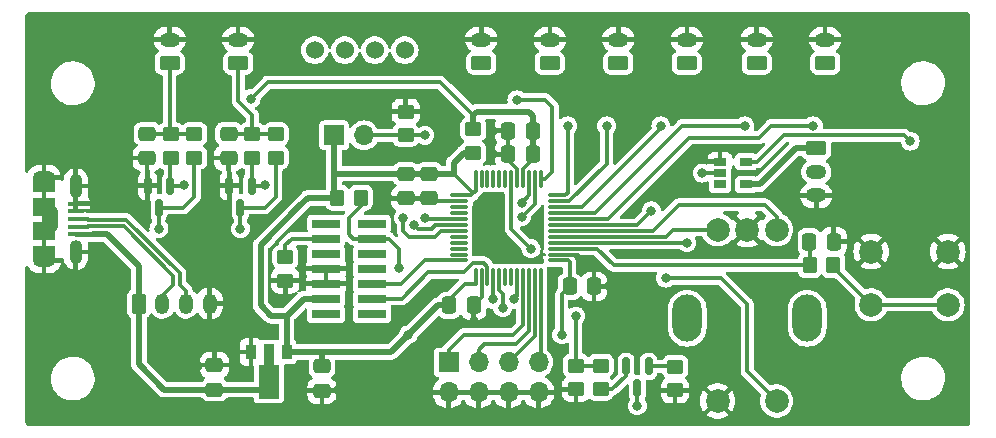
<source format=gbl>
G04 #@! TF.GenerationSoftware,KiCad,Pcbnew,(7.0.0)*
G04 #@! TF.CreationDate,2023-02-19T07:57:40+03:00*
G04 #@! TF.ProjectId,V0_McDisplay,56305f4d-6344-4697-9370-6c61792e6b69,1*
G04 #@! TF.SameCoordinates,Original*
G04 #@! TF.FileFunction,Copper,L2,Bot*
G04 #@! TF.FilePolarity,Positive*
%FSLAX46Y46*%
G04 Gerber Fmt 4.6, Leading zero omitted, Abs format (unit mm)*
G04 Created by KiCad (PCBNEW (7.0.0)) date 2023-02-19 07:57:40*
%MOMM*%
%LPD*%
G01*
G04 APERTURE LIST*
G04 Aperture macros list*
%AMRoundRect*
0 Rectangle with rounded corners*
0 $1 Rounding radius*
0 $2 $3 $4 $5 $6 $7 $8 $9 X,Y pos of 4 corners*
0 Add a 4 corners polygon primitive as box body*
4,1,4,$2,$3,$4,$5,$6,$7,$8,$9,$2,$3,0*
0 Add four circle primitives for the rounded corners*
1,1,$1+$1,$2,$3*
1,1,$1+$1,$4,$5*
1,1,$1+$1,$6,$7*
1,1,$1+$1,$8,$9*
0 Add four rect primitives between the rounded corners*
20,1,$1+$1,$2,$3,$4,$5,0*
20,1,$1+$1,$4,$5,$6,$7,0*
20,1,$1+$1,$6,$7,$8,$9,0*
20,1,$1+$1,$8,$9,$2,$3,0*%
%AMFreePoly0*
4,1,9,3.700000,-0.866500,0.875000,-0.866500,0.875000,-0.450000,-0.900000,-0.450000,-0.900000,0.450000,0.875000,0.450000,0.875000,0.866500,3.700000,0.866500,3.700000,-0.866500,3.700000,-0.866500,$1*%
G04 Aperture macros list end*
G04 #@! TA.AperFunction,ComponentPad*
%ADD10C,2.000000*%
G04 #@! TD*
G04 #@! TA.AperFunction,ComponentPad*
%ADD11C,1.524000*%
G04 #@! TD*
G04 #@! TA.AperFunction,ComponentPad*
%ADD12O,2.500000X4.000000*%
G04 #@! TD*
G04 #@! TA.AperFunction,SMDPad,CuDef*
%ADD13RoundRect,0.250000X-0.337500X-0.475000X0.337500X-0.475000X0.337500X0.475000X-0.337500X0.475000X0*%
G04 #@! TD*
G04 #@! TA.AperFunction,SMDPad,CuDef*
%ADD14RoundRect,0.250000X-0.475000X0.337500X-0.475000X-0.337500X0.475000X-0.337500X0.475000X0.337500X0*%
G04 #@! TD*
G04 #@! TA.AperFunction,SMDPad,CuDef*
%ADD15R,1.060000X0.650000*%
G04 #@! TD*
G04 #@! TA.AperFunction,ComponentPad*
%ADD16R,1.700000X1.700000*%
G04 #@! TD*
G04 #@! TA.AperFunction,ComponentPad*
%ADD17O,1.700000X1.700000*%
G04 #@! TD*
G04 #@! TA.AperFunction,ComponentPad*
%ADD18RoundRect,0.250000X-0.625000X0.350000X-0.625000X-0.350000X0.625000X-0.350000X0.625000X0.350000X0*%
G04 #@! TD*
G04 #@! TA.AperFunction,ComponentPad*
%ADD19O,1.750000X1.200000*%
G04 #@! TD*
G04 #@! TA.AperFunction,SMDPad,CuDef*
%ADD20R,2.400000X0.740000*%
G04 #@! TD*
G04 #@! TA.AperFunction,SMDPad,CuDef*
%ADD21RoundRect,0.075000X-0.075000X0.662500X-0.075000X-0.662500X0.075000X-0.662500X0.075000X0.662500X0*%
G04 #@! TD*
G04 #@! TA.AperFunction,SMDPad,CuDef*
%ADD22RoundRect,0.075000X-0.662500X0.075000X-0.662500X-0.075000X0.662500X-0.075000X0.662500X0.075000X0*%
G04 #@! TD*
G04 #@! TA.AperFunction,SMDPad,CuDef*
%ADD23RoundRect,0.250000X0.475000X-0.337500X0.475000X0.337500X-0.475000X0.337500X-0.475000X-0.337500X0*%
G04 #@! TD*
G04 #@! TA.AperFunction,ComponentPad*
%ADD24RoundRect,0.250000X0.625000X-0.350000X0.625000X0.350000X-0.625000X0.350000X-0.625000X-0.350000X0*%
G04 #@! TD*
G04 #@! TA.AperFunction,SMDPad,CuDef*
%ADD25RoundRect,0.250000X0.337500X0.475000X-0.337500X0.475000X-0.337500X-0.475000X0.337500X-0.475000X0*%
G04 #@! TD*
G04 #@! TA.AperFunction,SMDPad,CuDef*
%ADD26RoundRect,0.250000X-0.450000X0.350000X-0.450000X-0.350000X0.450000X-0.350000X0.450000X0.350000X0*%
G04 #@! TD*
G04 #@! TA.AperFunction,SMDPad,CuDef*
%ADD27RoundRect,0.250000X0.450000X-0.350000X0.450000X0.350000X-0.450000X0.350000X-0.450000X-0.350000X0*%
G04 #@! TD*
G04 #@! TA.AperFunction,SMDPad,CuDef*
%ADD28RoundRect,0.250000X0.350000X0.450000X-0.350000X0.450000X-0.350000X-0.450000X0.350000X-0.450000X0*%
G04 #@! TD*
G04 #@! TA.AperFunction,ComponentPad*
%ADD29RoundRect,0.250000X-0.350000X-0.625000X0.350000X-0.625000X0.350000X0.625000X-0.350000X0.625000X0*%
G04 #@! TD*
G04 #@! TA.AperFunction,ComponentPad*
%ADD30O,1.200000X1.750000*%
G04 #@! TD*
G04 #@! TA.AperFunction,SMDPad,CuDef*
%ADD31RoundRect,0.150000X-0.150000X0.587500X-0.150000X-0.587500X0.150000X-0.587500X0.150000X0.587500X0*%
G04 #@! TD*
G04 #@! TA.AperFunction,SMDPad,CuDef*
%ADD32R,1.350000X0.400000*%
G04 #@! TD*
G04 #@! TA.AperFunction,ComponentPad*
%ADD33O,1.900000X1.200000*%
G04 #@! TD*
G04 #@! TA.AperFunction,SMDPad,CuDef*
%ADD34R,1.900000X1.200000*%
G04 #@! TD*
G04 #@! TA.AperFunction,ComponentPad*
%ADD35O,1.100000X2.000000*%
G04 #@! TD*
G04 #@! TA.AperFunction,SMDPad,CuDef*
%ADD36R,1.900000X1.500000*%
G04 #@! TD*
G04 #@! TA.AperFunction,ComponentPad*
%ADD37O,1.100000X2.200000*%
G04 #@! TD*
G04 #@! TA.AperFunction,SMDPad,CuDef*
%ADD38R,0.900000X1.300000*%
G04 #@! TD*
G04 #@! TA.AperFunction,SMDPad,CuDef*
%ADD39FreePoly0,270.000000*%
G04 #@! TD*
G04 #@! TA.AperFunction,ViaPad*
%ADD40C,0.800000*%
G04 #@! TD*
G04 #@! TA.AperFunction,Conductor*
%ADD41C,0.500000*%
G04 #@! TD*
G04 #@! TA.AperFunction,Conductor*
%ADD42C,0.400000*%
G04 #@! TD*
G04 #@! TA.AperFunction,Conductor*
%ADD43C,0.300000*%
G04 #@! TD*
G04 APERTURE END LIST*
D10*
X71600000Y-20250000D03*
X78100000Y-20250000D03*
X71600000Y-24750000D03*
X78100000Y-24750000D03*
D11*
X24490000Y-3200000D03*
X27030000Y-3200000D03*
X29570000Y-3200000D03*
X32110000Y-3200000D03*
D10*
X63600000Y-18400000D03*
X58600000Y-18400000D03*
X61100000Y-18400000D03*
D12*
X66179999Y-25899999D03*
X56019999Y-25899999D03*
D10*
X63600000Y-32900000D03*
X58600000Y-32900000D03*
D13*
X66362500Y-19400000D03*
X68437500Y-19400000D03*
D14*
X10300000Y-10262500D03*
X10300000Y-12337500D03*
D15*
X58799999Y-14549999D03*
X58799999Y-13599999D03*
X58799999Y-12649999D03*
X60999999Y-12649999D03*
X60999999Y-14549999D03*
D16*
X35819999Y-29624999D03*
D17*
X35819999Y-32164999D03*
X38359999Y-29624999D03*
X38359999Y-32164999D03*
X40899999Y-29624999D03*
X40899999Y-32164999D03*
X43439999Y-29624999D03*
X43439999Y-32164999D03*
D18*
X66950000Y-11500000D03*
D19*
X66949999Y-13499999D03*
X66949999Y-15499999D03*
D20*
X25449999Y-25509999D03*
X29349999Y-25509999D03*
X25449999Y-24239999D03*
X29349999Y-24239999D03*
X25449999Y-22969999D03*
X29349999Y-22969999D03*
X25449999Y-21699999D03*
X29349999Y-21699999D03*
X25449999Y-20429999D03*
X29349999Y-20429999D03*
X25449999Y-19159999D03*
X29349999Y-19159999D03*
X25449999Y-17889999D03*
X29349999Y-17889999D03*
D16*
X26124999Y-10399999D03*
D17*
X28664999Y-10399999D03*
D14*
X34200000Y-13662500D03*
X34200000Y-15737500D03*
D13*
X46062500Y-23200000D03*
X48137500Y-23200000D03*
D21*
X38112500Y-14087500D03*
X38612500Y-14087500D03*
X39112500Y-14087500D03*
X39612500Y-14087500D03*
X40112500Y-14087500D03*
X40612500Y-14087500D03*
X41112500Y-14087500D03*
X41612500Y-14087500D03*
X42112500Y-14087500D03*
X42612500Y-14087500D03*
X43112500Y-14087500D03*
X43612500Y-14087500D03*
D22*
X45025000Y-15500000D03*
X45025000Y-16000000D03*
X45025000Y-16500000D03*
X45025000Y-17000000D03*
X45025000Y-17500000D03*
X45025000Y-18000000D03*
X45025000Y-18500000D03*
X45025000Y-19000000D03*
X45025000Y-19500000D03*
X45025000Y-20000000D03*
X45025000Y-20500000D03*
X45025000Y-21000000D03*
D21*
X43612500Y-22412500D03*
X43112500Y-22412500D03*
X42612500Y-22412500D03*
X42112500Y-22412500D03*
X41612500Y-22412500D03*
X41112500Y-22412500D03*
X40612500Y-22412500D03*
X40112500Y-22412500D03*
X39612500Y-22412500D03*
X39112500Y-22412500D03*
X38612500Y-22412500D03*
X38112500Y-22412500D03*
D22*
X36700000Y-21000000D03*
X36700000Y-20500000D03*
X36700000Y-20000000D03*
X36700000Y-19500000D03*
X36700000Y-19000000D03*
X36700000Y-18500000D03*
X36700000Y-18000000D03*
X36700000Y-17500000D03*
X36700000Y-17000000D03*
X36700000Y-16500000D03*
X36700000Y-16000000D03*
X36700000Y-15500000D03*
D23*
X16000000Y-31937500D03*
X16000000Y-29862500D03*
D24*
X38600000Y-4300000D03*
D19*
X38599999Y-2299999D03*
D25*
X42937500Y-12000000D03*
X40862500Y-12000000D03*
D26*
X32200000Y-8400000D03*
X32200000Y-10400000D03*
D13*
X35862500Y-24800000D03*
X37937500Y-24800000D03*
D26*
X14300000Y-10300001D03*
X14300000Y-12300001D03*
D27*
X19200000Y-12300000D03*
X19200000Y-10300000D03*
D28*
X28400000Y-15700000D03*
X26400000Y-15700000D03*
D14*
X17200000Y-10262500D03*
X17200000Y-12337500D03*
D25*
X42937500Y-10000000D03*
X40862500Y-10000000D03*
D24*
X61900000Y-4300000D03*
D19*
X61899999Y-2299999D03*
D24*
X50200000Y-4300000D03*
D19*
X50199999Y-2299999D03*
D29*
X9600000Y-24650000D03*
D30*
X11599999Y-24649999D03*
X13599999Y-24649999D03*
X15599999Y-24649999D03*
D14*
X32199999Y-13662500D03*
X32199999Y-15737500D03*
D27*
X48700000Y-31900000D03*
X48700000Y-29900000D03*
D31*
X50850000Y-29962500D03*
X52750000Y-29962500D03*
X51800000Y-31837500D03*
X10350000Y-14662500D03*
X12250000Y-14662500D03*
X11300000Y-16537500D03*
D24*
X44400000Y-4300000D03*
D19*
X44399999Y-2299999D03*
D24*
X12200000Y-4300000D03*
D19*
X12199999Y-2299999D03*
D27*
X46600000Y-31900000D03*
X46600000Y-29900000D03*
D32*
X4262499Y-18799999D03*
X4262499Y-18149999D03*
X4262499Y-17499999D03*
X4262499Y-16849999D03*
X4262499Y-16199999D03*
D33*
X1562499Y-20999999D03*
D34*
X1562499Y-20399999D03*
D35*
X4262499Y-20293999D03*
D36*
X1562499Y-18499999D03*
D37*
X2230499Y-17499999D03*
D36*
X1562499Y-16499999D03*
D35*
X4262499Y-14705999D03*
D34*
X1562499Y-14599999D03*
D33*
X1562499Y-13999999D03*
D24*
X18000000Y-4300000D03*
D19*
X17999999Y-2299999D03*
D38*
X19099999Y-28749999D03*
D39*
X20600000Y-29000000D03*
D38*
X22099999Y-28749999D03*
D26*
X21200000Y-10300000D03*
X21200000Y-12300000D03*
X55000000Y-30000000D03*
X55000000Y-32000000D03*
D27*
X37900000Y-11900000D03*
X37900000Y-9900000D03*
X12300000Y-12300001D03*
X12300000Y-10300001D03*
D24*
X56000000Y-4300000D03*
D19*
X55999999Y-2299999D03*
D14*
X25100000Y-29962500D03*
X25100000Y-32037500D03*
D24*
X67700000Y-4300000D03*
D19*
X67699999Y-2299999D03*
D28*
X68400000Y-21400000D03*
X66400000Y-21400000D03*
D26*
X22000000Y-20700000D03*
X22000000Y-22700000D03*
D31*
X17250000Y-14662500D03*
X19150000Y-14662500D03*
X18200000Y-16537500D03*
D40*
X51800000Y-33300000D03*
X41600000Y-7400000D03*
X47600000Y-10900000D03*
X74800000Y-17800000D03*
X31700000Y-25500000D03*
X23300000Y-14200000D03*
X8200000Y-14200000D03*
X8200000Y-12300000D03*
X14600000Y-29900000D03*
X35100000Y-10900000D03*
X18200000Y-21500000D03*
X15700000Y-15600000D03*
X49400000Y-23200000D03*
X72400000Y-17000000D03*
X15700000Y-8400000D03*
X30700000Y-15700000D03*
X39600000Y-12000000D03*
X63100000Y-25900000D03*
X39600000Y-10000000D03*
X59100000Y-25900000D03*
X23500000Y-27100000D03*
X23300000Y-10400000D03*
X74800000Y-16200000D03*
X40700000Y-20900000D03*
X46600000Y-33500000D03*
X8200000Y-10400000D03*
X77200000Y-17000000D03*
X38000000Y-26100000D03*
X29400000Y-31000000D03*
X26500000Y-32000000D03*
X23300000Y-12300000D03*
X49200000Y-9600000D03*
X60900000Y-9600000D03*
X45900000Y-9600000D03*
X53800000Y-9600000D03*
X66700000Y-9600000D03*
X32400000Y-27300000D03*
X45400000Y-27300000D03*
X20300000Y-14600000D03*
X13400000Y-14600000D03*
X19100000Y-7300000D03*
X42000000Y-16100000D03*
X18200000Y-18300000D03*
X42000000Y-17300000D03*
X11300000Y-18300000D03*
X74900000Y-10900000D03*
X40400000Y-25000000D03*
X39600000Y-24300000D03*
X42800000Y-20000000D03*
X31600000Y-21600000D03*
X33800000Y-10400000D03*
X33800000Y-17400000D03*
X32000000Y-17400000D03*
X32900000Y-18000000D03*
X46600000Y-25712000D03*
X41363000Y-24300000D03*
X54200000Y-22500000D03*
X53000000Y-16800000D03*
X56000000Y-19500000D03*
X57300000Y-13600000D03*
D41*
X16000000Y-31937500D02*
X20600000Y-31937500D01*
X20600000Y-31937500D02*
X20600000Y-28837500D01*
X9600000Y-21500000D02*
X6900000Y-18800000D01*
X9600000Y-29800000D02*
X9600000Y-24650000D01*
X16000000Y-31937500D02*
X11737500Y-31937500D01*
X65200000Y-11500000D02*
X62150000Y-14550000D01*
X11737500Y-31937500D02*
X9600000Y-29800000D01*
X62150000Y-14550000D02*
X61000000Y-14550000D01*
X66950000Y-11500000D02*
X65200000Y-11500000D01*
X6900000Y-18800000D02*
X5700000Y-18800000D01*
D42*
X4262500Y-18800000D02*
X5700000Y-18800000D01*
D41*
X9600000Y-24650000D02*
X9600000Y-21500000D01*
D43*
X51800000Y-31837500D02*
X51800000Y-33300000D01*
X19162500Y-10262500D02*
X19200000Y-10300000D01*
X18000000Y-7500000D02*
X19200000Y-8700000D01*
X19200000Y-10300000D02*
X21200000Y-10300000D01*
X17200000Y-10262500D02*
X19162500Y-10262500D01*
X19200000Y-8700000D02*
X19200000Y-10300000D01*
X18000000Y-4300000D02*
X18000000Y-7500000D01*
X44000000Y-7400000D02*
X44600000Y-8000000D01*
X44012500Y-14087500D02*
X43612500Y-14087500D01*
X44600000Y-13500000D02*
X44012500Y-14087500D01*
X44600000Y-8000000D02*
X44600000Y-13500000D01*
X41600000Y-7400000D02*
X44000000Y-7400000D01*
X36700000Y-16000000D02*
X34462500Y-16000000D01*
X41612500Y-13248959D02*
X40862500Y-12498959D01*
X32199999Y-15737500D02*
X30737500Y-15737500D01*
X40862500Y-12498959D02*
X40862500Y-12000000D01*
X14637500Y-29862500D02*
X14600000Y-29900000D01*
X32199999Y-15737500D02*
X34200000Y-15737500D01*
X45025000Y-20500000D02*
X46800000Y-20500000D01*
X46800000Y-20500000D02*
X48137500Y-21837500D01*
X37937500Y-24800000D02*
X37937500Y-26037500D01*
X34462500Y-16000000D02*
X34200000Y-15737500D01*
X37937500Y-26037500D02*
X38000000Y-26100000D01*
X38612500Y-22412500D02*
X38612500Y-24125000D01*
X40862500Y-11000000D02*
X40862500Y-10000000D01*
X40862500Y-10000000D02*
X39600000Y-10000000D01*
X40862500Y-12000000D02*
X39600000Y-12000000D01*
X25100000Y-32037500D02*
X26462500Y-32037500D01*
X26462500Y-32037500D02*
X26500000Y-32000000D01*
X30737500Y-15737500D02*
X30700000Y-15700000D01*
X40862500Y-12000000D02*
X40862500Y-11000000D01*
X38612500Y-24125000D02*
X37937500Y-24800000D01*
X48137500Y-21837500D02*
X48137500Y-23200000D01*
X41612500Y-14087500D02*
X41612500Y-13248959D01*
X48137500Y-23200000D02*
X49400000Y-23200000D01*
X16000000Y-29862500D02*
X14637500Y-29862500D01*
X46000000Y-16000000D02*
X45025000Y-16000000D01*
X49200000Y-12800000D02*
X46000000Y-16000000D01*
X49200000Y-9600000D02*
X49200000Y-12800000D01*
X60900000Y-9600000D02*
X55600000Y-9600000D01*
X55600000Y-9600000D02*
X48200000Y-17000000D01*
X48200000Y-17000000D02*
X45025000Y-17000000D01*
X45900000Y-9600000D02*
X45900000Y-15300000D01*
X45900000Y-15300000D02*
X45700000Y-15500000D01*
X45700000Y-15500000D02*
X45025000Y-15500000D01*
X47100000Y-16500000D02*
X45025000Y-16500000D01*
X53800000Y-9600000D02*
X53800000Y-9800000D01*
X53800000Y-9800000D02*
X47100000Y-16500000D01*
X63100000Y-9600000D02*
X62100000Y-10600000D01*
X49300000Y-17500000D02*
X45025000Y-17500000D01*
X66700000Y-9600000D02*
X63100000Y-9600000D01*
X62100000Y-10600000D02*
X56200000Y-10600000D01*
X56200000Y-10600000D02*
X49300000Y-17500000D01*
D41*
X23560000Y-24240000D02*
X22100000Y-25700000D01*
X23900000Y-15700000D02*
X26400000Y-15700000D01*
X34900000Y-24800000D02*
X35862500Y-24800000D01*
X36262500Y-12737500D02*
X37100000Y-11900000D01*
X25450000Y-24240000D02*
X23560000Y-24240000D01*
X23200000Y-16400000D02*
X23900000Y-15700000D01*
D43*
X45900000Y-21000000D02*
X45025000Y-21000000D01*
D41*
X26125000Y-15425000D02*
X26400000Y-15700000D01*
X34200000Y-13662500D02*
X35362500Y-13662500D01*
D43*
X45400000Y-23862500D02*
X46062500Y-23200000D01*
X46062500Y-23200000D02*
X46062500Y-21162500D01*
D41*
X22100000Y-28750000D02*
X30950000Y-28750000D01*
X20800000Y-25700000D02*
X22100000Y-25700000D01*
X26162500Y-13662500D02*
X26125000Y-13700000D01*
D43*
X35862500Y-24800000D02*
X35862500Y-24337500D01*
X45400000Y-27300000D02*
X45400000Y-23862500D01*
D41*
X37100000Y-11900000D02*
X37900000Y-11900000D01*
D43*
X38112500Y-23000000D02*
X38112500Y-22412500D01*
X38112500Y-14087500D02*
X38112500Y-15087500D01*
X37200000Y-23000000D02*
X38112500Y-23000000D01*
D41*
X22100000Y-25700000D02*
X22100000Y-28750000D01*
X30950000Y-28750000D02*
X32400000Y-27300000D01*
X26125000Y-13700000D02*
X26125000Y-15425000D01*
X19900000Y-24800000D02*
X20800000Y-25700000D01*
D43*
X46062500Y-21162500D02*
X45900000Y-21000000D01*
X37900000Y-15300000D02*
X36262500Y-13662500D01*
D41*
X36262500Y-13662500D02*
X35362500Y-13662500D01*
X23200000Y-16400000D02*
X19900000Y-19700000D01*
X32199999Y-13662500D02*
X26162500Y-13662500D01*
X36262500Y-13662500D02*
X36262500Y-12737500D01*
X25100000Y-28750000D02*
X25100000Y-29962500D01*
D43*
X36700000Y-15500000D02*
X37700000Y-15500000D01*
D41*
X19900000Y-19700000D02*
X19900000Y-24800000D01*
D43*
X35862500Y-24337500D02*
X37200000Y-23000000D01*
D41*
X32400000Y-27300000D02*
X34900000Y-24800000D01*
X32199999Y-13662500D02*
X34200000Y-13662500D01*
D43*
X38112500Y-15087500D02*
X37900000Y-15300000D01*
X37700000Y-15500000D02*
X37900000Y-15300000D01*
D41*
X26125000Y-10400000D02*
X26125000Y-13700000D01*
D43*
X12200000Y-10200001D02*
X12300000Y-10300001D01*
X10300000Y-10262500D02*
X12262499Y-10262500D01*
X12262499Y-10262500D02*
X12300000Y-10300001D01*
X12200000Y-4300000D02*
X12200000Y-10200001D01*
X12300000Y-10300001D02*
X14300000Y-10300001D01*
X13337500Y-14662500D02*
X13400000Y-14600000D01*
D41*
X42937500Y-8737500D02*
X42937500Y-10000000D01*
D43*
X12250000Y-14662500D02*
X12250000Y-12350001D01*
D41*
X37900000Y-8700000D02*
X38200000Y-8400000D01*
D43*
X42112500Y-13248959D02*
X42937500Y-12423959D01*
D41*
X42937500Y-12000000D02*
X42937500Y-10000000D01*
D43*
X42937500Y-12423959D02*
X42937500Y-12000000D01*
X20300000Y-14600000D02*
X20237500Y-14662500D01*
X19150000Y-12350000D02*
X19200000Y-12300000D01*
X19150000Y-14662500D02*
X19150000Y-12350000D01*
D41*
X42600000Y-8400000D02*
X42937500Y-8737500D01*
D43*
X42112500Y-14087500D02*
X42112500Y-13248959D01*
X12250000Y-12350001D02*
X12300000Y-12300001D01*
X35100000Y-5900000D02*
X37900000Y-8700000D01*
X19100000Y-7300000D02*
X20500000Y-5900000D01*
X20500000Y-5900000D02*
X35100000Y-5900000D01*
D41*
X38200000Y-8400000D02*
X42600000Y-8400000D01*
X37900000Y-8700000D02*
X37900000Y-9900000D01*
D43*
X20237500Y-14662500D02*
X19150000Y-14662500D01*
X12250000Y-14662500D02*
X13337500Y-14662500D01*
X48400000Y-20000000D02*
X49800000Y-21400000D01*
X45025000Y-20000000D02*
X48400000Y-20000000D01*
X49800000Y-21400000D02*
X66400000Y-21400000D01*
X66400000Y-19437500D02*
X66362500Y-19400000D01*
X66400000Y-21400000D02*
X66400000Y-20400000D01*
X66400000Y-20400000D02*
X66400000Y-19437500D01*
X42612500Y-14087500D02*
X42612500Y-15487500D01*
X42612500Y-15487500D02*
X42000000Y-16100000D01*
X21200000Y-15600000D02*
X20262500Y-16537500D01*
X21200000Y-12300000D02*
X21200000Y-15600000D01*
X18200000Y-18300000D02*
X18200000Y-16537500D01*
X20262500Y-16537500D02*
X18200000Y-16537500D01*
X13362500Y-16537500D02*
X11300000Y-16537500D01*
X43112500Y-14087500D02*
X43112500Y-16187500D01*
X14300000Y-15600000D02*
X13362500Y-16537500D01*
X14300000Y-12300001D02*
X14300000Y-15600000D01*
X43112500Y-16187500D02*
X42000000Y-17300000D01*
X11300000Y-18300000D02*
X11300000Y-16537500D01*
X61950000Y-12650000D02*
X61000000Y-12650000D01*
X74400000Y-10400000D02*
X64200000Y-10400000D01*
X74900000Y-10900000D02*
X74400000Y-10400000D01*
X64200000Y-10400000D02*
X61950000Y-12650000D01*
X8311090Y-18100000D02*
X5325001Y-18100000D01*
X11600000Y-23975000D02*
X12525000Y-23050000D01*
X5275001Y-18150000D02*
X4262500Y-18150000D01*
X11600000Y-24650000D02*
X11600000Y-23975000D01*
X40400000Y-25000000D02*
X40400000Y-23800000D01*
X40112500Y-23512500D02*
X40112500Y-22412500D01*
X5325001Y-18100000D02*
X5275001Y-18150000D01*
X40400000Y-23800000D02*
X40112500Y-23512500D01*
X12525000Y-23050000D02*
X12525000Y-22313910D01*
X12525000Y-22313910D02*
X8311090Y-18100000D01*
X13600000Y-24650000D02*
X13600000Y-23575000D01*
X8538910Y-17550000D02*
X5325001Y-17550000D01*
X13075000Y-23050000D02*
X13075000Y-22086090D01*
X39612500Y-24287500D02*
X39612500Y-22412500D01*
X39600000Y-24300000D02*
X39612500Y-24287500D01*
X5275001Y-17500000D02*
X4262500Y-17500000D01*
X13600000Y-23575000D02*
X13075000Y-23050000D01*
X5325001Y-17550000D02*
X5275001Y-17500000D01*
X13075000Y-22086090D02*
X8538910Y-17550000D01*
X37900000Y-21200000D02*
X37100000Y-22000000D01*
X39112500Y-22412500D02*
X39112500Y-21512500D01*
X37100000Y-22000000D02*
X34100000Y-22000000D01*
X38800000Y-21200000D02*
X37900000Y-21200000D01*
X34100000Y-22000000D02*
X31860000Y-24240000D01*
X31860000Y-24240000D02*
X29350000Y-24240000D01*
X39112500Y-21512500D02*
X38800000Y-21200000D01*
X33800000Y-21000000D02*
X31830000Y-22970000D01*
X36700000Y-21000000D02*
X33800000Y-21000000D01*
X31830000Y-22970000D02*
X29350000Y-22970000D01*
X25450000Y-19160000D02*
X22540000Y-19160000D01*
X22000000Y-19700000D02*
X22000000Y-20700000D01*
X22540000Y-19160000D02*
X22000000Y-19700000D01*
X42800000Y-20000000D02*
X41112500Y-18312500D01*
X27400000Y-17400000D02*
X27400000Y-18800000D01*
X27760000Y-19160000D02*
X29350000Y-19160000D01*
X31600000Y-20000000D02*
X30760000Y-19160000D01*
X28400000Y-16400000D02*
X27400000Y-17400000D01*
X31600000Y-21600000D02*
X31600000Y-20000000D01*
X30760000Y-19160000D02*
X29350000Y-19160000D01*
X28400000Y-15700000D02*
X28400000Y-16400000D01*
X41112500Y-18312500D02*
X41112500Y-14087500D01*
X27400000Y-18800000D02*
X27760000Y-19160000D01*
X33800000Y-10400000D02*
X28665000Y-10400000D01*
X33800000Y-17400000D02*
X33900000Y-17500000D01*
X33900000Y-17500000D02*
X36700000Y-17500000D01*
X43612500Y-22412500D02*
X43612500Y-29452500D01*
X43612500Y-29452500D02*
X43440000Y-29625000D01*
X43112500Y-27412500D02*
X40900000Y-29625000D01*
X43112500Y-22412500D02*
X43112500Y-27412500D01*
X38360000Y-28540000D02*
X38360000Y-29625000D01*
X42612500Y-26987500D02*
X41500000Y-28100000D01*
X42612500Y-22412500D02*
X42612500Y-26987500D01*
X38800000Y-28100000D02*
X38360000Y-28540000D01*
X41500000Y-28100000D02*
X38800000Y-28100000D01*
X37100000Y-27300000D02*
X35820000Y-28580000D01*
X42112500Y-26487500D02*
X41300000Y-27300000D01*
X41300000Y-27300000D02*
X37100000Y-27300000D01*
X42112500Y-22412500D02*
X42112500Y-26487500D01*
X35820000Y-28580000D02*
X35820000Y-29625000D01*
X32000000Y-17400000D02*
X32000000Y-18500000D01*
X32500000Y-19000000D02*
X34700000Y-19000000D01*
X32000000Y-18500000D02*
X32500000Y-19000000D01*
X35200000Y-18500000D02*
X36700000Y-18500000D01*
X34700000Y-19000000D02*
X35200000Y-18500000D01*
X33200000Y-18300000D02*
X34400000Y-18300000D01*
X32900000Y-18000000D02*
X33200000Y-18300000D01*
X34400000Y-18300000D02*
X34700000Y-18000000D01*
X34700000Y-18000000D02*
X36700000Y-18000000D01*
X50850000Y-30750000D02*
X50850000Y-29962500D01*
X48700000Y-31900000D02*
X49700000Y-31900000D01*
X49700000Y-31900000D02*
X50850000Y-30750000D01*
X54962500Y-29962500D02*
X55000000Y-30000000D01*
X52750000Y-29962500D02*
X54962500Y-29962500D01*
X68400000Y-21550000D02*
X68400000Y-21400000D01*
X71600000Y-24750000D02*
X68400000Y-21550000D01*
X78100000Y-24750000D02*
X71600000Y-24750000D01*
X46600000Y-29900000D02*
X48700000Y-29900000D01*
X41363000Y-24300000D02*
X41612500Y-24050500D01*
X41612500Y-24050500D02*
X41612500Y-22412500D01*
X46600000Y-25712000D02*
X46600000Y-29900000D01*
X63600000Y-18400000D02*
X63600000Y-17300000D01*
X53100000Y-18500000D02*
X45025000Y-18500000D01*
X63600000Y-17300000D02*
X62600000Y-16300000D01*
X55300000Y-16300000D02*
X53100000Y-18500000D01*
X62600000Y-16300000D02*
X55300000Y-16300000D01*
X54800000Y-18400000D02*
X58600000Y-18400000D01*
X45025000Y-19000000D02*
X54200000Y-19000000D01*
X54200000Y-19000000D02*
X54800000Y-18400000D01*
X54200000Y-22500000D02*
X58900000Y-22500000D01*
X61100000Y-30400000D02*
X63600000Y-32900000D01*
X53000000Y-16800000D02*
X51800000Y-18000000D01*
X61100000Y-24700000D02*
X61100000Y-30400000D01*
X51800000Y-18000000D02*
X45025000Y-18000000D01*
X58900000Y-22500000D02*
X61100000Y-24700000D01*
X56000000Y-19500000D02*
X45025000Y-19500000D01*
X57300000Y-13600000D02*
X58800000Y-13600000D01*
G04 #@! TA.AperFunction,Conductor*
G36*
X79764493Y-2882D02*
G01*
X79821480Y-14218D01*
X79866175Y-32730D01*
X79906272Y-59522D01*
X79940477Y-93727D01*
X79967267Y-133822D01*
X79985781Y-178518D01*
X79997117Y-235505D01*
X79999500Y-259697D01*
X79999500Y-34740303D01*
X79997117Y-34764496D01*
X79985781Y-34821482D01*
X79967267Y-34866179D01*
X79940481Y-34906268D01*
X79906269Y-34940479D01*
X79871975Y-34963394D01*
X79866179Y-34967267D01*
X79821482Y-34985781D01*
X79791578Y-34991729D01*
X79764491Y-34997117D01*
X79740303Y-34999500D01*
X259697Y-34999500D01*
X235507Y-34997117D01*
X217334Y-34993502D01*
X178518Y-34985781D01*
X133822Y-34967267D01*
X93727Y-34940477D01*
X59522Y-34906272D01*
X32730Y-34866175D01*
X14218Y-34821480D01*
X2883Y-34764494D01*
X500Y-34740303D01*
X500Y-31067765D01*
X2145788Y-31067765D01*
X2146282Y-31072262D01*
X2146283Y-31072267D01*
X2174917Y-31332506D01*
X2174918Y-31332513D01*
X2175414Y-31337018D01*
X2176559Y-31341398D01*
X2176561Y-31341408D01*
X2232151Y-31554040D01*
X2243928Y-31599088D01*
X2245693Y-31603242D01*
X2245696Y-31603250D01*
X2345242Y-31837500D01*
X2349870Y-31848390D01*
X2352226Y-31852251D01*
X2352229Y-31852256D01*
X2462583Y-32033077D01*
X2490982Y-32079610D01*
X2664255Y-32287820D01*
X2667630Y-32290844D01*
X2667631Y-32290845D01*
X2861331Y-32464401D01*
X2865998Y-32468582D01*
X3091910Y-32618044D01*
X3337176Y-32733020D01*
X3596569Y-32811060D01*
X3864561Y-32850500D01*
X4065369Y-32850500D01*
X4067631Y-32850500D01*
X4270156Y-32835677D01*
X4534553Y-32776780D01*
X4787558Y-32680014D01*
X5023777Y-32547441D01*
X5238177Y-32381888D01*
X5426186Y-32186881D01*
X5583799Y-31966579D01*
X5707656Y-31725675D01*
X5795118Y-31469305D01*
X5844319Y-31202933D01*
X5854212Y-30932235D01*
X5824586Y-30662982D01*
X5756072Y-30400912D01*
X5650130Y-30151610D01*
X5509018Y-29920390D01*
X5335745Y-29712180D01*
X5248242Y-29633777D01*
X5137382Y-29534446D01*
X5137378Y-29534442D01*
X5134002Y-29531418D01*
X4908090Y-29381956D01*
X4903996Y-29380036D01*
X4903991Y-29380034D01*
X4666929Y-29268904D01*
X4666925Y-29268902D01*
X4662824Y-29266980D01*
X4658477Y-29265672D01*
X4658474Y-29265671D01*
X4407772Y-29190246D01*
X4407771Y-29190245D01*
X4403431Y-29188940D01*
X4398957Y-29188281D01*
X4398950Y-29188280D01*
X4139913Y-29150158D01*
X4139907Y-29150157D01*
X4135439Y-29149500D01*
X3932369Y-29149500D01*
X3930120Y-29149664D01*
X3930109Y-29149665D01*
X3734363Y-29163992D01*
X3734359Y-29163992D01*
X3729844Y-29164323D01*
X3725426Y-29165307D01*
X3725420Y-29165308D01*
X3469877Y-29222232D01*
X3469861Y-29222236D01*
X3465447Y-29223220D01*
X3461216Y-29224838D01*
X3461210Y-29224840D01*
X3216673Y-29318367D01*
X3216663Y-29318371D01*
X3212442Y-29319986D01*
X3208494Y-29322201D01*
X3208489Y-29322204D01*
X2980176Y-29450340D01*
X2980171Y-29450343D01*
X2976223Y-29452559D01*
X2972639Y-29455325D01*
X2972635Y-29455329D01*
X2765407Y-29615343D01*
X2765394Y-29615354D01*
X2761823Y-29618112D01*
X2758685Y-29621366D01*
X2758678Y-29621373D01*
X2576958Y-29809857D01*
X2576952Y-29809864D01*
X2573814Y-29813119D01*
X2571189Y-29816787D01*
X2571179Y-29816800D01*
X2418834Y-30029740D01*
X2418830Y-30029745D01*
X2416201Y-30033421D01*
X2414132Y-30037444D01*
X2414129Y-30037450D01*
X2294416Y-30270293D01*
X2294411Y-30270304D01*
X2292344Y-30274325D01*
X2290884Y-30278602D01*
X2290879Y-30278616D01*
X2206348Y-30526395D01*
X2206344Y-30526407D01*
X2204882Y-30530695D01*
X2204057Y-30535159D01*
X2204057Y-30535161D01*
X2156504Y-30792606D01*
X2156502Y-30792619D01*
X2155681Y-30797067D01*
X2155515Y-30801593D01*
X2155515Y-30801599D01*
X2145970Y-31062794D01*
X2145788Y-31067765D01*
X500Y-31067765D01*
X500Y-21564064D01*
X18313Y-21500031D01*
X66633Y-21454394D01*
X131579Y-21440266D01*
X194491Y-21461706D01*
X237294Y-21512553D01*
X253081Y-21547121D01*
X258968Y-21557319D01*
X373963Y-21718806D01*
X381672Y-21727703D01*
X525158Y-21864517D01*
X534399Y-21871784D01*
X701185Y-21978971D01*
X711643Y-21984363D01*
X895701Y-22058049D01*
X906984Y-22061362D01*
X1101665Y-22098882D01*
X1113366Y-22100000D01*
X1346174Y-22100000D01*
X1359049Y-22096549D01*
X1362500Y-22083674D01*
X1762500Y-22083674D01*
X1765950Y-22096549D01*
X1778826Y-22100000D01*
X1961950Y-22100000D01*
X1967839Y-22099719D01*
X2115742Y-22085596D01*
X2127293Y-22083369D01*
X2317526Y-22027512D01*
X2328432Y-22023146D01*
X2504659Y-21932295D01*
X2514555Y-21925935D01*
X2670394Y-21803382D01*
X2678908Y-21795264D01*
X2808743Y-21645427D01*
X2815562Y-21635850D01*
X2914691Y-21464153D01*
X2919579Y-21453450D01*
X2984425Y-21266093D01*
X2987196Y-21254672D01*
X2993159Y-21213195D01*
X2992381Y-21202318D01*
X2981725Y-21200000D01*
X1778826Y-21200000D01*
X1765950Y-21203450D01*
X1762500Y-21216326D01*
X1762500Y-22083674D01*
X1362500Y-22083674D01*
X1362500Y-20924000D01*
X1379113Y-20862000D01*
X1424500Y-20816613D01*
X1486500Y-20800000D01*
X2996174Y-20800000D01*
X3012339Y-20795668D01*
X3069551Y-20764177D01*
X3138495Y-20768412D01*
X3194476Y-20808874D01*
X3220125Y-20873009D01*
X3227094Y-20943771D01*
X3229460Y-20955666D01*
X3285964Y-21141934D01*
X3290603Y-21153134D01*
X3382357Y-21324795D01*
X3389099Y-21334884D01*
X3512582Y-21485348D01*
X3521151Y-21493917D01*
X3671615Y-21617400D01*
X3681704Y-21624142D01*
X3853365Y-21715896D01*
X3864565Y-21720535D01*
X4050051Y-21776802D01*
X4058731Y-21775222D01*
X4062500Y-21762026D01*
X4462500Y-21762026D01*
X4466268Y-21775222D01*
X4474948Y-21776802D01*
X4660434Y-21720535D01*
X4671634Y-21715896D01*
X4843295Y-21624142D01*
X4853384Y-21617400D01*
X5003848Y-21493917D01*
X5012417Y-21485348D01*
X5135900Y-21334884D01*
X5142642Y-21324795D01*
X5234396Y-21153134D01*
X5239035Y-21141934D01*
X5295539Y-20955666D01*
X5297905Y-20943771D01*
X5312201Y-20798622D01*
X5312500Y-20792538D01*
X5312500Y-20510326D01*
X5309049Y-20497450D01*
X5296174Y-20494000D01*
X4478826Y-20494000D01*
X4465950Y-20497450D01*
X4462500Y-20510326D01*
X4462500Y-21762026D01*
X4062500Y-21762026D01*
X4062500Y-20218000D01*
X4079113Y-20156000D01*
X4124500Y-20110613D01*
X4186500Y-20094000D01*
X5296174Y-20094000D01*
X5309049Y-20090549D01*
X5312500Y-20077674D01*
X5312500Y-19795462D01*
X5312201Y-19789377D01*
X5297905Y-19644228D01*
X5295538Y-19632327D01*
X5273748Y-19560496D01*
X5270234Y-19503301D01*
X5292810Y-19450634D01*
X5336656Y-19413740D01*
X5392408Y-19400500D01*
X5414583Y-19400500D01*
X5456615Y-19408518D01*
X5458632Y-19409627D01*
X5617823Y-19450500D01*
X6579192Y-19450500D01*
X6626645Y-19459939D01*
X6666873Y-19486819D01*
X8913181Y-21733127D01*
X8940061Y-21773355D01*
X8949500Y-21820808D01*
X8949500Y-23376244D01*
X8933210Y-23437681D01*
X8888620Y-23482976D01*
X8854854Y-23502944D01*
X8854846Y-23502949D01*
X8848135Y-23506919D01*
X8842620Y-23512433D01*
X8842616Y-23512437D01*
X8737437Y-23617616D01*
X8737433Y-23617620D01*
X8731919Y-23623135D01*
X8727950Y-23629844D01*
X8727946Y-23629851D01*
X8652227Y-23757886D01*
X8652224Y-23757891D01*
X8648256Y-23764602D01*
X8646081Y-23772089D01*
X8646079Y-23772094D01*
X8604170Y-23916342D01*
X8604168Y-23916351D01*
X8602402Y-23922431D01*
X8601905Y-23928739D01*
X8601904Y-23928748D01*
X8599691Y-23956871D01*
X8599690Y-23956886D01*
X8599500Y-23959306D01*
X8599500Y-25340694D01*
X8599690Y-25343114D01*
X8599691Y-25343128D01*
X8601904Y-25371251D01*
X8601905Y-25371258D01*
X8602402Y-25377569D01*
X8604168Y-25383650D01*
X8604170Y-25383657D01*
X8636982Y-25496593D01*
X8648256Y-25535398D01*
X8652226Y-25542111D01*
X8652227Y-25542113D01*
X8727946Y-25670148D01*
X8727948Y-25670151D01*
X8731919Y-25676865D01*
X8848135Y-25793081D01*
X8854851Y-25797053D01*
X8854854Y-25797055D01*
X8888620Y-25817024D01*
X8933210Y-25862319D01*
X8949500Y-25923756D01*
X8949500Y-29718927D01*
X8948950Y-29730596D01*
X8948941Y-29730682D01*
X8947240Y-29738296D01*
X8947485Y-29746092D01*
X8947485Y-29746093D01*
X8949439Y-29808262D01*
X8949500Y-29812157D01*
X8949500Y-29840925D01*
X8949987Y-29844785D01*
X8949989Y-29844808D01*
X8950054Y-29845320D01*
X8950968Y-29856941D01*
X8952157Y-29894775D01*
X8952158Y-29894782D01*
X8952403Y-29902569D01*
X8954577Y-29910055D01*
X8954578Y-29910056D01*
X8958323Y-29922947D01*
X8962268Y-29941997D01*
X8963950Y-29955317D01*
X8963951Y-29955324D01*
X8964929Y-29963058D01*
X8967800Y-29970309D01*
X8967802Y-29970317D01*
X8981737Y-30005515D01*
X8985520Y-30016562D01*
X8998256Y-30060398D01*
X9002225Y-30067109D01*
X9002228Y-30067116D01*
X9009062Y-30078672D01*
X9017620Y-30096141D01*
X9025432Y-30115871D01*
X9030016Y-30122180D01*
X9052267Y-30152808D01*
X9058677Y-30162567D01*
X9077945Y-30195146D01*
X9081919Y-30201865D01*
X9087437Y-30207383D01*
X9087438Y-30207384D01*
X9096926Y-30216872D01*
X9109563Y-30231668D01*
X9117449Y-30242523D01*
X9117451Y-30242525D01*
X9122037Y-30248837D01*
X9128047Y-30253808D01*
X9128049Y-30253811D01*
X9157212Y-30277936D01*
X9165853Y-30285799D01*
X11220194Y-32340140D01*
X11228054Y-32348777D01*
X11228119Y-32348856D01*
X11232298Y-32355440D01*
X11237981Y-32360777D01*
X11237983Y-32360779D01*
X11283332Y-32403364D01*
X11286128Y-32406074D01*
X11306465Y-32426411D01*
X11309536Y-32428793D01*
X11309937Y-32429104D01*
X11318823Y-32436692D01*
X11352107Y-32467948D01*
X11358938Y-32471703D01*
X11358939Y-32471704D01*
X11370704Y-32478172D01*
X11386969Y-32488856D01*
X11403736Y-32501862D01*
X11445629Y-32519990D01*
X11456120Y-32525129D01*
X11496132Y-32547127D01*
X11503686Y-32549066D01*
X11503688Y-32549067D01*
X11505994Y-32549659D01*
X11516687Y-32552404D01*
X11535097Y-32558706D01*
X11554573Y-32567135D01*
X11599665Y-32574276D01*
X11611085Y-32576641D01*
X11655323Y-32588000D01*
X11676551Y-32588000D01*
X11695948Y-32589526D01*
X11716904Y-32592846D01*
X11762351Y-32588550D01*
X11774021Y-32588000D01*
X14883636Y-32588000D01*
X14945073Y-32604290D01*
X14990368Y-32648879D01*
X14998286Y-32662267D01*
X15006919Y-32676865D01*
X15123135Y-32793081D01*
X15129849Y-32797052D01*
X15129851Y-32797053D01*
X15143203Y-32804949D01*
X15264602Y-32876744D01*
X15422431Y-32922598D01*
X15459306Y-32925500D01*
X16538249Y-32925500D01*
X16540694Y-32925500D01*
X16577569Y-32922598D01*
X16735398Y-32876744D01*
X16876865Y-32793081D01*
X16993081Y-32676865D01*
X17009631Y-32648879D01*
X17054927Y-32604290D01*
X17116364Y-32588000D01*
X19204795Y-32588000D01*
X19264440Y-32603287D01*
X19309379Y-32645380D01*
X19327285Y-32700095D01*
X19328008Y-32700000D01*
X19328020Y-32700095D01*
X19328537Y-32704019D01*
X19328538Y-32704030D01*
X19340763Y-32796889D01*
X19340764Y-32796895D01*
X19341825Y-32804949D01*
X19344934Y-32812455D01*
X19344935Y-32812458D01*
X19372465Y-32878920D01*
X19382334Y-32902746D01*
X19446774Y-32986726D01*
X19530754Y-33051166D01*
X19628551Y-33091675D01*
X19733500Y-33105492D01*
X21462447Y-33105492D01*
X21466500Y-33105492D01*
X21571449Y-33091675D01*
X21669246Y-33051166D01*
X21753226Y-32986726D01*
X21817666Y-32902746D01*
X21858175Y-32804949D01*
X21871992Y-32700000D01*
X21871992Y-32421829D01*
X23875001Y-32421829D01*
X23875321Y-32428111D01*
X23884805Y-32520959D01*
X23887623Y-32534122D01*
X23938370Y-32687267D01*
X23944432Y-32700266D01*
X24028890Y-32837194D01*
X24037794Y-32848455D01*
X24151544Y-32962205D01*
X24162805Y-32971109D01*
X24299733Y-33055567D01*
X24312732Y-33061629D01*
X24465874Y-33112375D01*
X24479041Y-33115194D01*
X24571890Y-33124680D01*
X24578168Y-33125000D01*
X24883674Y-33125000D01*
X24896549Y-33121549D01*
X24900000Y-33108674D01*
X24900000Y-33108673D01*
X25300000Y-33108673D01*
X25303450Y-33121548D01*
X25316326Y-33124999D01*
X25621829Y-33124999D01*
X25628111Y-33124678D01*
X25720959Y-33115194D01*
X25734122Y-33112376D01*
X25887267Y-33061629D01*
X25900266Y-33055567D01*
X26037194Y-32971109D01*
X26048455Y-32962205D01*
X26162205Y-32848455D01*
X26171109Y-32837194D01*
X26255567Y-32700266D01*
X26261629Y-32687267D01*
X26312375Y-32534125D01*
X26315194Y-32520958D01*
X26324680Y-32428109D01*
X26325000Y-32421832D01*
X26325000Y-32382178D01*
X34483843Y-32382178D01*
X34484958Y-32394922D01*
X34486833Y-32405553D01*
X34545168Y-32623263D01*
X34548856Y-32633397D01*
X34644113Y-32837676D01*
X34649501Y-32847008D01*
X34778784Y-33031643D01*
X34785721Y-33039909D01*
X34945090Y-33199278D01*
X34953356Y-33206215D01*
X35137991Y-33335498D01*
X35147323Y-33340886D01*
X35351602Y-33436143D01*
X35361736Y-33439831D01*
X35579446Y-33498166D01*
X35590077Y-33500041D01*
X35602821Y-33501156D01*
X35616265Y-33498583D01*
X35620000Y-33485415D01*
X36020000Y-33485415D01*
X36023734Y-33498583D01*
X36037178Y-33501156D01*
X36049922Y-33500041D01*
X36060553Y-33498166D01*
X36278263Y-33439831D01*
X36288397Y-33436143D01*
X36492676Y-33340886D01*
X36502008Y-33335498D01*
X36686643Y-33206215D01*
X36694909Y-33199278D01*
X36854278Y-33039909D01*
X36861215Y-33031643D01*
X36988425Y-32849969D01*
X37032743Y-32811104D01*
X37090000Y-32797093D01*
X37147257Y-32811104D01*
X37191575Y-32849969D01*
X37318784Y-33031643D01*
X37325721Y-33039909D01*
X37485090Y-33199278D01*
X37493356Y-33206215D01*
X37677991Y-33335498D01*
X37687323Y-33340886D01*
X37891602Y-33436143D01*
X37901736Y-33439831D01*
X38119446Y-33498166D01*
X38130077Y-33500041D01*
X38142821Y-33501156D01*
X38156265Y-33498583D01*
X38160000Y-33485415D01*
X38560000Y-33485415D01*
X38563734Y-33498583D01*
X38577178Y-33501156D01*
X38589922Y-33500041D01*
X38600553Y-33498166D01*
X38818263Y-33439831D01*
X38828397Y-33436143D01*
X39032676Y-33340886D01*
X39042008Y-33335498D01*
X39226643Y-33206215D01*
X39234909Y-33199278D01*
X39394278Y-33039909D01*
X39401215Y-33031643D01*
X39528425Y-32849969D01*
X39572743Y-32811104D01*
X39630000Y-32797093D01*
X39687257Y-32811104D01*
X39731575Y-32849969D01*
X39858784Y-33031643D01*
X39865721Y-33039909D01*
X40025090Y-33199278D01*
X40033356Y-33206215D01*
X40217991Y-33335498D01*
X40227323Y-33340886D01*
X40431602Y-33436143D01*
X40441736Y-33439831D01*
X40659446Y-33498166D01*
X40670077Y-33500041D01*
X40682821Y-33501156D01*
X40696265Y-33498583D01*
X40700000Y-33485415D01*
X41100000Y-33485415D01*
X41103734Y-33498583D01*
X41117178Y-33501156D01*
X41129922Y-33500041D01*
X41140553Y-33498166D01*
X41358263Y-33439831D01*
X41368397Y-33436143D01*
X41572676Y-33340886D01*
X41582008Y-33335498D01*
X41766643Y-33206215D01*
X41774909Y-33199278D01*
X41934278Y-33039909D01*
X41941215Y-33031643D01*
X42068425Y-32849969D01*
X42112743Y-32811104D01*
X42170000Y-32797093D01*
X42227257Y-32811104D01*
X42271575Y-32849969D01*
X42398784Y-33031643D01*
X42405721Y-33039909D01*
X42565090Y-33199278D01*
X42573356Y-33206215D01*
X42757991Y-33335498D01*
X42767323Y-33340886D01*
X42971602Y-33436143D01*
X42981736Y-33439831D01*
X43199446Y-33498166D01*
X43210077Y-33500041D01*
X43222821Y-33501156D01*
X43236265Y-33498583D01*
X43240000Y-33485415D01*
X43640000Y-33485415D01*
X43643734Y-33498583D01*
X43657178Y-33501156D01*
X43669922Y-33500041D01*
X43680553Y-33498166D01*
X43898263Y-33439831D01*
X43908397Y-33436143D01*
X44112676Y-33340886D01*
X44122008Y-33335498D01*
X44306643Y-33206215D01*
X44314909Y-33199278D01*
X44474278Y-33039909D01*
X44481215Y-33031643D01*
X44610498Y-32847008D01*
X44615886Y-32837676D01*
X44711143Y-32633397D01*
X44714831Y-32623263D01*
X44773166Y-32405553D01*
X44775041Y-32394922D01*
X44776156Y-32382178D01*
X44773583Y-32368734D01*
X44760415Y-32365000D01*
X43656326Y-32365000D01*
X43643450Y-32368450D01*
X43640000Y-32381326D01*
X43640000Y-33485415D01*
X43240000Y-33485415D01*
X43240000Y-32381326D01*
X43236549Y-32368450D01*
X43223674Y-32365000D01*
X41116326Y-32365000D01*
X41103450Y-32368450D01*
X41100000Y-32381326D01*
X41100000Y-33485415D01*
X40700000Y-33485415D01*
X40700000Y-32381326D01*
X40696549Y-32368450D01*
X40683674Y-32365000D01*
X38576326Y-32365000D01*
X38563450Y-32368450D01*
X38560000Y-32381326D01*
X38560000Y-33485415D01*
X38160000Y-33485415D01*
X38160000Y-32381326D01*
X38156549Y-32368450D01*
X38143674Y-32365000D01*
X36036326Y-32365000D01*
X36023450Y-32368450D01*
X36020000Y-32381326D01*
X36020000Y-33485415D01*
X35620000Y-33485415D01*
X35620000Y-32381326D01*
X35616549Y-32368450D01*
X35603674Y-32365000D01*
X34499585Y-32365000D01*
X34486416Y-32368734D01*
X34483843Y-32382178D01*
X26325000Y-32382178D01*
X26325000Y-32296829D01*
X45400001Y-32296829D01*
X45400321Y-32303111D01*
X45409805Y-32395959D01*
X45412623Y-32409122D01*
X45463370Y-32562267D01*
X45469432Y-32575266D01*
X45553890Y-32712194D01*
X45562794Y-32723455D01*
X45676544Y-32837205D01*
X45687805Y-32846109D01*
X45824733Y-32930567D01*
X45837732Y-32936629D01*
X45990874Y-32987375D01*
X46004041Y-32990194D01*
X46096890Y-32999680D01*
X46103168Y-33000000D01*
X46383674Y-33000000D01*
X46396549Y-32996549D01*
X46400000Y-32983674D01*
X46400000Y-32116326D01*
X46396549Y-32103450D01*
X46383674Y-32100000D01*
X45416327Y-32100000D01*
X45403451Y-32103450D01*
X45400001Y-32116326D01*
X45400001Y-32296829D01*
X26325000Y-32296829D01*
X26325000Y-32253826D01*
X26321549Y-32240950D01*
X26308674Y-32237500D01*
X25316326Y-32237500D01*
X25303450Y-32240950D01*
X25300000Y-32253826D01*
X25300000Y-33108673D01*
X24900000Y-33108673D01*
X24900000Y-32253826D01*
X24896549Y-32240950D01*
X24883674Y-32237500D01*
X23891327Y-32237500D01*
X23878451Y-32240950D01*
X23875001Y-32253826D01*
X23875001Y-32421829D01*
X21871992Y-32421829D01*
X21871992Y-29924499D01*
X21888605Y-29862499D01*
X21933992Y-29817112D01*
X21995992Y-29800499D01*
X22576647Y-29800499D01*
X22581518Y-29800499D01*
X22675304Y-29785646D01*
X22788342Y-29728050D01*
X22878050Y-29638342D01*
X22935646Y-29525304D01*
X22938845Y-29505100D01*
X22961002Y-29451614D01*
X23005025Y-29414015D01*
X23061319Y-29400500D01*
X23852856Y-29400500D01*
X23917646Y-29418773D01*
X23963341Y-29468206D01*
X23976473Y-29534228D01*
X23974500Y-29559306D01*
X23974500Y-30365694D01*
X23974690Y-30368114D01*
X23974691Y-30368128D01*
X23976904Y-30396251D01*
X23976905Y-30396258D01*
X23977402Y-30402569D01*
X23979168Y-30408650D01*
X23979170Y-30408657D01*
X24009485Y-30513000D01*
X24023256Y-30560398D01*
X24027226Y-30567111D01*
X24027227Y-30567113D01*
X24102946Y-30695148D01*
X24102948Y-30695151D01*
X24106919Y-30701865D01*
X24223135Y-30818081D01*
X24229851Y-30822053D01*
X24229854Y-30822055D01*
X24252191Y-30835265D01*
X24296494Y-30880059D01*
X24313066Y-30940842D01*
X24297629Y-31001923D01*
X24254169Y-31047535D01*
X24162807Y-31103888D01*
X24151544Y-31112794D01*
X24037794Y-31226544D01*
X24028890Y-31237805D01*
X23944432Y-31374733D01*
X23938370Y-31387732D01*
X23887624Y-31540874D01*
X23884805Y-31554041D01*
X23875319Y-31646890D01*
X23875000Y-31653168D01*
X23875000Y-31821174D01*
X23878450Y-31834049D01*
X23891326Y-31837500D01*
X26308673Y-31837500D01*
X26321548Y-31834049D01*
X26324999Y-31821174D01*
X26324999Y-31653171D01*
X26324678Y-31646888D01*
X26315194Y-31554040D01*
X26312376Y-31540877D01*
X26261629Y-31387732D01*
X26255567Y-31374733D01*
X26171109Y-31237805D01*
X26162205Y-31226544D01*
X26048455Y-31112794D01*
X26037188Y-31103885D01*
X25945831Y-31047535D01*
X25902370Y-31001923D01*
X25886933Y-30940841D01*
X25903506Y-30880058D01*
X25947807Y-30835265D01*
X25976865Y-30818081D01*
X26093081Y-30701865D01*
X26176744Y-30560398D01*
X26222598Y-30402569D01*
X26225500Y-30365694D01*
X26225500Y-29559306D01*
X26223526Y-29534228D01*
X26236659Y-29468206D01*
X26282354Y-29418773D01*
X26347144Y-29400500D01*
X30868927Y-29400500D01*
X30880596Y-29401050D01*
X30880681Y-29401058D01*
X30888296Y-29402760D01*
X30958262Y-29400560D01*
X30962157Y-29400500D01*
X30987025Y-29400500D01*
X30990925Y-29400500D01*
X30995294Y-29399947D01*
X31006939Y-29399030D01*
X31052569Y-29397597D01*
X31072951Y-29391674D01*
X31091991Y-29387731D01*
X31113058Y-29385071D01*
X31130306Y-29378241D01*
X31155508Y-29368264D01*
X31166557Y-29364480D01*
X31210398Y-29351744D01*
X31228660Y-29340942D01*
X31246136Y-29332380D01*
X31265871Y-29324568D01*
X31302816Y-29297725D01*
X31312558Y-29291326D01*
X31351865Y-29268081D01*
X31366869Y-29253076D01*
X31381664Y-29240438D01*
X31398837Y-29227963D01*
X31427947Y-29192772D01*
X31435790Y-29184154D01*
X32498225Y-28121719D01*
X32532103Y-28097682D01*
X32565625Y-28088025D01*
X32565550Y-28087696D01*
X32571407Y-28086359D01*
X32572018Y-28086183D01*
X32579255Y-28085368D01*
X32749522Y-28025789D01*
X32902262Y-27929816D01*
X33029816Y-27802262D01*
X33125789Y-27649522D01*
X33185368Y-27479255D01*
X33186183Y-27472018D01*
X33186359Y-27471407D01*
X33187696Y-27465550D01*
X33188025Y-27465625D01*
X33197682Y-27432103D01*
X33221719Y-27398225D01*
X34887320Y-25732624D01*
X34942905Y-25700532D01*
X35007093Y-25700532D01*
X35062680Y-25732626D01*
X35123135Y-25793081D01*
X35129849Y-25797052D01*
X35129851Y-25797053D01*
X35176358Y-25824557D01*
X35264602Y-25876744D01*
X35422431Y-25922598D01*
X35459306Y-25925500D01*
X36263249Y-25925500D01*
X36265694Y-25925500D01*
X36302569Y-25922598D01*
X36460398Y-25876744D01*
X36601865Y-25793081D01*
X36718081Y-25676865D01*
X36735265Y-25647807D01*
X36780058Y-25603506D01*
X36840841Y-25586933D01*
X36901923Y-25602370D01*
X36947535Y-25645831D01*
X37003885Y-25737188D01*
X37012794Y-25748455D01*
X37126544Y-25862205D01*
X37137805Y-25871109D01*
X37274733Y-25955567D01*
X37287732Y-25961629D01*
X37440874Y-26012375D01*
X37454041Y-26015194D01*
X37546890Y-26024680D01*
X37553168Y-26025000D01*
X37721174Y-26025000D01*
X37734049Y-26021549D01*
X37737500Y-26008674D01*
X37737500Y-24724000D01*
X37754113Y-24662000D01*
X37799500Y-24616613D01*
X37861500Y-24600000D01*
X38013500Y-24600000D01*
X38075500Y-24616613D01*
X38120887Y-24662000D01*
X38137500Y-24724000D01*
X38137500Y-26008673D01*
X38140950Y-26021548D01*
X38153826Y-26024999D01*
X38321829Y-26024999D01*
X38328111Y-26024678D01*
X38420959Y-26015194D01*
X38434122Y-26012376D01*
X38587267Y-25961629D01*
X38600266Y-25955567D01*
X38737194Y-25871109D01*
X38748455Y-25862205D01*
X38862205Y-25748455D01*
X38871109Y-25737194D01*
X38955567Y-25600266D01*
X38961629Y-25587267D01*
X39012375Y-25434125D01*
X39015194Y-25420958D01*
X39024680Y-25328109D01*
X39024999Y-25321831D01*
X39024999Y-25108473D01*
X39042196Y-25045471D01*
X39089018Y-24999944D01*
X39152477Y-24984521D01*
X39214972Y-25003479D01*
X39244584Y-25022086D01*
X39244587Y-25022087D01*
X39250478Y-25025789D01*
X39420745Y-25085368D01*
X39511147Y-25095553D01*
X39559261Y-25111385D01*
X39597031Y-25145138D01*
X39612952Y-25179842D01*
X39614632Y-25179255D01*
X39671912Y-25342954D01*
X39674211Y-25349522D01*
X39677912Y-25355412D01*
X39750446Y-25470850D01*
X39770184Y-25502262D01*
X39897738Y-25629816D01*
X40050478Y-25725789D01*
X40220745Y-25785368D01*
X40400000Y-25805565D01*
X40579255Y-25785368D01*
X40749522Y-25725789D01*
X40902262Y-25629816D01*
X41029816Y-25502262D01*
X41125789Y-25349522D01*
X41184253Y-25182439D01*
X41213613Y-25135715D01*
X41260340Y-25106354D01*
X41315176Y-25100176D01*
X41363000Y-25105565D01*
X41369923Y-25104785D01*
X41424117Y-25098679D01*
X41491802Y-25110179D01*
X41542994Y-25155927D01*
X41562000Y-25221899D01*
X41562000Y-26208113D01*
X41552561Y-26255566D01*
X41525681Y-26295794D01*
X41108294Y-26713181D01*
X41068066Y-26740061D01*
X41020613Y-26749500D01*
X37111522Y-26749500D01*
X37107289Y-26749428D01*
X37051648Y-26747527D01*
X37051644Y-26747527D01*
X37043174Y-26747238D01*
X37034940Y-26749244D01*
X37034934Y-26749245D01*
X37003256Y-26756965D01*
X36990785Y-26759335D01*
X36958479Y-26763775D01*
X36958475Y-26763776D01*
X36950080Y-26764930D01*
X36942308Y-26768305D01*
X36942300Y-26768308D01*
X36933609Y-26772083D01*
X36913581Y-26778817D01*
X36904395Y-26781056D01*
X36904387Y-26781059D01*
X36896148Y-26783067D01*
X36888757Y-26787222D01*
X36888753Y-26787224D01*
X36860333Y-26803203D01*
X36848969Y-26808847D01*
X36819061Y-26821839D01*
X36819055Y-26821842D01*
X36811280Y-26825220D01*
X36804704Y-26830569D01*
X36804702Y-26830571D01*
X36797358Y-26836546D01*
X36779883Y-26848439D01*
X36771635Y-26853076D01*
X36771627Y-26853081D01*
X36764241Y-26857235D01*
X36758250Y-26863225D01*
X36758239Y-26863234D01*
X36735183Y-26886290D01*
X36725763Y-26894792D01*
X36693892Y-26920722D01*
X36689005Y-26927644D01*
X36689002Y-26927648D01*
X36683539Y-26935388D01*
X36669920Y-26951554D01*
X35438880Y-28182593D01*
X35435838Y-28185534D01*
X35396036Y-28222708D01*
X35388956Y-28229320D01*
X35384551Y-28236562D01*
X35384547Y-28236568D01*
X35367604Y-28264428D01*
X35360467Y-28274915D01*
X35345828Y-28294221D01*
X35335639Y-28307658D01*
X35333731Y-28312495D01*
X35289452Y-28357534D01*
X35226844Y-28374500D01*
X34943352Y-28374500D01*
X34943339Y-28374500D01*
X34938482Y-28374501D01*
X34933680Y-28375261D01*
X34933673Y-28375262D01*
X34854331Y-28387828D01*
X34854330Y-28387828D01*
X34844696Y-28389354D01*
X34836010Y-28393779D01*
X34836003Y-28393782D01*
X34740353Y-28442519D01*
X34740349Y-28442521D01*
X34731658Y-28446950D01*
X34724759Y-28453848D01*
X34724756Y-28453851D01*
X34648851Y-28529756D01*
X34648848Y-28529759D01*
X34641950Y-28536658D01*
X34637521Y-28545349D01*
X34637519Y-28545353D01*
X34611011Y-28597378D01*
X34584354Y-28649696D01*
X34582827Y-28659330D01*
X34582826Y-28659337D01*
X34570263Y-28738660D01*
X34570262Y-28738667D01*
X34569500Y-28743481D01*
X34569500Y-28748353D01*
X34569500Y-28748359D01*
X34569500Y-30501647D01*
X34569500Y-30501659D01*
X34569501Y-30506518D01*
X34570261Y-30511320D01*
X34570262Y-30511326D01*
X34580426Y-30575500D01*
X34584354Y-30600304D01*
X34588780Y-30608991D01*
X34588782Y-30608996D01*
X34634897Y-30699500D01*
X34641950Y-30713342D01*
X34731658Y-30803050D01*
X34844696Y-30860646D01*
X34936657Y-30875211D01*
X34990494Y-30897621D01*
X35028134Y-30942161D01*
X35041252Y-30998981D01*
X35026948Y-31055515D01*
X34988384Y-31099258D01*
X34953355Y-31123786D01*
X34945092Y-31130719D01*
X34785719Y-31290092D01*
X34778784Y-31298357D01*
X34649508Y-31482982D01*
X34644110Y-31492332D01*
X34548856Y-31696602D01*
X34545168Y-31706736D01*
X34486833Y-31924446D01*
X34484958Y-31935077D01*
X34483843Y-31947821D01*
X34486416Y-31961265D01*
X34499585Y-31965000D01*
X44760415Y-31965000D01*
X44773583Y-31961265D01*
X44776156Y-31947821D01*
X44775041Y-31935077D01*
X44773166Y-31924446D01*
X44714831Y-31706736D01*
X44711143Y-31696602D01*
X44615889Y-31492332D01*
X44610491Y-31482982D01*
X44481215Y-31298357D01*
X44474280Y-31290092D01*
X44314909Y-31130721D01*
X44306643Y-31123784D01*
X44122008Y-30994501D01*
X44112676Y-30989113D01*
X44034134Y-30952489D01*
X43981958Y-30906732D01*
X43962539Y-30840106D01*
X43981959Y-30773481D01*
X44034134Y-30727725D01*
X44067639Y-30712102D01*
X44246877Y-30586598D01*
X44401598Y-30431877D01*
X44527102Y-30252639D01*
X44619575Y-30054330D01*
X44676207Y-29842977D01*
X44695277Y-29625000D01*
X44676207Y-29407023D01*
X44671365Y-29388954D01*
X44646924Y-29297737D01*
X44619575Y-29195670D01*
X44527102Y-28997362D01*
X44401598Y-28818123D01*
X44246877Y-28663402D01*
X44215874Y-28641693D01*
X44177011Y-28597378D01*
X44163000Y-28540121D01*
X44163000Y-22374850D01*
X44162999Y-22374834D01*
X44162999Y-21707828D01*
X44162999Y-21704516D01*
X44160894Y-21684940D01*
X44167247Y-21630432D01*
X44196503Y-21584003D01*
X44242932Y-21554748D01*
X44297441Y-21548396D01*
X44305602Y-21549273D01*
X44317015Y-21550500D01*
X44949333Y-21550499D01*
X44949335Y-21550500D01*
X45388000Y-21550500D01*
X45450000Y-21567113D01*
X45495387Y-21612500D01*
X45512000Y-21674500D01*
X45512000Y-22024497D01*
X45495710Y-22085934D01*
X45451121Y-22131228D01*
X45422092Y-22148396D01*
X45329851Y-22202946D01*
X45329844Y-22202950D01*
X45323135Y-22206919D01*
X45317620Y-22212433D01*
X45317616Y-22212437D01*
X45212437Y-22317616D01*
X45212433Y-22317620D01*
X45206919Y-22323135D01*
X45202950Y-22329844D01*
X45202946Y-22329851D01*
X45127227Y-22457886D01*
X45127224Y-22457891D01*
X45123256Y-22464602D01*
X45121080Y-22472091D01*
X45121079Y-22472094D01*
X45079170Y-22616342D01*
X45079168Y-22616351D01*
X45077402Y-22622431D01*
X45076905Y-22628739D01*
X45076904Y-22628748D01*
X45074691Y-22656871D01*
X45074690Y-22656886D01*
X45074500Y-22659306D01*
X45074500Y-22661751D01*
X45074500Y-23358112D01*
X45065060Y-23405566D01*
X45038180Y-23445794D01*
X45028306Y-23455668D01*
X45018878Y-23465096D01*
X45015838Y-23468034D01*
X44978460Y-23502944D01*
X44968956Y-23511820D01*
X44964551Y-23519062D01*
X44964547Y-23519068D01*
X44947604Y-23546928D01*
X44940467Y-23557415D01*
X44931883Y-23568736D01*
X44915639Y-23590158D01*
X44912528Y-23598045D01*
X44912528Y-23598046D01*
X44909054Y-23606855D01*
X44899654Y-23625779D01*
X44894737Y-23633864D01*
X44894732Y-23633875D01*
X44890328Y-23641118D01*
X44888041Y-23649278D01*
X44888039Y-23649284D01*
X44879242Y-23680681D01*
X44875197Y-23692707D01*
X44863236Y-23723040D01*
X44863233Y-23723050D01*
X44860124Y-23730936D01*
X44859256Y-23739372D01*
X44859256Y-23739374D01*
X44858288Y-23748787D01*
X44854343Y-23769544D01*
X44851787Y-23778667D01*
X44851785Y-23778675D01*
X44849500Y-23786835D01*
X44849500Y-23795312D01*
X44849500Y-23827918D01*
X44848850Y-23840599D01*
X44845515Y-23873033D01*
X44845515Y-23873037D01*
X44844648Y-23881472D01*
X44846088Y-23889829D01*
X44846089Y-23889832D01*
X44847697Y-23899156D01*
X44849500Y-23920225D01*
X44849500Y-26667060D01*
X44840061Y-26714513D01*
X44813181Y-26754741D01*
X44775112Y-26792809D01*
X44775108Y-26792813D01*
X44770184Y-26797738D01*
X44766479Y-26803633D01*
X44766476Y-26803638D01*
X44677912Y-26944587D01*
X44677910Y-26944590D01*
X44674211Y-26950478D01*
X44671915Y-26957036D01*
X44671913Y-26957043D01*
X44616930Y-27114175D01*
X44616928Y-27114182D01*
X44614632Y-27120745D01*
X44613852Y-27127662D01*
X44613852Y-27127665D01*
X44608959Y-27171095D01*
X44594435Y-27300000D01*
X44595215Y-27306923D01*
X44605885Y-27401628D01*
X44614632Y-27479255D01*
X44616928Y-27485819D01*
X44616930Y-27485824D01*
X44671913Y-27642956D01*
X44674211Y-27649522D01*
X44770184Y-27802262D01*
X44897738Y-27929816D01*
X45050478Y-28025789D01*
X45220745Y-28085368D01*
X45400000Y-28105565D01*
X45579255Y-28085368D01*
X45749522Y-28025789D01*
X45844671Y-27966003D01*
X45859528Y-27956668D01*
X45922022Y-27937711D01*
X45985481Y-27953134D01*
X46032303Y-27998661D01*
X46049500Y-28061662D01*
X46049500Y-28808700D01*
X46038245Y-28860319D01*
X46006524Y-28902567D01*
X45960096Y-28927775D01*
X45956260Y-28928890D01*
X45897094Y-28946079D01*
X45897091Y-28946080D01*
X45889602Y-28948256D01*
X45882891Y-28952224D01*
X45882886Y-28952227D01*
X45754851Y-29027946D01*
X45754844Y-29027950D01*
X45748135Y-29031919D01*
X45742620Y-29037433D01*
X45742616Y-29037437D01*
X45637437Y-29142616D01*
X45637433Y-29142620D01*
X45631919Y-29148135D01*
X45627950Y-29154844D01*
X45627946Y-29154851D01*
X45552227Y-29282886D01*
X45552224Y-29282891D01*
X45548256Y-29289602D01*
X45546080Y-29297091D01*
X45546079Y-29297094D01*
X45504170Y-29441342D01*
X45504168Y-29441351D01*
X45502402Y-29447431D01*
X45501905Y-29453739D01*
X45501904Y-29453748D01*
X45499691Y-29481871D01*
X45499690Y-29481886D01*
X45499500Y-29484306D01*
X45499500Y-30315694D01*
X45499690Y-30318114D01*
X45499691Y-30318128D01*
X45501904Y-30346251D01*
X45501905Y-30346258D01*
X45502402Y-30352569D01*
X45504168Y-30358650D01*
X45504170Y-30358657D01*
X45535085Y-30465065D01*
X45548256Y-30510398D01*
X45552226Y-30517111D01*
X45552227Y-30517113D01*
X45627946Y-30645148D01*
X45627948Y-30645151D01*
X45631919Y-30651865D01*
X45637437Y-30657383D01*
X45729151Y-30749097D01*
X45758596Y-30796066D01*
X45764632Y-30851172D01*
X45746052Y-30903402D01*
X45706569Y-30942315D01*
X45687810Y-30953885D01*
X45676544Y-30962794D01*
X45562794Y-31076544D01*
X45553890Y-31087805D01*
X45469432Y-31224733D01*
X45463370Y-31237732D01*
X45412624Y-31390874D01*
X45409805Y-31404041D01*
X45400319Y-31496890D01*
X45400000Y-31503168D01*
X45400000Y-31683674D01*
X45403450Y-31696549D01*
X45416326Y-31700000D01*
X46676000Y-31700000D01*
X46738000Y-31716613D01*
X46783387Y-31762000D01*
X46800000Y-31824000D01*
X46800000Y-32983673D01*
X46803450Y-32996548D01*
X46816326Y-32999999D01*
X47096829Y-32999999D01*
X47103111Y-32999678D01*
X47195959Y-32990194D01*
X47209122Y-32987376D01*
X47362267Y-32936629D01*
X47375266Y-32930567D01*
X47512194Y-32846109D01*
X47523450Y-32837209D01*
X47632675Y-32727984D01*
X47688263Y-32695890D01*
X47752450Y-32695890D01*
X47808038Y-32727984D01*
X47848135Y-32768081D01*
X47989602Y-32851744D01*
X48147431Y-32897598D01*
X48184306Y-32900500D01*
X49213249Y-32900500D01*
X49215694Y-32900500D01*
X49252569Y-32897598D01*
X49410398Y-32851744D01*
X49551865Y-32768081D01*
X49668081Y-32651865D01*
X49751744Y-32510398D01*
X49752681Y-32507171D01*
X49790163Y-32459371D01*
X49834093Y-32441178D01*
X49833347Y-32438513D01*
X49841507Y-32436226D01*
X49849920Y-32435070D01*
X49866380Y-32427919D01*
X49886423Y-32421179D01*
X49903852Y-32416933D01*
X49939688Y-32396783D01*
X49951023Y-32391153D01*
X49988720Y-32374780D01*
X50002637Y-32363456D01*
X50020120Y-32351558D01*
X50035759Y-32342766D01*
X50064812Y-32313711D01*
X50074244Y-32305200D01*
X50099527Y-32284632D01*
X50099527Y-32284631D01*
X50106108Y-32279278D01*
X50116456Y-32264616D01*
X50130074Y-32248449D01*
X50887818Y-31490706D01*
X50937182Y-31460456D01*
X50994898Y-31455914D01*
X51048385Y-31478069D01*
X51085985Y-31522092D01*
X51099500Y-31578387D01*
X51099500Y-32468102D01*
X51099940Y-32471767D01*
X51099941Y-32471781D01*
X51109174Y-32548668D01*
X51109175Y-32548674D01*
X51110123Y-32556564D01*
X51113039Y-32563960D01*
X51113040Y-32563961D01*
X51165639Y-32697342D01*
X51164389Y-32697834D01*
X51178003Y-32752533D01*
X51159034Y-32815482D01*
X51077912Y-32944586D01*
X51077908Y-32944594D01*
X51074211Y-32950478D01*
X51071915Y-32957036D01*
X51071913Y-32957043D01*
X51016930Y-33114175D01*
X51016928Y-33114182D01*
X51014632Y-33120745D01*
X51013852Y-33127662D01*
X51013852Y-33127665D01*
X51005002Y-33206215D01*
X50994435Y-33300000D01*
X50995215Y-33306923D01*
X51001307Y-33360996D01*
X51014632Y-33479255D01*
X51016928Y-33485819D01*
X51016930Y-33485824D01*
X51060966Y-33611671D01*
X51074211Y-33649522D01*
X51170184Y-33802262D01*
X51297738Y-33929816D01*
X51450478Y-34025789D01*
X51620745Y-34085368D01*
X51800000Y-34105565D01*
X51917731Y-34092300D01*
X57695988Y-34092300D01*
X57704094Y-34103490D01*
X57772719Y-34156904D01*
X57781276Y-34162495D01*
X57990885Y-34275929D01*
X58000239Y-34280032D01*
X58225656Y-34357417D01*
X58235568Y-34359928D01*
X58470643Y-34399155D01*
X58480839Y-34400000D01*
X58719161Y-34400000D01*
X58729356Y-34399155D01*
X58964431Y-34359928D01*
X58974343Y-34357417D01*
X59199760Y-34280032D01*
X59209114Y-34275929D01*
X59418719Y-34162496D01*
X59427285Y-34156900D01*
X59495906Y-34103489D01*
X59504011Y-34092301D01*
X59497350Y-34080193D01*
X58611542Y-33194385D01*
X58600000Y-33187721D01*
X58588457Y-33194385D01*
X57702648Y-34080193D01*
X57695988Y-34092300D01*
X51917731Y-34092300D01*
X51979255Y-34085368D01*
X52149522Y-34025789D01*
X52302262Y-33929816D01*
X52429816Y-33802262D01*
X52525789Y-33649522D01*
X52585368Y-33479255D01*
X52605565Y-33300000D01*
X52585368Y-33120745D01*
X52525789Y-32950478D01*
X52440964Y-32815481D01*
X52421996Y-32752526D01*
X52435612Y-32697835D01*
X52434361Y-32697342D01*
X52450119Y-32657383D01*
X52489877Y-32556564D01*
X52500500Y-32468102D01*
X52500500Y-32396829D01*
X53800001Y-32396829D01*
X53800321Y-32403111D01*
X53809805Y-32495959D01*
X53812623Y-32509122D01*
X53863370Y-32662267D01*
X53869432Y-32675266D01*
X53953890Y-32812194D01*
X53962794Y-32823455D01*
X54076544Y-32937205D01*
X54087805Y-32946109D01*
X54224733Y-33030567D01*
X54237732Y-33036629D01*
X54390874Y-33087375D01*
X54404041Y-33090194D01*
X54496890Y-33099680D01*
X54503168Y-33100000D01*
X54783674Y-33100000D01*
X54796549Y-33096549D01*
X54800000Y-33083674D01*
X54800000Y-33083673D01*
X55200000Y-33083673D01*
X55203450Y-33096548D01*
X55216326Y-33099999D01*
X55496829Y-33099999D01*
X55503111Y-33099678D01*
X55595959Y-33090194D01*
X55609122Y-33087376D01*
X55762267Y-33036629D01*
X55775266Y-33030567D01*
X55912194Y-32946109D01*
X55923455Y-32937205D01*
X55955543Y-32905117D01*
X57095283Y-32905117D01*
X57114962Y-33142618D01*
X57116646Y-33152712D01*
X57175153Y-33383747D01*
X57178472Y-33393414D01*
X57274207Y-33611671D01*
X57279073Y-33620661D01*
X57396938Y-33801068D01*
X57404905Y-33808793D01*
X57414285Y-33802870D01*
X58305614Y-32911542D01*
X58312278Y-32900000D01*
X58887721Y-32900000D01*
X58894385Y-32911542D01*
X59785712Y-33802869D01*
X59795094Y-33808793D01*
X59803058Y-33801073D01*
X59920929Y-33620656D01*
X59925791Y-33611673D01*
X60021527Y-33393414D01*
X60024846Y-33383747D01*
X60083353Y-33152712D01*
X60085037Y-33142618D01*
X60104717Y-32905117D01*
X60104717Y-32894883D01*
X60085037Y-32657381D01*
X60083353Y-32647287D01*
X60024846Y-32416252D01*
X60021527Y-32406585D01*
X59925792Y-32188328D01*
X59920926Y-32179338D01*
X59803060Y-31998930D01*
X59795093Y-31991205D01*
X59785712Y-31997129D01*
X58894385Y-32888457D01*
X58887721Y-32900000D01*
X58312278Y-32900000D01*
X58305614Y-32888457D01*
X57414285Y-31997128D01*
X57404905Y-31991205D01*
X57396938Y-31998929D01*
X57279073Y-32179338D01*
X57274207Y-32188328D01*
X57178472Y-32406585D01*
X57175153Y-32416252D01*
X57116646Y-32647287D01*
X57114962Y-32657381D01*
X57095283Y-32894883D01*
X57095283Y-32905117D01*
X55955543Y-32905117D01*
X56037205Y-32823455D01*
X56046109Y-32812194D01*
X56130567Y-32675266D01*
X56136629Y-32662267D01*
X56187375Y-32509125D01*
X56190194Y-32495958D01*
X56199680Y-32403109D01*
X56200000Y-32396832D01*
X56200000Y-32216326D01*
X56196549Y-32203450D01*
X56183674Y-32200000D01*
X55216326Y-32200000D01*
X55203450Y-32203450D01*
X55200000Y-32216326D01*
X55200000Y-33083673D01*
X54800000Y-33083673D01*
X54800000Y-32216326D01*
X54796549Y-32203450D01*
X54783674Y-32200000D01*
X53816327Y-32200000D01*
X53803451Y-32203450D01*
X53800001Y-32216326D01*
X53800001Y-32396829D01*
X52500500Y-32396829D01*
X52500500Y-31224500D01*
X52517113Y-31162500D01*
X52562500Y-31117113D01*
X52624500Y-31100500D01*
X52939401Y-31100500D01*
X52943102Y-31100500D01*
X53031564Y-31089877D01*
X53172342Y-31034361D01*
X53292922Y-30942922D01*
X53384361Y-30822342D01*
X53439877Y-30681564D01*
X53447003Y-30622215D01*
X53468007Y-30566649D01*
X53512445Y-30527229D01*
X53570119Y-30513000D01*
X53826858Y-30513000D01*
X53878478Y-30524255D01*
X53920727Y-30555977D01*
X53942445Y-30595980D01*
X53942982Y-30595748D01*
X53945585Y-30601763D01*
X53945934Y-30602406D01*
X53948256Y-30610398D01*
X53952226Y-30617111D01*
X53952227Y-30617113D01*
X54027946Y-30745148D01*
X54027948Y-30745151D01*
X54031919Y-30751865D01*
X54037437Y-30757383D01*
X54129151Y-30849097D01*
X54158596Y-30896066D01*
X54164632Y-30951172D01*
X54146052Y-31003402D01*
X54106569Y-31042315D01*
X54087810Y-31053885D01*
X54076544Y-31062794D01*
X53962794Y-31176544D01*
X53953890Y-31187805D01*
X53869432Y-31324733D01*
X53863370Y-31337732D01*
X53812624Y-31490874D01*
X53809805Y-31504041D01*
X53800319Y-31596890D01*
X53800000Y-31603168D01*
X53800000Y-31783674D01*
X53803450Y-31796549D01*
X53816326Y-31800000D01*
X56183673Y-31800000D01*
X56196548Y-31796549D01*
X56199999Y-31783674D01*
X56199999Y-31707698D01*
X57695987Y-31707698D01*
X57702648Y-31719805D01*
X58588457Y-32605614D01*
X58600000Y-32612278D01*
X58611542Y-32605614D01*
X59497350Y-31719805D01*
X59504010Y-31707698D01*
X59495904Y-31696508D01*
X59427280Y-31643095D01*
X59418723Y-31637504D01*
X59209114Y-31524070D01*
X59199760Y-31519967D01*
X58974343Y-31442582D01*
X58964431Y-31440071D01*
X58729356Y-31400844D01*
X58719161Y-31400000D01*
X58480839Y-31400000D01*
X58470643Y-31400844D01*
X58235568Y-31440071D01*
X58225656Y-31442582D01*
X58000239Y-31519967D01*
X57990885Y-31524070D01*
X57781276Y-31637504D01*
X57772718Y-31643096D01*
X57704093Y-31696509D01*
X57695987Y-31707698D01*
X56199999Y-31707698D01*
X56199999Y-31603171D01*
X56199678Y-31596888D01*
X56190194Y-31504040D01*
X56187376Y-31490877D01*
X56136629Y-31337732D01*
X56130567Y-31324733D01*
X56046109Y-31187805D01*
X56037205Y-31176544D01*
X55923455Y-31062794D01*
X55912188Y-31053885D01*
X55893432Y-31042316D01*
X55853948Y-31003403D01*
X55835367Y-30951173D01*
X55841403Y-30896066D01*
X55870844Y-30849101D01*
X55968081Y-30751865D01*
X56051744Y-30610398D01*
X56097598Y-30452569D01*
X56100500Y-30415694D01*
X56100500Y-29584306D01*
X56097598Y-29547431D01*
X56051744Y-29389602D01*
X55968081Y-29248135D01*
X55851865Y-29131919D01*
X55845151Y-29127948D01*
X55845148Y-29127946D01*
X55717113Y-29052227D01*
X55717111Y-29052226D01*
X55710398Y-29048256D01*
X55702905Y-29046079D01*
X55558657Y-29004170D01*
X55558650Y-29004168D01*
X55552569Y-29002402D01*
X55546258Y-29001905D01*
X55546251Y-29001904D01*
X55518128Y-28999691D01*
X55518114Y-28999690D01*
X55515694Y-28999500D01*
X54484306Y-28999500D01*
X54481886Y-28999690D01*
X54481871Y-28999691D01*
X54453748Y-29001904D01*
X54453739Y-29001905D01*
X54447431Y-29002402D01*
X54441351Y-29004168D01*
X54441342Y-29004170D01*
X54297094Y-29046079D01*
X54297091Y-29046080D01*
X54289602Y-29048256D01*
X54282891Y-29052224D01*
X54282886Y-29052227D01*
X54154851Y-29127946D01*
X54154844Y-29127950D01*
X54148135Y-29131919D01*
X54142620Y-29137433D01*
X54142616Y-29137437D01*
X54037437Y-29242616D01*
X54037433Y-29242620D01*
X54031919Y-29248135D01*
X54027950Y-29254844D01*
X54027946Y-29254851D01*
X53999599Y-29302785D01*
X53972995Y-29347772D01*
X53971014Y-29351121D01*
X53925719Y-29395710D01*
X53864282Y-29412000D01*
X53570119Y-29412000D01*
X53512445Y-29397771D01*
X53468007Y-29358351D01*
X53447004Y-29302785D01*
X53446398Y-29297737D01*
X53439877Y-29243436D01*
X53384361Y-29102658D01*
X53292922Y-28982078D01*
X53269429Y-28964263D01*
X53188071Y-28902567D01*
X53172342Y-28890639D01*
X53031564Y-28835123D01*
X53023674Y-28834175D01*
X53023668Y-28834174D01*
X52946781Y-28824941D01*
X52946767Y-28824940D01*
X52943102Y-28824500D01*
X52556898Y-28824500D01*
X52553233Y-28824940D01*
X52553218Y-28824941D01*
X52476331Y-28834174D01*
X52476324Y-28834175D01*
X52468436Y-28835123D01*
X52461040Y-28838039D01*
X52461038Y-28838040D01*
X52335551Y-28887526D01*
X52335548Y-28887527D01*
X52327658Y-28890639D01*
X52320899Y-28895764D01*
X52320898Y-28895765D01*
X52213835Y-28976953D01*
X52213830Y-28976957D01*
X52207078Y-28982078D01*
X52201957Y-28988830D01*
X52201953Y-28988835D01*
X52120765Y-29095898D01*
X52115639Y-29102658D01*
X52112527Y-29110548D01*
X52112526Y-29110551D01*
X52066225Y-29227963D01*
X52060123Y-29243436D01*
X52059175Y-29251324D01*
X52059174Y-29251331D01*
X52049941Y-29328218D01*
X52049940Y-29328233D01*
X52049500Y-29331898D01*
X52049500Y-29335599D01*
X52049500Y-30575500D01*
X52032887Y-30637500D01*
X51987500Y-30682887D01*
X51925500Y-30699500D01*
X51674500Y-30699500D01*
X51612500Y-30682887D01*
X51567113Y-30637500D01*
X51550500Y-30575500D01*
X51550500Y-29335599D01*
X51550500Y-29331898D01*
X51539877Y-29243436D01*
X51484361Y-29102658D01*
X51392922Y-28982078D01*
X51369429Y-28964263D01*
X51288071Y-28902567D01*
X51272342Y-28890639D01*
X51131564Y-28835123D01*
X51123674Y-28834175D01*
X51123668Y-28834174D01*
X51046781Y-28824941D01*
X51046767Y-28824940D01*
X51043102Y-28824500D01*
X50656898Y-28824500D01*
X50653233Y-28824940D01*
X50653218Y-28824941D01*
X50576331Y-28834174D01*
X50576324Y-28834175D01*
X50568436Y-28835123D01*
X50561040Y-28838039D01*
X50561038Y-28838040D01*
X50435551Y-28887526D01*
X50435548Y-28887527D01*
X50427658Y-28890639D01*
X50420899Y-28895764D01*
X50420898Y-28895765D01*
X50313835Y-28976953D01*
X50313830Y-28976957D01*
X50307078Y-28982078D01*
X50301957Y-28988830D01*
X50301953Y-28988835D01*
X50220765Y-29095898D01*
X50215639Y-29102658D01*
X50212527Y-29110548D01*
X50212526Y-29110551D01*
X50166225Y-29227963D01*
X50160123Y-29243436D01*
X50159175Y-29251324D01*
X50159174Y-29251331D01*
X50149941Y-29328218D01*
X50149940Y-29328233D01*
X50149500Y-29331898D01*
X50149500Y-30593102D01*
X50150677Y-30602907D01*
X50150770Y-30603677D01*
X50144844Y-30658986D01*
X50115335Y-30706138D01*
X49758391Y-31063083D01*
X49702804Y-31095177D01*
X49638616Y-31095177D01*
X49583029Y-31063083D01*
X49557383Y-31037437D01*
X49551865Y-31031919D01*
X49509273Y-31006730D01*
X49464686Y-30961437D01*
X49448396Y-30900000D01*
X49464686Y-30838563D01*
X49509273Y-30793269D01*
X49551865Y-30768081D01*
X49668081Y-30651865D01*
X49751744Y-30510398D01*
X49797598Y-30352569D01*
X49800500Y-30315694D01*
X49800500Y-29484306D01*
X49797598Y-29447431D01*
X49751744Y-29289602D01*
X49668081Y-29148135D01*
X49551865Y-29031919D01*
X49545151Y-29027948D01*
X49545148Y-29027946D01*
X49417113Y-28952227D01*
X49417111Y-28952226D01*
X49410398Y-28948256D01*
X49402905Y-28946079D01*
X49258657Y-28904170D01*
X49258650Y-28904168D01*
X49252569Y-28902402D01*
X49246258Y-28901905D01*
X49246251Y-28901904D01*
X49218128Y-28899691D01*
X49218114Y-28899690D01*
X49215694Y-28899500D01*
X48184306Y-28899500D01*
X48181886Y-28899690D01*
X48181871Y-28899691D01*
X48153748Y-28901904D01*
X48153739Y-28901905D01*
X48147431Y-28902402D01*
X48141351Y-28904168D01*
X48141342Y-28904170D01*
X47997094Y-28946079D01*
X47997091Y-28946080D01*
X47989602Y-28948256D01*
X47982891Y-28952224D01*
X47982886Y-28952227D01*
X47854851Y-29027946D01*
X47854844Y-29027950D01*
X47848135Y-29031919D01*
X47842620Y-29037433D01*
X47842616Y-29037437D01*
X47737681Y-29142373D01*
X47682094Y-29174467D01*
X47617906Y-29174467D01*
X47562319Y-29142373D01*
X47457383Y-29037437D01*
X47457383Y-29037436D01*
X47451865Y-29031919D01*
X47445151Y-29027948D01*
X47445148Y-29027946D01*
X47317113Y-28952227D01*
X47317111Y-28952226D01*
X47310398Y-28948256D01*
X47239903Y-28927775D01*
X47193476Y-28902567D01*
X47161755Y-28860319D01*
X47150500Y-28808700D01*
X47150500Y-26714853D01*
X54369500Y-26714853D01*
X54369690Y-26717272D01*
X54369691Y-26717287D01*
X54382992Y-26886290D01*
X54384779Y-26908994D01*
X54385914Y-26913723D01*
X54385915Y-26913727D01*
X54444289Y-27156873D01*
X54444291Y-27156881D01*
X54445427Y-27161610D01*
X54447291Y-27166110D01*
X54499882Y-27293077D01*
X54544846Y-27401628D01*
X54547382Y-27405767D01*
X54547386Y-27405774D01*
X54666624Y-27600353D01*
X54680588Y-27623140D01*
X54683753Y-27626846D01*
X54683754Y-27626847D01*
X54794289Y-27756267D01*
X54849311Y-27820689D01*
X55046860Y-27989412D01*
X55051012Y-27991956D01*
X55051013Y-27991957D01*
X55235132Y-28104785D01*
X55268372Y-28125154D01*
X55508390Y-28224573D01*
X55761006Y-28285221D01*
X56020000Y-28305604D01*
X56278994Y-28285221D01*
X56531610Y-28224573D01*
X56771628Y-28125154D01*
X56993140Y-27989412D01*
X57190689Y-27820689D01*
X57359412Y-27623140D01*
X57495154Y-27401628D01*
X57594573Y-27161610D01*
X57655221Y-26908994D01*
X57670500Y-26714853D01*
X57670500Y-25085147D01*
X57655221Y-24891006D01*
X57594573Y-24638390D01*
X57495154Y-24398372D01*
X57478768Y-24371633D01*
X57361957Y-24181013D01*
X57361956Y-24181012D01*
X57359412Y-24176860D01*
X57190689Y-23979311D01*
X57131487Y-23928748D01*
X56996847Y-23813754D01*
X56996846Y-23813753D01*
X56993140Y-23810588D01*
X56988989Y-23808044D01*
X56988986Y-23808042D01*
X56775774Y-23677386D01*
X56775767Y-23677382D01*
X56771628Y-23674846D01*
X56767133Y-23672984D01*
X56767131Y-23672983D01*
X56536110Y-23577291D01*
X56531610Y-23575427D01*
X56526881Y-23574291D01*
X56526873Y-23574289D01*
X56283727Y-23515915D01*
X56283723Y-23515914D01*
X56278994Y-23514779D01*
X56274143Y-23514397D01*
X56274142Y-23514397D01*
X56024854Y-23494778D01*
X56020000Y-23494396D01*
X56015146Y-23494778D01*
X55765857Y-23514397D01*
X55765854Y-23514397D01*
X55761006Y-23514779D01*
X55756278Y-23515913D01*
X55756272Y-23515915D01*
X55513126Y-23574289D01*
X55513114Y-23574292D01*
X55508390Y-23575427D01*
X55503893Y-23577289D01*
X55503889Y-23577291D01*
X55272868Y-23672983D01*
X55272860Y-23672986D01*
X55268372Y-23674846D01*
X55264237Y-23677379D01*
X55264225Y-23677386D01*
X55051013Y-23808042D01*
X55051003Y-23808048D01*
X55046860Y-23810588D01*
X55043159Y-23813748D01*
X55043152Y-23813754D01*
X54853011Y-23976150D01*
X54853004Y-23976156D01*
X54849311Y-23979311D01*
X54846156Y-23983004D01*
X54846150Y-23983011D01*
X54683754Y-24173152D01*
X54683748Y-24173159D01*
X54680588Y-24176860D01*
X54678048Y-24181003D01*
X54678042Y-24181013D01*
X54547386Y-24394225D01*
X54547379Y-24394237D01*
X54544846Y-24398372D01*
X54542986Y-24402860D01*
X54542983Y-24402868D01*
X54447291Y-24633889D01*
X54445427Y-24638390D01*
X54444292Y-24643114D01*
X54444289Y-24643126D01*
X54385915Y-24886272D01*
X54385913Y-24886278D01*
X54384779Y-24891006D01*
X54384397Y-24895854D01*
X54384397Y-24895857D01*
X54369691Y-25082712D01*
X54369690Y-25082728D01*
X54369500Y-25085147D01*
X54369500Y-26714853D01*
X47150500Y-26714853D01*
X47150500Y-26344940D01*
X47159939Y-26297487D01*
X47186819Y-26257259D01*
X47203406Y-26240672D01*
X47229816Y-26214262D01*
X47325789Y-26061522D01*
X47385368Y-25891255D01*
X47405565Y-25712000D01*
X47385368Y-25532745D01*
X47325789Y-25362478D01*
X47229816Y-25209738D01*
X47102262Y-25082184D01*
X47078281Y-25067116D01*
X46955412Y-24989912D01*
X46949522Y-24986211D01*
X46942959Y-24983914D01*
X46942956Y-24983913D01*
X46785824Y-24928930D01*
X46785819Y-24928928D01*
X46779255Y-24926632D01*
X46772335Y-24925852D01*
X46772334Y-24925852D01*
X46606923Y-24907215D01*
X46600000Y-24906435D01*
X46593077Y-24907215D01*
X46427665Y-24925852D01*
X46427662Y-24925852D01*
X46420745Y-24926632D01*
X46414182Y-24928928D01*
X46414175Y-24928930D01*
X46257043Y-24983913D01*
X46257036Y-24983915D01*
X46250478Y-24986211D01*
X46244594Y-24989908D01*
X46244586Y-24989912D01*
X46140472Y-25055332D01*
X46077978Y-25074289D01*
X46014519Y-25058866D01*
X45967697Y-25013339D01*
X45950500Y-24950338D01*
X45950500Y-24449500D01*
X45967113Y-24387500D01*
X46012500Y-24342113D01*
X46074500Y-24325500D01*
X46463249Y-24325500D01*
X46465694Y-24325500D01*
X46502569Y-24322598D01*
X46660398Y-24276744D01*
X46801865Y-24193081D01*
X46918081Y-24076865D01*
X46935265Y-24047807D01*
X46980058Y-24003506D01*
X47040841Y-23986933D01*
X47101923Y-24002370D01*
X47147535Y-24045831D01*
X47203885Y-24137188D01*
X47212794Y-24148455D01*
X47326544Y-24262205D01*
X47337805Y-24271109D01*
X47474733Y-24355567D01*
X47487732Y-24361629D01*
X47640874Y-24412375D01*
X47654041Y-24415194D01*
X47746890Y-24424680D01*
X47753168Y-24425000D01*
X47921174Y-24425000D01*
X47934049Y-24421549D01*
X47937500Y-24408674D01*
X47937500Y-24408673D01*
X48337500Y-24408673D01*
X48340950Y-24421548D01*
X48353826Y-24424999D01*
X48521829Y-24424999D01*
X48528111Y-24424678D01*
X48620959Y-24415194D01*
X48634122Y-24412376D01*
X48787267Y-24361629D01*
X48800266Y-24355567D01*
X48937194Y-24271109D01*
X48948455Y-24262205D01*
X49062205Y-24148455D01*
X49071109Y-24137194D01*
X49155567Y-24000266D01*
X49161629Y-23987267D01*
X49212375Y-23834125D01*
X49215194Y-23820958D01*
X49224680Y-23728109D01*
X49225000Y-23721832D01*
X49225000Y-23416326D01*
X49221549Y-23403450D01*
X49208674Y-23400000D01*
X48353826Y-23400000D01*
X48340950Y-23403450D01*
X48337500Y-23416326D01*
X48337500Y-24408673D01*
X47937500Y-24408673D01*
X47937500Y-22983674D01*
X48337500Y-22983674D01*
X48340950Y-22996549D01*
X48353826Y-23000000D01*
X49208673Y-23000000D01*
X49221548Y-22996549D01*
X49224999Y-22983674D01*
X49224999Y-22678171D01*
X49224678Y-22671888D01*
X49215194Y-22579040D01*
X49212376Y-22565877D01*
X49161629Y-22412732D01*
X49155567Y-22399733D01*
X49071109Y-22262805D01*
X49062205Y-22251544D01*
X48948455Y-22137794D01*
X48937194Y-22128890D01*
X48800266Y-22044432D01*
X48787267Y-22038370D01*
X48634125Y-21987624D01*
X48620958Y-21984805D01*
X48528109Y-21975319D01*
X48521832Y-21975000D01*
X48353826Y-21975000D01*
X48340950Y-21978450D01*
X48337500Y-21991326D01*
X48337500Y-22983674D01*
X47937500Y-22983674D01*
X47937500Y-21991327D01*
X47934049Y-21978451D01*
X47921174Y-21975001D01*
X47753171Y-21975001D01*
X47746888Y-21975321D01*
X47654040Y-21984805D01*
X47640877Y-21987623D01*
X47487732Y-22038370D01*
X47474733Y-22044432D01*
X47337805Y-22128890D01*
X47326544Y-22137794D01*
X47212794Y-22251544D01*
X47203888Y-22262807D01*
X47147535Y-22354169D01*
X47101923Y-22397629D01*
X47040842Y-22413066D01*
X46980059Y-22396494D01*
X46935265Y-22352191D01*
X46922055Y-22329854D01*
X46922053Y-22329851D01*
X46918081Y-22323135D01*
X46801865Y-22206919D01*
X46795151Y-22202948D01*
X46795148Y-22202946D01*
X46706428Y-22150478D01*
X46673878Y-22131228D01*
X46629290Y-22085934D01*
X46613000Y-22024497D01*
X46613000Y-21174040D01*
X46613072Y-21169806D01*
X46613453Y-21158657D01*
X46615263Y-21105674D01*
X46605532Y-21065747D01*
X46603165Y-21053297D01*
X46597570Y-21012580D01*
X46590420Y-20996120D01*
X46583681Y-20976083D01*
X46579433Y-20958648D01*
X46559296Y-20922834D01*
X46553649Y-20911465D01*
X46540658Y-20881558D01*
X46537280Y-20873780D01*
X46531523Y-20866703D01*
X46525956Y-20859860D01*
X46514058Y-20842378D01*
X46509422Y-20834133D01*
X46505266Y-20826741D01*
X46476212Y-20797687D01*
X46467704Y-20788260D01*
X46465351Y-20785368D01*
X46441778Y-20756392D01*
X46441776Y-20756391D01*
X46443035Y-20755367D01*
X46417230Y-20716022D01*
X46411227Y-20657613D01*
X46432769Y-20602990D01*
X46477025Y-20564402D01*
X46534072Y-20550500D01*
X48120613Y-20550500D01*
X48168066Y-20559939D01*
X48208294Y-20586819D01*
X49402593Y-21781118D01*
X49405535Y-21784162D01*
X49443529Y-21824844D01*
X49443531Y-21824845D01*
X49449320Y-21831044D01*
X49484419Y-21852388D01*
X49494914Y-21859530D01*
X49527658Y-21884361D01*
X49535543Y-21887470D01*
X49535546Y-21887472D01*
X49544349Y-21890943D01*
X49563281Y-21900345D01*
X49578618Y-21909672D01*
X49602367Y-21916326D01*
X49618181Y-21920757D01*
X49630207Y-21924800D01*
X49668436Y-21939876D01*
X49686278Y-21941710D01*
X49707051Y-21945657D01*
X49724335Y-21950500D01*
X49765418Y-21950500D01*
X49778098Y-21951149D01*
X49818972Y-21955352D01*
X49836655Y-21952303D01*
X49857725Y-21950500D01*
X53375504Y-21950500D01*
X53438505Y-21967697D01*
X53484031Y-22014518D01*
X53499455Y-22077976D01*
X53480499Y-22140471D01*
X53477911Y-22144588D01*
X53477907Y-22144594D01*
X53474211Y-22150478D01*
X53471915Y-22157036D01*
X53471913Y-22157043D01*
X53416930Y-22314175D01*
X53416928Y-22314182D01*
X53414632Y-22320745D01*
X53413852Y-22327662D01*
X53413852Y-22327665D01*
X53404230Y-22413066D01*
X53394435Y-22500000D01*
X53395215Y-22506923D01*
X53411910Y-22655102D01*
X53414632Y-22679255D01*
X53416928Y-22685819D01*
X53416930Y-22685824D01*
X53471913Y-22842956D01*
X53474211Y-22849522D01*
X53570184Y-23002262D01*
X53697738Y-23129816D01*
X53850478Y-23225789D01*
X54020745Y-23285368D01*
X54200000Y-23305565D01*
X54379255Y-23285368D01*
X54549522Y-23225789D01*
X54702262Y-23129816D01*
X54745259Y-23086818D01*
X54785487Y-23059939D01*
X54832940Y-23050500D01*
X58620613Y-23050500D01*
X58668066Y-23059939D01*
X58708294Y-23086819D01*
X60513181Y-24891706D01*
X60540061Y-24931934D01*
X60549500Y-24979387D01*
X60549500Y-30388478D01*
X60549428Y-30392711D01*
X60547527Y-30448347D01*
X60547527Y-30448351D01*
X60547238Y-30456826D01*
X60556965Y-30496744D01*
X60559334Y-30509208D01*
X60563774Y-30541514D01*
X60563775Y-30541518D01*
X60564930Y-30549920D01*
X60568309Y-30557699D01*
X60572080Y-30566380D01*
X60578818Y-30586416D01*
X60583067Y-30603852D01*
X60587221Y-30611241D01*
X60587222Y-30611242D01*
X60603207Y-30639672D01*
X60608849Y-30651033D01*
X60625220Y-30688720D01*
X60630570Y-30695296D01*
X60630572Y-30695299D01*
X60636540Y-30702634D01*
X60648438Y-30720116D01*
X60657234Y-30735759D01*
X60663232Y-30741757D01*
X60663233Y-30741758D01*
X60686286Y-30764811D01*
X60694793Y-30774237D01*
X60715365Y-30799524D01*
X60715367Y-30799526D01*
X60720722Y-30806108D01*
X60727654Y-30811001D01*
X60727656Y-30811003D01*
X60735379Y-30816454D01*
X60751552Y-30830077D01*
X62240550Y-32319075D01*
X62273676Y-32378800D01*
X62270332Y-32443570D01*
X62270843Y-32443699D01*
X62270843Y-32443700D01*
X62269588Y-32448653D01*
X62269586Y-32448661D01*
X62215125Y-32663720D01*
X62215123Y-32663729D01*
X62213866Y-32668695D01*
X62213442Y-32673802D01*
X62213441Y-32673813D01*
X62198518Y-32853920D01*
X62194700Y-32900000D01*
X62195124Y-32905117D01*
X62213441Y-33126186D01*
X62213442Y-33126195D01*
X62213866Y-33131305D01*
X62215123Y-33136272D01*
X62215125Y-33136279D01*
X62269584Y-33351329D01*
X62270843Y-33356300D01*
X62272903Y-33360996D01*
X62362016Y-33564154D01*
X62362019Y-33564159D01*
X62364076Y-33568849D01*
X62416782Y-33649522D01*
X62488219Y-33758865D01*
X62488222Y-33758869D01*
X62491021Y-33763153D01*
X62648216Y-33933913D01*
X62831374Y-34076470D01*
X63035497Y-34186936D01*
X63255019Y-34262298D01*
X63483951Y-34300500D01*
X63710916Y-34300500D01*
X63716049Y-34300500D01*
X63944981Y-34262298D01*
X64164503Y-34186936D01*
X64368626Y-34076470D01*
X64551784Y-33933913D01*
X64708979Y-33763153D01*
X64835924Y-33568849D01*
X64929157Y-33356300D01*
X64986134Y-33131305D01*
X65005300Y-32900000D01*
X64986134Y-32668695D01*
X64929157Y-32443700D01*
X64835924Y-32231151D01*
X64708979Y-32036847D01*
X64551784Y-31866087D01*
X64515055Y-31837500D01*
X64372672Y-31726679D01*
X64372671Y-31726678D01*
X64368626Y-31723530D01*
X64294979Y-31683674D01*
X64169007Y-31615501D01*
X64169002Y-31615499D01*
X64164503Y-31613064D01*
X64159657Y-31611400D01*
X64159654Y-31611399D01*
X63949834Y-31539368D01*
X63949833Y-31539367D01*
X63944981Y-31537702D01*
X63939931Y-31536859D01*
X63939922Y-31536857D01*
X63721111Y-31500344D01*
X63721102Y-31500343D01*
X63716049Y-31499500D01*
X63483951Y-31499500D01*
X63478898Y-31500343D01*
X63478888Y-31500344D01*
X63260074Y-31536858D01*
X63260068Y-31536859D01*
X63255019Y-31537702D01*
X63250174Y-31539365D01*
X63250167Y-31539367D01*
X63150461Y-31573595D01*
X63082250Y-31577122D01*
X63022519Y-31543994D01*
X62546290Y-31067765D01*
X74145788Y-31067765D01*
X74146282Y-31072262D01*
X74146283Y-31072267D01*
X74174917Y-31332506D01*
X74174918Y-31332513D01*
X74175414Y-31337018D01*
X74176559Y-31341398D01*
X74176561Y-31341408D01*
X74232151Y-31554040D01*
X74243928Y-31599088D01*
X74245693Y-31603242D01*
X74245696Y-31603250D01*
X74345242Y-31837500D01*
X74349870Y-31848390D01*
X74352226Y-31852251D01*
X74352229Y-31852256D01*
X74462583Y-32033077D01*
X74490982Y-32079610D01*
X74664255Y-32287820D01*
X74667630Y-32290844D01*
X74667631Y-32290845D01*
X74861331Y-32464401D01*
X74865998Y-32468582D01*
X75091910Y-32618044D01*
X75337176Y-32733020D01*
X75596569Y-32811060D01*
X75864561Y-32850500D01*
X76065369Y-32850500D01*
X76067631Y-32850500D01*
X76270156Y-32835677D01*
X76534553Y-32776780D01*
X76787558Y-32680014D01*
X77023777Y-32547441D01*
X77238177Y-32381888D01*
X77426186Y-32186881D01*
X77583799Y-31966579D01*
X77707656Y-31725675D01*
X77795118Y-31469305D01*
X77844319Y-31202933D01*
X77854212Y-30932235D01*
X77824586Y-30662982D01*
X77756072Y-30400912D01*
X77650130Y-30151610D01*
X77509018Y-29920390D01*
X77335745Y-29712180D01*
X77248242Y-29633777D01*
X77137382Y-29534446D01*
X77137378Y-29534442D01*
X77134002Y-29531418D01*
X76908090Y-29381956D01*
X76903996Y-29380036D01*
X76903991Y-29380034D01*
X76666929Y-29268904D01*
X76666925Y-29268902D01*
X76662824Y-29266980D01*
X76658477Y-29265672D01*
X76658474Y-29265671D01*
X76407772Y-29190246D01*
X76407771Y-29190245D01*
X76403431Y-29188940D01*
X76398957Y-29188281D01*
X76398950Y-29188280D01*
X76139913Y-29150158D01*
X76139907Y-29150157D01*
X76135439Y-29149500D01*
X75932369Y-29149500D01*
X75930120Y-29149664D01*
X75930109Y-29149665D01*
X75734363Y-29163992D01*
X75734359Y-29163992D01*
X75729844Y-29164323D01*
X75725426Y-29165307D01*
X75725420Y-29165308D01*
X75469877Y-29222232D01*
X75469861Y-29222236D01*
X75465447Y-29223220D01*
X75461216Y-29224838D01*
X75461210Y-29224840D01*
X75216673Y-29318367D01*
X75216663Y-29318371D01*
X75212442Y-29319986D01*
X75208494Y-29322201D01*
X75208489Y-29322204D01*
X74980176Y-29450340D01*
X74980171Y-29450343D01*
X74976223Y-29452559D01*
X74972639Y-29455325D01*
X74972635Y-29455329D01*
X74765407Y-29615343D01*
X74765394Y-29615354D01*
X74761823Y-29618112D01*
X74758685Y-29621366D01*
X74758678Y-29621373D01*
X74576958Y-29809857D01*
X74576952Y-29809864D01*
X74573814Y-29813119D01*
X74571189Y-29816787D01*
X74571179Y-29816800D01*
X74418834Y-30029740D01*
X74418830Y-30029745D01*
X74416201Y-30033421D01*
X74414132Y-30037444D01*
X74414129Y-30037450D01*
X74294416Y-30270293D01*
X74294411Y-30270304D01*
X74292344Y-30274325D01*
X74290884Y-30278602D01*
X74290879Y-30278616D01*
X74206348Y-30526395D01*
X74206344Y-30526407D01*
X74204882Y-30530695D01*
X74204057Y-30535159D01*
X74204057Y-30535161D01*
X74156504Y-30792606D01*
X74156502Y-30792619D01*
X74155681Y-30797067D01*
X74155515Y-30801593D01*
X74155515Y-30801599D01*
X74145970Y-31062794D01*
X74145788Y-31067765D01*
X62546290Y-31067765D01*
X61686819Y-30208294D01*
X61659939Y-30168066D01*
X61650500Y-30120613D01*
X61650500Y-26714853D01*
X64529500Y-26714853D01*
X64529690Y-26717272D01*
X64529691Y-26717287D01*
X64542992Y-26886290D01*
X64544779Y-26908994D01*
X64545914Y-26913723D01*
X64545915Y-26913727D01*
X64604289Y-27156873D01*
X64604291Y-27156881D01*
X64605427Y-27161610D01*
X64607291Y-27166110D01*
X64659882Y-27293077D01*
X64704846Y-27401628D01*
X64707382Y-27405767D01*
X64707386Y-27405774D01*
X64826624Y-27600353D01*
X64840588Y-27623140D01*
X64843753Y-27626846D01*
X64843754Y-27626847D01*
X64954289Y-27756267D01*
X65009311Y-27820689D01*
X65206860Y-27989412D01*
X65211012Y-27991956D01*
X65211013Y-27991957D01*
X65395132Y-28104785D01*
X65428372Y-28125154D01*
X65668390Y-28224573D01*
X65921006Y-28285221D01*
X66180000Y-28305604D01*
X66438994Y-28285221D01*
X66691610Y-28224573D01*
X66931628Y-28125154D01*
X67153140Y-27989412D01*
X67350689Y-27820689D01*
X67519412Y-27623140D01*
X67655154Y-27401628D01*
X67754573Y-27161610D01*
X67815221Y-26908994D01*
X67830500Y-26714853D01*
X67830500Y-25085147D01*
X67815221Y-24891006D01*
X67754573Y-24638390D01*
X67655154Y-24398372D01*
X67638768Y-24371633D01*
X67521957Y-24181013D01*
X67521956Y-24181012D01*
X67519412Y-24176860D01*
X67350689Y-23979311D01*
X67291487Y-23928748D01*
X67156847Y-23813754D01*
X67156846Y-23813753D01*
X67153140Y-23810588D01*
X67148989Y-23808044D01*
X67148986Y-23808042D01*
X66935774Y-23677386D01*
X66935767Y-23677382D01*
X66931628Y-23674846D01*
X66927133Y-23672984D01*
X66927131Y-23672983D01*
X66696110Y-23577291D01*
X66691610Y-23575427D01*
X66686881Y-23574291D01*
X66686873Y-23574289D01*
X66443727Y-23515915D01*
X66443723Y-23515914D01*
X66438994Y-23514779D01*
X66434143Y-23514397D01*
X66434142Y-23514397D01*
X66184854Y-23494778D01*
X66180000Y-23494396D01*
X66175146Y-23494778D01*
X65925857Y-23514397D01*
X65925854Y-23514397D01*
X65921006Y-23514779D01*
X65916278Y-23515913D01*
X65916272Y-23515915D01*
X65673126Y-23574289D01*
X65673114Y-23574292D01*
X65668390Y-23575427D01*
X65663893Y-23577289D01*
X65663889Y-23577291D01*
X65432868Y-23672983D01*
X65432860Y-23672986D01*
X65428372Y-23674846D01*
X65424237Y-23677379D01*
X65424225Y-23677386D01*
X65211013Y-23808042D01*
X65211003Y-23808048D01*
X65206860Y-23810588D01*
X65203159Y-23813748D01*
X65203152Y-23813754D01*
X65013011Y-23976150D01*
X65013004Y-23976156D01*
X65009311Y-23979311D01*
X65006156Y-23983004D01*
X65006150Y-23983011D01*
X64843754Y-24173152D01*
X64843748Y-24173159D01*
X64840588Y-24176860D01*
X64838048Y-24181003D01*
X64838042Y-24181013D01*
X64707386Y-24394225D01*
X64707379Y-24394237D01*
X64704846Y-24398372D01*
X64702986Y-24402860D01*
X64702983Y-24402868D01*
X64607291Y-24633889D01*
X64605427Y-24638390D01*
X64604292Y-24643114D01*
X64604289Y-24643126D01*
X64545915Y-24886272D01*
X64545913Y-24886278D01*
X64544779Y-24891006D01*
X64544397Y-24895854D01*
X64544397Y-24895857D01*
X64529691Y-25082712D01*
X64529690Y-25082728D01*
X64529500Y-25085147D01*
X64529500Y-26714853D01*
X61650500Y-26714853D01*
X61650500Y-24711522D01*
X61650572Y-24707289D01*
X61651109Y-24691554D01*
X61652762Y-24643174D01*
X61643032Y-24603252D01*
X61640667Y-24590809D01*
X61635070Y-24550080D01*
X61631689Y-24542296D01*
X61627920Y-24533619D01*
X61621178Y-24513570D01*
X61618941Y-24504389D01*
X61616933Y-24496148D01*
X61596796Y-24460334D01*
X61591149Y-24448965D01*
X61584507Y-24433674D01*
X61574780Y-24411280D01*
X61567936Y-24402868D01*
X61563456Y-24397360D01*
X61551558Y-24379878D01*
X61546922Y-24371633D01*
X61542766Y-24364241D01*
X61513712Y-24335187D01*
X61505204Y-24325760D01*
X61479278Y-24293892D01*
X61470134Y-24287437D01*
X61464615Y-24283541D01*
X61448444Y-24269919D01*
X59340706Y-22162181D01*
X59310456Y-22112818D01*
X59305914Y-22055102D01*
X59328069Y-22001615D01*
X59372092Y-21964015D01*
X59428387Y-21950500D01*
X65308700Y-21950500D01*
X65360319Y-21961755D01*
X65402567Y-21993476D01*
X65427775Y-22039903D01*
X65448256Y-22110398D01*
X65452226Y-22117111D01*
X65452227Y-22117113D01*
X65527946Y-22245148D01*
X65527948Y-22245150D01*
X65531919Y-22251865D01*
X65648135Y-22368081D01*
X65654849Y-22372052D01*
X65654851Y-22372053D01*
X65665472Y-22378334D01*
X65789602Y-22451744D01*
X65947431Y-22497598D01*
X65984306Y-22500500D01*
X66813249Y-22500500D01*
X66815694Y-22500500D01*
X66852569Y-22497598D01*
X67010398Y-22451744D01*
X67151865Y-22368081D01*
X67268081Y-22251865D01*
X67293269Y-22209273D01*
X67338563Y-22164686D01*
X67400000Y-22148396D01*
X67461437Y-22164686D01*
X67506730Y-22209273D01*
X67531919Y-22251865D01*
X67648135Y-22368081D01*
X67654849Y-22372052D01*
X67654851Y-22372053D01*
X67665472Y-22378334D01*
X67789602Y-22451744D01*
X67947431Y-22497598D01*
X67984306Y-22500500D01*
X68520613Y-22500500D01*
X68568066Y-22509939D01*
X68608294Y-22536819D01*
X69435661Y-23364186D01*
X70240550Y-24169074D01*
X70273676Y-24228796D01*
X70270333Y-24293571D01*
X70270843Y-24293700D01*
X70269588Y-24298653D01*
X70269586Y-24298661D01*
X70215125Y-24513720D01*
X70215123Y-24513729D01*
X70213866Y-24518695D01*
X70213442Y-24523802D01*
X70213441Y-24523813D01*
X70199543Y-24691554D01*
X70194700Y-24750000D01*
X70195124Y-24755117D01*
X70213441Y-24976186D01*
X70213442Y-24976195D01*
X70213866Y-24981305D01*
X70215123Y-24986272D01*
X70215125Y-24986279D01*
X70263994Y-25179255D01*
X70270843Y-25206300D01*
X70286092Y-25241065D01*
X70362016Y-25414154D01*
X70362019Y-25414159D01*
X70364076Y-25418849D01*
X70376583Y-25437992D01*
X70488219Y-25608865D01*
X70488222Y-25608869D01*
X70491021Y-25613153D01*
X70648216Y-25783913D01*
X70831374Y-25926470D01*
X71035497Y-26036936D01*
X71255019Y-26112298D01*
X71483951Y-26150500D01*
X71710916Y-26150500D01*
X71716049Y-26150500D01*
X71944981Y-26112298D01*
X72164503Y-26036936D01*
X72368626Y-25926470D01*
X72551784Y-25783913D01*
X72708979Y-25613153D01*
X72835924Y-25418849D01*
X72855294Y-25374689D01*
X72882385Y-25335619D01*
X72922188Y-25309615D01*
X72968850Y-25300500D01*
X76731150Y-25300500D01*
X76777812Y-25309615D01*
X76817615Y-25335619D01*
X76844706Y-25374690D01*
X76862016Y-25414154D01*
X76862019Y-25414159D01*
X76864076Y-25418849D01*
X76876583Y-25437992D01*
X76988219Y-25608865D01*
X76988222Y-25608869D01*
X76991021Y-25613153D01*
X77148216Y-25783913D01*
X77331374Y-25926470D01*
X77535497Y-26036936D01*
X77755019Y-26112298D01*
X77983951Y-26150500D01*
X78210916Y-26150500D01*
X78216049Y-26150500D01*
X78444981Y-26112298D01*
X78664503Y-26036936D01*
X78868626Y-25926470D01*
X79051784Y-25783913D01*
X79208979Y-25613153D01*
X79335924Y-25418849D01*
X79429157Y-25206300D01*
X79486134Y-24981305D01*
X79505300Y-24750000D01*
X79486134Y-24518695D01*
X79429157Y-24293700D01*
X79335924Y-24081151D01*
X79208979Y-23886847D01*
X79051784Y-23716087D01*
X79027132Y-23696900D01*
X78872672Y-23576679D01*
X78872671Y-23576678D01*
X78868626Y-23573530D01*
X78664503Y-23463064D01*
X78659657Y-23461400D01*
X78659654Y-23461399D01*
X78449834Y-23389368D01*
X78449833Y-23389367D01*
X78444981Y-23387702D01*
X78439931Y-23386859D01*
X78439922Y-23386857D01*
X78221111Y-23350344D01*
X78221102Y-23350343D01*
X78216049Y-23349500D01*
X77983951Y-23349500D01*
X77978898Y-23350343D01*
X77978888Y-23350344D01*
X77760077Y-23386857D01*
X77760065Y-23386859D01*
X77755019Y-23387702D01*
X77750169Y-23389366D01*
X77750165Y-23389368D01*
X77540345Y-23461399D01*
X77540337Y-23461402D01*
X77535497Y-23463064D01*
X77507412Y-23478263D01*
X77335882Y-23571090D01*
X77335878Y-23571092D01*
X77331374Y-23573530D01*
X77327334Y-23576674D01*
X77327327Y-23576679D01*
X77152263Y-23712936D01*
X77152255Y-23712943D01*
X77148216Y-23716087D01*
X77144746Y-23719855D01*
X77144742Y-23719860D01*
X76994491Y-23883077D01*
X76994488Y-23883080D01*
X76991021Y-23886847D01*
X76988226Y-23891124D01*
X76988219Y-23891134D01*
X76868786Y-24073942D01*
X76864076Y-24081151D01*
X76862021Y-24085835D01*
X76862016Y-24085845D01*
X76844706Y-24125310D01*
X76817615Y-24164381D01*
X76777812Y-24190385D01*
X76731150Y-24199500D01*
X72968850Y-24199500D01*
X72922188Y-24190385D01*
X72882385Y-24164381D01*
X72855294Y-24125310D01*
X72837983Y-24085845D01*
X72837982Y-24085844D01*
X72835924Y-24081151D01*
X72708979Y-23886847D01*
X72551784Y-23716087D01*
X72527132Y-23696900D01*
X72372672Y-23576679D01*
X72372671Y-23576678D01*
X72368626Y-23573530D01*
X72164503Y-23463064D01*
X72159657Y-23461400D01*
X72159654Y-23461399D01*
X71949834Y-23389368D01*
X71949833Y-23389367D01*
X71944981Y-23387702D01*
X71939931Y-23386859D01*
X71939922Y-23386857D01*
X71721111Y-23350344D01*
X71721102Y-23350343D01*
X71716049Y-23349500D01*
X71483951Y-23349500D01*
X71478898Y-23350343D01*
X71478888Y-23350344D01*
X71260077Y-23386857D01*
X71260065Y-23386859D01*
X71255019Y-23387702D01*
X71250171Y-23389366D01*
X71250172Y-23389366D01*
X71150462Y-23423596D01*
X71082250Y-23427123D01*
X71022519Y-23393995D01*
X70230139Y-22601615D01*
X69436819Y-21808294D01*
X69409939Y-21768066D01*
X69400500Y-21720613D01*
X69400500Y-21442300D01*
X70695988Y-21442300D01*
X70704094Y-21453490D01*
X70772719Y-21506904D01*
X70781276Y-21512495D01*
X70990885Y-21625929D01*
X71000239Y-21630032D01*
X71225656Y-21707417D01*
X71235568Y-21709928D01*
X71470643Y-21749155D01*
X71480839Y-21750000D01*
X71719161Y-21750000D01*
X71729356Y-21749155D01*
X71964431Y-21709928D01*
X71974343Y-21707417D01*
X72199760Y-21630032D01*
X72209114Y-21625929D01*
X72418719Y-21512496D01*
X72427285Y-21506900D01*
X72495906Y-21453489D01*
X72504011Y-21442301D01*
X72504010Y-21442300D01*
X77195988Y-21442300D01*
X77204094Y-21453490D01*
X77272719Y-21506904D01*
X77281276Y-21512495D01*
X77490885Y-21625929D01*
X77500239Y-21630032D01*
X77725656Y-21707417D01*
X77735568Y-21709928D01*
X77970643Y-21749155D01*
X77980839Y-21750000D01*
X78219161Y-21750000D01*
X78229356Y-21749155D01*
X78464431Y-21709928D01*
X78474343Y-21707417D01*
X78699760Y-21630032D01*
X78709114Y-21625929D01*
X78918719Y-21512496D01*
X78927285Y-21506900D01*
X78995906Y-21453489D01*
X79004011Y-21442301D01*
X78997350Y-21430193D01*
X78111542Y-20544385D01*
X78100000Y-20537721D01*
X78088457Y-20544385D01*
X77202648Y-21430193D01*
X77195988Y-21442300D01*
X72504010Y-21442300D01*
X72497350Y-21430193D01*
X71611542Y-20544385D01*
X71600000Y-20537721D01*
X71588457Y-20544385D01*
X70702648Y-21430193D01*
X70695988Y-21442300D01*
X69400500Y-21442300D01*
X69400500Y-20886751D01*
X69400500Y-20884306D01*
X69397598Y-20847431D01*
X69351744Y-20689602D01*
X69277813Y-20564591D01*
X69261097Y-20513144D01*
X69267878Y-20459471D01*
X69296866Y-20413793D01*
X69362209Y-20348449D01*
X69371109Y-20337194D01*
X69421735Y-20255117D01*
X70095283Y-20255117D01*
X70114962Y-20492618D01*
X70116646Y-20502712D01*
X70175153Y-20733747D01*
X70178472Y-20743414D01*
X70274207Y-20961671D01*
X70279073Y-20970661D01*
X70396938Y-21151068D01*
X70404905Y-21158793D01*
X70414285Y-21152870D01*
X71305614Y-20261542D01*
X71312278Y-20250000D01*
X71312277Y-20249999D01*
X71887721Y-20249999D01*
X71894385Y-20261542D01*
X72785712Y-21152869D01*
X72795094Y-21158793D01*
X72803058Y-21151073D01*
X72920929Y-20970656D01*
X72925791Y-20961673D01*
X73021527Y-20743414D01*
X73024846Y-20733747D01*
X73083353Y-20502712D01*
X73085037Y-20492618D01*
X73104717Y-20255117D01*
X76595283Y-20255117D01*
X76614962Y-20492618D01*
X76616646Y-20502712D01*
X76675153Y-20733747D01*
X76678472Y-20743414D01*
X76774207Y-20961671D01*
X76779073Y-20970661D01*
X76896938Y-21151068D01*
X76904905Y-21158793D01*
X76914285Y-21152870D01*
X77805614Y-20261542D01*
X77812278Y-20250000D01*
X77812277Y-20249999D01*
X78387721Y-20249999D01*
X78394385Y-20261542D01*
X79285712Y-21152869D01*
X79295094Y-21158793D01*
X79303058Y-21151073D01*
X79420929Y-20970656D01*
X79425791Y-20961673D01*
X79521527Y-20743414D01*
X79524846Y-20733747D01*
X79583353Y-20502712D01*
X79585037Y-20492618D01*
X79604717Y-20255117D01*
X79604717Y-20244883D01*
X79585037Y-20007381D01*
X79583353Y-19997287D01*
X79524846Y-19766252D01*
X79521527Y-19756585D01*
X79425792Y-19538328D01*
X79420926Y-19529338D01*
X79303060Y-19348930D01*
X79295093Y-19341205D01*
X79285712Y-19347129D01*
X78394385Y-20238457D01*
X78387721Y-20249999D01*
X77812277Y-20249999D01*
X77805614Y-20238457D01*
X76914285Y-19347128D01*
X76904905Y-19341205D01*
X76896938Y-19348929D01*
X76779073Y-19529338D01*
X76774207Y-19538328D01*
X76678472Y-19756585D01*
X76675153Y-19766252D01*
X76616646Y-19997287D01*
X76614962Y-20007381D01*
X76595283Y-20244883D01*
X76595283Y-20255117D01*
X73104717Y-20255117D01*
X73104717Y-20244883D01*
X73085037Y-20007381D01*
X73083353Y-19997287D01*
X73024846Y-19766252D01*
X73021527Y-19756585D01*
X72925792Y-19538328D01*
X72920926Y-19529338D01*
X72803060Y-19348930D01*
X72795093Y-19341205D01*
X72785712Y-19347129D01*
X71894385Y-20238457D01*
X71887721Y-20249999D01*
X71312277Y-20249999D01*
X71305614Y-20238457D01*
X70414285Y-19347128D01*
X70404905Y-19341205D01*
X70396938Y-19348929D01*
X70279073Y-19529338D01*
X70274207Y-19538328D01*
X70178472Y-19756585D01*
X70175153Y-19766252D01*
X70116646Y-19997287D01*
X70114962Y-20007381D01*
X70095283Y-20244883D01*
X70095283Y-20255117D01*
X69421735Y-20255117D01*
X69455567Y-20200266D01*
X69461629Y-20187267D01*
X69512375Y-20034125D01*
X69515194Y-20020958D01*
X69524680Y-19928109D01*
X69525000Y-19921832D01*
X69525000Y-19616326D01*
X69521549Y-19603450D01*
X69508674Y-19600000D01*
X68361500Y-19600000D01*
X68299500Y-19583387D01*
X68254113Y-19538000D01*
X68237500Y-19476000D01*
X68237500Y-19183674D01*
X68637500Y-19183674D01*
X68640950Y-19196549D01*
X68653826Y-19200000D01*
X69508673Y-19200000D01*
X69521548Y-19196549D01*
X69524999Y-19183674D01*
X69524999Y-19057698D01*
X70695987Y-19057698D01*
X70702648Y-19069805D01*
X71588457Y-19955614D01*
X71600000Y-19962278D01*
X71611542Y-19955614D01*
X72497350Y-19069805D01*
X72504010Y-19057698D01*
X77195987Y-19057698D01*
X77202648Y-19069805D01*
X78088457Y-19955614D01*
X78100000Y-19962278D01*
X78111542Y-19955614D01*
X78997350Y-19069805D01*
X79004010Y-19057698D01*
X78995904Y-19046508D01*
X78927280Y-18993095D01*
X78918723Y-18987504D01*
X78709114Y-18874070D01*
X78699760Y-18869967D01*
X78474343Y-18792582D01*
X78464431Y-18790071D01*
X78229356Y-18750844D01*
X78219161Y-18750000D01*
X77980839Y-18750000D01*
X77970643Y-18750844D01*
X77735568Y-18790071D01*
X77725656Y-18792582D01*
X77500239Y-18869967D01*
X77490885Y-18874070D01*
X77281276Y-18987504D01*
X77272718Y-18993096D01*
X77204093Y-19046509D01*
X77195987Y-19057698D01*
X72504010Y-19057698D01*
X72495904Y-19046508D01*
X72427280Y-18993095D01*
X72418723Y-18987504D01*
X72209114Y-18874070D01*
X72199760Y-18869967D01*
X71974343Y-18792582D01*
X71964431Y-18790071D01*
X71729356Y-18750844D01*
X71719161Y-18750000D01*
X71480839Y-18750000D01*
X71470643Y-18750844D01*
X71235568Y-18790071D01*
X71225656Y-18792582D01*
X71000239Y-18869967D01*
X70990885Y-18874070D01*
X70781276Y-18987504D01*
X70772718Y-18993096D01*
X70704093Y-19046509D01*
X70695987Y-19057698D01*
X69524999Y-19057698D01*
X69524999Y-18878171D01*
X69524678Y-18871888D01*
X69515194Y-18779040D01*
X69512376Y-18765877D01*
X69461629Y-18612732D01*
X69455567Y-18599733D01*
X69371109Y-18462805D01*
X69362205Y-18451544D01*
X69248455Y-18337794D01*
X69237194Y-18328890D01*
X69100266Y-18244432D01*
X69087267Y-18238370D01*
X68934125Y-18187624D01*
X68920958Y-18184805D01*
X68828109Y-18175319D01*
X68821832Y-18175000D01*
X68653826Y-18175000D01*
X68640950Y-18178450D01*
X68637500Y-18191326D01*
X68637500Y-19183674D01*
X68237500Y-19183674D01*
X68237500Y-18191327D01*
X68234049Y-18178451D01*
X68221174Y-18175001D01*
X68053171Y-18175001D01*
X68046888Y-18175321D01*
X67954040Y-18184805D01*
X67940877Y-18187623D01*
X67787732Y-18238370D01*
X67774733Y-18244432D01*
X67637805Y-18328890D01*
X67626544Y-18337794D01*
X67512794Y-18451544D01*
X67503888Y-18462807D01*
X67447535Y-18554169D01*
X67401923Y-18597629D01*
X67340842Y-18613066D01*
X67280059Y-18596494D01*
X67235265Y-18552191D01*
X67222055Y-18529854D01*
X67222053Y-18529851D01*
X67218081Y-18523135D01*
X67101865Y-18406919D01*
X67095151Y-18402948D01*
X67095148Y-18402946D01*
X66967113Y-18327227D01*
X66967111Y-18327226D01*
X66960398Y-18323256D01*
X66952905Y-18321079D01*
X66808657Y-18279170D01*
X66808650Y-18279168D01*
X66802569Y-18277402D01*
X66796258Y-18276905D01*
X66796251Y-18276904D01*
X66768128Y-18274691D01*
X66768114Y-18274690D01*
X66765694Y-18274500D01*
X65959306Y-18274500D01*
X65956886Y-18274690D01*
X65956871Y-18274691D01*
X65928748Y-18276904D01*
X65928739Y-18276905D01*
X65922431Y-18277402D01*
X65916351Y-18279168D01*
X65916342Y-18279170D01*
X65772094Y-18321079D01*
X65772091Y-18321080D01*
X65764602Y-18323256D01*
X65757891Y-18327224D01*
X65757886Y-18327227D01*
X65629851Y-18402946D01*
X65629844Y-18402950D01*
X65623135Y-18406919D01*
X65617620Y-18412433D01*
X65617616Y-18412437D01*
X65512437Y-18517616D01*
X65512433Y-18517620D01*
X65506919Y-18523135D01*
X65502950Y-18529844D01*
X65502946Y-18529851D01*
X65427227Y-18657886D01*
X65427224Y-18657891D01*
X65423256Y-18664602D01*
X65421080Y-18672091D01*
X65421079Y-18672094D01*
X65379170Y-18816342D01*
X65379168Y-18816351D01*
X65377402Y-18822431D01*
X65376905Y-18828739D01*
X65376904Y-18828748D01*
X65374691Y-18856871D01*
X65374690Y-18856886D01*
X65374500Y-18859306D01*
X65374500Y-19940694D01*
X65374690Y-19943114D01*
X65374691Y-19943128D01*
X65376904Y-19971251D01*
X65376905Y-19971258D01*
X65377402Y-19977569D01*
X65379168Y-19983650D01*
X65379170Y-19983657D01*
X65417961Y-20117174D01*
X65423256Y-20135398D01*
X65427226Y-20142111D01*
X65427227Y-20142113D01*
X65502946Y-20270148D01*
X65502948Y-20270151D01*
X65506919Y-20276865D01*
X65512437Y-20282383D01*
X65567373Y-20337319D01*
X65599467Y-20392906D01*
X65599467Y-20457094D01*
X65567373Y-20512681D01*
X65537437Y-20542616D01*
X65537433Y-20542620D01*
X65531919Y-20548135D01*
X65527950Y-20554844D01*
X65527946Y-20554851D01*
X65452227Y-20682886D01*
X65452225Y-20682890D01*
X65448256Y-20689602D01*
X65446080Y-20697091D01*
X65446079Y-20697094D01*
X65443735Y-20705163D01*
X65429150Y-20755367D01*
X65427776Y-20760095D01*
X65402567Y-20806524D01*
X65360319Y-20838245D01*
X65308700Y-20849500D01*
X50079387Y-20849500D01*
X50031934Y-20840061D01*
X49991706Y-20813181D01*
X49440706Y-20262181D01*
X49410456Y-20212818D01*
X49405914Y-20155102D01*
X49428069Y-20101615D01*
X49472092Y-20064015D01*
X49528387Y-20050500D01*
X55367060Y-20050500D01*
X55414513Y-20059939D01*
X55454741Y-20086819D01*
X55497738Y-20129816D01*
X55650478Y-20225789D01*
X55820745Y-20285368D01*
X56000000Y-20305565D01*
X56179255Y-20285368D01*
X56349522Y-20225789D01*
X56502262Y-20129816D01*
X56629816Y-20002262D01*
X56725789Y-19849522D01*
X56785368Y-19679255D01*
X56805565Y-19500000D01*
X56785368Y-19320745D01*
X56725789Y-19150478D01*
X56719500Y-19140470D01*
X56700545Y-19077976D01*
X56715969Y-19014518D01*
X56761495Y-18967697D01*
X56824496Y-18950500D01*
X57231150Y-18950500D01*
X57277812Y-18959615D01*
X57317615Y-18985619D01*
X57344706Y-19024690D01*
X57362016Y-19064154D01*
X57362019Y-19064159D01*
X57364076Y-19068849D01*
X57399959Y-19123772D01*
X57488219Y-19258865D01*
X57488222Y-19258869D01*
X57491021Y-19263153D01*
X57648216Y-19433913D01*
X57831374Y-19576470D01*
X58035497Y-19686936D01*
X58255019Y-19762298D01*
X58483951Y-19800500D01*
X58710916Y-19800500D01*
X58716049Y-19800500D01*
X58944981Y-19762298D01*
X59164503Y-19686936D01*
X59339375Y-19592300D01*
X60195988Y-19592300D01*
X60204094Y-19603490D01*
X60272719Y-19656904D01*
X60281276Y-19662495D01*
X60490885Y-19775929D01*
X60500239Y-19780032D01*
X60725656Y-19857417D01*
X60735568Y-19859928D01*
X60970643Y-19899155D01*
X60980839Y-19900000D01*
X61219161Y-19900000D01*
X61229356Y-19899155D01*
X61464431Y-19859928D01*
X61474343Y-19857417D01*
X61699760Y-19780032D01*
X61709114Y-19775929D01*
X61918719Y-19662496D01*
X61927285Y-19656900D01*
X61995906Y-19603489D01*
X62004011Y-19592301D01*
X61997350Y-19580193D01*
X61111542Y-18694385D01*
X61100000Y-18687721D01*
X61088457Y-18694385D01*
X60202648Y-19580193D01*
X60195988Y-19592300D01*
X59339375Y-19592300D01*
X59368626Y-19576470D01*
X59551784Y-19433913D01*
X59696526Y-19276679D01*
X59742680Y-19245147D01*
X59797995Y-19237088D01*
X59851229Y-19254142D01*
X59891564Y-19292843D01*
X59896938Y-19301069D01*
X59904905Y-19308793D01*
X59914285Y-19302870D01*
X60805614Y-18411542D01*
X60812278Y-18400000D01*
X60805614Y-18388457D01*
X59914285Y-17497128D01*
X59904905Y-17491205D01*
X59896937Y-17498930D01*
X59891561Y-17507159D01*
X59851225Y-17545859D01*
X59797992Y-17562912D01*
X59742678Y-17554852D01*
X59696524Y-17523317D01*
X59555263Y-17369865D01*
X59555255Y-17369858D01*
X59551784Y-17366087D01*
X59524560Y-17344898D01*
X59372672Y-17226679D01*
X59372671Y-17226678D01*
X59368626Y-17223530D01*
X59278389Y-17174696D01*
X59169007Y-17115501D01*
X59169002Y-17115499D01*
X59164503Y-17113064D01*
X59159657Y-17111400D01*
X59159654Y-17111399D01*
X59102508Y-17091781D01*
X59046190Y-17052270D01*
X59019601Y-16988820D01*
X59030924Y-16920962D01*
X59076675Y-16869584D01*
X59142771Y-16850500D01*
X60321951Y-16850500D01*
X60384542Y-16867456D01*
X60430015Y-16913688D01*
X60445934Y-16976550D01*
X60427945Y-17038852D01*
X60380968Y-17083555D01*
X60281276Y-17137504D01*
X60272718Y-17143096D01*
X60204093Y-17196509D01*
X60195987Y-17207698D01*
X60202648Y-17219805D01*
X61088457Y-18105614D01*
X61100000Y-18112278D01*
X61111542Y-18105614D01*
X61997350Y-17219805D01*
X62004010Y-17207698D01*
X61995904Y-17196508D01*
X61927280Y-17143095D01*
X61918723Y-17137504D01*
X61819032Y-17083555D01*
X61772055Y-17038852D01*
X61754066Y-16976550D01*
X61769985Y-16913688D01*
X61815458Y-16867456D01*
X61878049Y-16850500D01*
X62320613Y-16850500D01*
X62368066Y-16859939D01*
X62408294Y-16886819D01*
X62683516Y-17162041D01*
X62716833Y-17222604D01*
X62712552Y-17291593D01*
X62672002Y-17347572D01*
X62652258Y-17362940D01*
X62652251Y-17362946D01*
X62648216Y-17366087D01*
X62644755Y-17369846D01*
X62644747Y-17369854D01*
X62503474Y-17523318D01*
X62457319Y-17554852D01*
X62402004Y-17562911D01*
X62348770Y-17545857D01*
X62308435Y-17507156D01*
X62303060Y-17498929D01*
X62295093Y-17491205D01*
X62285713Y-17497128D01*
X61394385Y-18388457D01*
X61387721Y-18400000D01*
X61394385Y-18411542D01*
X62285713Y-19302870D01*
X62295093Y-19308793D01*
X62303059Y-19301070D01*
X62308433Y-19292845D01*
X62348768Y-19254142D01*
X62402003Y-19237087D01*
X62457318Y-19245145D01*
X62503472Y-19276678D01*
X62648216Y-19433913D01*
X62831374Y-19576470D01*
X63035497Y-19686936D01*
X63255019Y-19762298D01*
X63483951Y-19800500D01*
X63710916Y-19800500D01*
X63716049Y-19800500D01*
X63944981Y-19762298D01*
X64164503Y-19686936D01*
X64368626Y-19576470D01*
X64551784Y-19433913D01*
X64708979Y-19263153D01*
X64835924Y-19068849D01*
X64929157Y-18856300D01*
X64986134Y-18631305D01*
X65005300Y-18400000D01*
X64986134Y-18168695D01*
X64929157Y-17943700D01*
X64835924Y-17731151D01*
X64708979Y-17536847D01*
X64551784Y-17366087D01*
X64524560Y-17344898D01*
X64372672Y-17226679D01*
X64372671Y-17226678D01*
X64368626Y-17223530D01*
X64278389Y-17174696D01*
X64169005Y-17115500D01*
X64169001Y-17115498D01*
X64164503Y-17113064D01*
X64159660Y-17111401D01*
X64154958Y-17109339D01*
X64155486Y-17108133D01*
X64118829Y-17086249D01*
X64089239Y-17044569D01*
X64074780Y-17011280D01*
X64063453Y-16997357D01*
X64051559Y-16979880D01*
X64051208Y-16979255D01*
X64042766Y-16964241D01*
X64013712Y-16935187D01*
X64005204Y-16925760D01*
X63979278Y-16893892D01*
X63972348Y-16889000D01*
X63964615Y-16883541D01*
X63948444Y-16869919D01*
X62997405Y-15918880D01*
X62994493Y-15915868D01*
X62950680Y-15868956D01*
X62943439Y-15864552D01*
X62943431Y-15864546D01*
X62915573Y-15847605D01*
X62905081Y-15840465D01*
X62889471Y-15828628D01*
X62872342Y-15815639D01*
X62864459Y-15812530D01*
X62864450Y-15812525D01*
X62855642Y-15809052D01*
X62836713Y-15799650D01*
X62828631Y-15794735D01*
X62828624Y-15794732D01*
X62821382Y-15790328D01*
X62813216Y-15788039D01*
X62813214Y-15788039D01*
X62790997Y-15781814D01*
X62781814Y-15779240D01*
X62769786Y-15775196D01*
X62743752Y-15764930D01*
X62731564Y-15760124D01*
X62723129Y-15759256D01*
X62723127Y-15759256D01*
X62713713Y-15758288D01*
X62692954Y-15754343D01*
X62683829Y-15751786D01*
X62683820Y-15751784D01*
X62675665Y-15749500D01*
X62667188Y-15749500D01*
X62634582Y-15749500D01*
X62621901Y-15748850D01*
X62589466Y-15745515D01*
X62589462Y-15745515D01*
X62581028Y-15744648D01*
X62572671Y-15746088D01*
X62572667Y-15746089D01*
X62563344Y-15747697D01*
X62542275Y-15749500D01*
X55311522Y-15749500D01*
X55307289Y-15749428D01*
X55251648Y-15747527D01*
X55251644Y-15747527D01*
X55243174Y-15747238D01*
X55234940Y-15749244D01*
X55234934Y-15749245D01*
X55203256Y-15756965D01*
X55190785Y-15759335D01*
X55158479Y-15763775D01*
X55158475Y-15763776D01*
X55150080Y-15764930D01*
X55142308Y-15768305D01*
X55142300Y-15768308D01*
X55133609Y-15772083D01*
X55113581Y-15778817D01*
X55104391Y-15781056D01*
X55104376Y-15781061D01*
X55096148Y-15783067D01*
X55088763Y-15787218D01*
X55088758Y-15787221D01*
X55060332Y-15803204D01*
X55048968Y-15808848D01*
X55019061Y-15821839D01*
X55019055Y-15821842D01*
X55011280Y-15825220D01*
X55004705Y-15830568D01*
X55004698Y-15830573D01*
X54997355Y-15836547D01*
X54979889Y-15848434D01*
X54971637Y-15853074D01*
X54971630Y-15853078D01*
X54964241Y-15857234D01*
X54958246Y-15863228D01*
X54958239Y-15863234D01*
X54935178Y-15886294D01*
X54925758Y-15894796D01*
X54910505Y-15907206D01*
X54893892Y-15920722D01*
X54889003Y-15927647D01*
X54888998Y-15927653D01*
X54883540Y-15935385D01*
X54869922Y-15951551D01*
X54009500Y-16811973D01*
X53949412Y-16845183D01*
X53880864Y-16841334D01*
X53824872Y-16801605D01*
X53798599Y-16738175D01*
X53795049Y-16706668D01*
X53785368Y-16620745D01*
X53725789Y-16450478D01*
X53629816Y-16297738D01*
X53502262Y-16170184D01*
X53454840Y-16140387D01*
X53355412Y-16077912D01*
X53349522Y-16074211D01*
X53342959Y-16071914D01*
X53342956Y-16071913D01*
X53185824Y-16016930D01*
X53185819Y-16016928D01*
X53179255Y-16014632D01*
X53172335Y-16013852D01*
X53172334Y-16013852D01*
X53006923Y-15995215D01*
X53000000Y-15994435D01*
X52993077Y-15995215D01*
X52827665Y-16013852D01*
X52827662Y-16013852D01*
X52820745Y-16014632D01*
X52814182Y-16016928D01*
X52814175Y-16016930D01*
X52657043Y-16071913D01*
X52657036Y-16071915D01*
X52650478Y-16074211D01*
X52644590Y-16077910D01*
X52644587Y-16077912D01*
X52503638Y-16166476D01*
X52503633Y-16166479D01*
X52497738Y-16170184D01*
X52492813Y-16175108D01*
X52492809Y-16175112D01*
X52375112Y-16292809D01*
X52375108Y-16292813D01*
X52370184Y-16297738D01*
X52366479Y-16303633D01*
X52366476Y-16303638D01*
X52277912Y-16444587D01*
X52277910Y-16444590D01*
X52274211Y-16450478D01*
X52271915Y-16457036D01*
X52271913Y-16457043D01*
X52216930Y-16614175D01*
X52216928Y-16614182D01*
X52214632Y-16620745D01*
X52213852Y-16627660D01*
X52213852Y-16627664D01*
X52195859Y-16787357D01*
X52184359Y-16827275D01*
X52160320Y-16861154D01*
X51608294Y-17413181D01*
X51568066Y-17440061D01*
X51520613Y-17449500D01*
X50428387Y-17449500D01*
X50372092Y-17435985D01*
X50328069Y-17398385D01*
X50305914Y-17344898D01*
X50310456Y-17287182D01*
X50340706Y-17237819D01*
X51876020Y-15702505D01*
X65594797Y-15702505D01*
X65594930Y-15713679D01*
X65629377Y-15855670D01*
X65633225Y-15866788D01*
X65715580Y-16047121D01*
X65721468Y-16057319D01*
X65836463Y-16218806D01*
X65844172Y-16227703D01*
X65987658Y-16364517D01*
X65996899Y-16371784D01*
X66163685Y-16478971D01*
X66174143Y-16484363D01*
X66358201Y-16558049D01*
X66369484Y-16561362D01*
X66564165Y-16598882D01*
X66575866Y-16600000D01*
X66733674Y-16600000D01*
X66746549Y-16596549D01*
X66750000Y-16583674D01*
X67150000Y-16583674D01*
X67153450Y-16596549D01*
X67166326Y-16600000D01*
X67274450Y-16600000D01*
X67280339Y-16599719D01*
X67428242Y-16585596D01*
X67439793Y-16583369D01*
X67630026Y-16527512D01*
X67640932Y-16523146D01*
X67817159Y-16432295D01*
X67827055Y-16425935D01*
X67982894Y-16303382D01*
X67991408Y-16295264D01*
X68121243Y-16145427D01*
X68128062Y-16135850D01*
X68227191Y-15964153D01*
X68232079Y-15953450D01*
X68296925Y-15766093D01*
X68299696Y-15754672D01*
X68305659Y-15713195D01*
X68304881Y-15702318D01*
X68294225Y-15700000D01*
X67166326Y-15700000D01*
X67153450Y-15703450D01*
X67150000Y-15716326D01*
X67150000Y-16583674D01*
X66750000Y-16583674D01*
X66750000Y-15716326D01*
X66746549Y-15703450D01*
X66733674Y-15700000D01*
X65605689Y-15700000D01*
X65594797Y-15702505D01*
X51876020Y-15702505D01*
X55144851Y-12433674D01*
X57770000Y-12433674D01*
X57773450Y-12446549D01*
X57786326Y-12450000D01*
X58583674Y-12450000D01*
X58596549Y-12446549D01*
X58600000Y-12433674D01*
X58600000Y-11841326D01*
X58596549Y-11828450D01*
X58583674Y-11825000D01*
X58225482Y-11825000D01*
X58218885Y-11825353D01*
X58170332Y-11830573D01*
X58155358Y-11834111D01*
X58036222Y-11878547D01*
X58020810Y-11886962D01*
X57919907Y-11962498D01*
X57907498Y-11974907D01*
X57831962Y-12075810D01*
X57823547Y-12091222D01*
X57779111Y-12210358D01*
X57775573Y-12225332D01*
X57770353Y-12273885D01*
X57770000Y-12280482D01*
X57770000Y-12433674D01*
X55144851Y-12433674D01*
X56391706Y-11186819D01*
X56431934Y-11159939D01*
X56479387Y-11150500D01*
X62088478Y-11150500D01*
X62092710Y-11150571D01*
X62156826Y-11152762D01*
X62165068Y-11150753D01*
X62165071Y-11150753D01*
X62196739Y-11143035D01*
X62209196Y-11140666D01*
X62249920Y-11135070D01*
X62266380Y-11127919D01*
X62286423Y-11121179D01*
X62303852Y-11116933D01*
X62339688Y-11096783D01*
X62351023Y-11091153D01*
X62388720Y-11074780D01*
X62402637Y-11063456D01*
X62420111Y-11051563D01*
X62432860Y-11044395D01*
X62489396Y-11028557D01*
X62546884Y-11040505D01*
X62592431Y-11077561D01*
X62615823Y-11131417D01*
X62611816Y-11189997D01*
X62581307Y-11240166D01*
X61869264Y-11952209D01*
X61826020Y-11980292D01*
X61775093Y-11988358D01*
X61725288Y-11975013D01*
X61664000Y-11943784D01*
X61663995Y-11943782D01*
X61655304Y-11939354D01*
X61645667Y-11937827D01*
X61645662Y-11937826D01*
X61566339Y-11925263D01*
X61566333Y-11925262D01*
X61561519Y-11924500D01*
X61556640Y-11924500D01*
X60443352Y-11924500D01*
X60443339Y-11924500D01*
X60438482Y-11924501D01*
X60433680Y-11925261D01*
X60433673Y-11925262D01*
X60354331Y-11937828D01*
X60354330Y-11937828D01*
X60344696Y-11939354D01*
X60336010Y-11943779D01*
X60336003Y-11943782D01*
X60240353Y-11992519D01*
X60240349Y-11992521D01*
X60231658Y-11996950D01*
X60224759Y-12003848D01*
X60224756Y-12003851D01*
X60148851Y-12079756D01*
X60148848Y-12079759D01*
X60141950Y-12086658D01*
X60137521Y-12095349D01*
X60137519Y-12095353D01*
X60092664Y-12183387D01*
X60084354Y-12199696D01*
X60082827Y-12209330D01*
X60082826Y-12209337D01*
X60073881Y-12265816D01*
X60051115Y-12320137D01*
X60005853Y-12357825D01*
X59948308Y-12370378D01*
X59891462Y-12354964D01*
X59848141Y-12315061D01*
X59828118Y-12259670D01*
X59824426Y-12225333D01*
X59820888Y-12210358D01*
X59776452Y-12091222D01*
X59768037Y-12075810D01*
X59692501Y-11974907D01*
X59680092Y-11962498D01*
X59579189Y-11886962D01*
X59563777Y-11878547D01*
X59444641Y-11834111D01*
X59429667Y-11830573D01*
X59381114Y-11825353D01*
X59374518Y-11825000D01*
X59016326Y-11825000D01*
X59003450Y-11828450D01*
X59000000Y-11841326D01*
X59000000Y-12726000D01*
X58983387Y-12788000D01*
X58938000Y-12833387D01*
X58876000Y-12850000D01*
X57786326Y-12850000D01*
X57765068Y-12855696D01*
X57737781Y-12873562D01*
X57687845Y-12882046D01*
X57650058Y-12872676D01*
X57649522Y-12874211D01*
X57485824Y-12816930D01*
X57485819Y-12816928D01*
X57479255Y-12814632D01*
X57472335Y-12813852D01*
X57472334Y-12813852D01*
X57306923Y-12795215D01*
X57300000Y-12794435D01*
X57293077Y-12795215D01*
X57127665Y-12813852D01*
X57127662Y-12813852D01*
X57120745Y-12814632D01*
X57114182Y-12816928D01*
X57114175Y-12816930D01*
X56957043Y-12871913D01*
X56957036Y-12871915D01*
X56950478Y-12874211D01*
X56944590Y-12877910D01*
X56944587Y-12877912D01*
X56803638Y-12966476D01*
X56803633Y-12966479D01*
X56797738Y-12970184D01*
X56792813Y-12975108D01*
X56792809Y-12975112D01*
X56675112Y-13092809D01*
X56675108Y-13092813D01*
X56670184Y-13097738D01*
X56666479Y-13103633D01*
X56666476Y-13103638D01*
X56577912Y-13244587D01*
X56577910Y-13244590D01*
X56574211Y-13250478D01*
X56571915Y-13257036D01*
X56571913Y-13257043D01*
X56516930Y-13414175D01*
X56516928Y-13414182D01*
X56514632Y-13420745D01*
X56513852Y-13427662D01*
X56513852Y-13427665D01*
X56498889Y-13560471D01*
X56494435Y-13600000D01*
X56495215Y-13606923D01*
X56512051Y-13756353D01*
X56514632Y-13779255D01*
X56516928Y-13785819D01*
X56516930Y-13785824D01*
X56571889Y-13942887D01*
X56574211Y-13949522D01*
X56577912Y-13955412D01*
X56653053Y-14074999D01*
X56670184Y-14102262D01*
X56797738Y-14229816D01*
X56950478Y-14325789D01*
X57120745Y-14385368D01*
X57300000Y-14405565D01*
X57479255Y-14385368D01*
X57649522Y-14325789D01*
X57679526Y-14306935D01*
X57742020Y-14287977D01*
X57805480Y-14303400D01*
X57852302Y-14348926D01*
X57869500Y-14411928D01*
X57869500Y-14901647D01*
X57869500Y-14901659D01*
X57869501Y-14906518D01*
X57870261Y-14911320D01*
X57870262Y-14911326D01*
X57874456Y-14937805D01*
X57884354Y-15000304D01*
X57888780Y-15008991D01*
X57888782Y-15008996D01*
X57933153Y-15096077D01*
X57941950Y-15113342D01*
X58031658Y-15203050D01*
X58144696Y-15260646D01*
X58238481Y-15275500D01*
X59361518Y-15275499D01*
X59455304Y-15260646D01*
X59568342Y-15203050D01*
X59658050Y-15113342D01*
X59715646Y-15000304D01*
X59730500Y-14906519D01*
X59730499Y-14193482D01*
X59715646Y-14099696D01*
X59716293Y-14099593D01*
X59712397Y-14074996D01*
X59716293Y-14050406D01*
X59715646Y-14050304D01*
X59719144Y-14028218D01*
X59730500Y-13956519D01*
X59730499Y-13315603D01*
X59736845Y-13276443D01*
X59755234Y-13241291D01*
X59768038Y-13224187D01*
X59776452Y-13208778D01*
X59820888Y-13089641D01*
X59824426Y-13074666D01*
X59828118Y-13040328D01*
X59848141Y-12984938D01*
X59891462Y-12945034D01*
X59948309Y-12929620D01*
X60005854Y-12942173D01*
X60051115Y-12979862D01*
X60073881Y-13034184D01*
X60082826Y-13090663D01*
X60082828Y-13090669D01*
X60084354Y-13100304D01*
X60088780Y-13108991D01*
X60088782Y-13108996D01*
X60136411Y-13202472D01*
X60141950Y-13213342D01*
X60231658Y-13303050D01*
X60344696Y-13360646D01*
X60438481Y-13375500D01*
X61561518Y-13375499D01*
X61655304Y-13360646D01*
X61768342Y-13303050D01*
X61834573Y-13236818D01*
X61874801Y-13209939D01*
X61922254Y-13200500D01*
X61938478Y-13200500D01*
X61942710Y-13200571D01*
X62006826Y-13202762D01*
X62015068Y-13200753D01*
X62015071Y-13200753D01*
X62046739Y-13193035D01*
X62059196Y-13190666D01*
X62099920Y-13185070D01*
X62116380Y-13177919D01*
X62136423Y-13171179D01*
X62153852Y-13166933D01*
X62189688Y-13146783D01*
X62201023Y-13141153D01*
X62238720Y-13124780D01*
X62252637Y-13113456D01*
X62270120Y-13101558D01*
X62285759Y-13092766D01*
X62302991Y-13075534D01*
X62314811Y-13063713D01*
X62324244Y-13055200D01*
X62328343Y-13051866D01*
X62342943Y-13039987D01*
X62349527Y-13034632D01*
X62349527Y-13034631D01*
X62356108Y-13029278D01*
X62366456Y-13014616D01*
X62380074Y-12998449D01*
X64391705Y-10986819D01*
X64431934Y-10959939D01*
X64479387Y-10950500D01*
X64530191Y-10950500D01*
X64586486Y-10964015D01*
X64630509Y-11001615D01*
X64652664Y-11055102D01*
X64648122Y-11112818D01*
X64617872Y-11162181D01*
X61916873Y-13863181D01*
X61876645Y-13890061D01*
X61829192Y-13899500D01*
X61803117Y-13899500D01*
X61746822Y-13885985D01*
X61664000Y-13843785D01*
X61655304Y-13839354D01*
X61645667Y-13837827D01*
X61645662Y-13837826D01*
X61566339Y-13825263D01*
X61566333Y-13825262D01*
X61561519Y-13824500D01*
X61556640Y-13824500D01*
X60443352Y-13824500D01*
X60443339Y-13824500D01*
X60438482Y-13824501D01*
X60433680Y-13825261D01*
X60433673Y-13825262D01*
X60354331Y-13837828D01*
X60354330Y-13837828D01*
X60344696Y-13839354D01*
X60336010Y-13843779D01*
X60336003Y-13843782D01*
X60240353Y-13892519D01*
X60240349Y-13892521D01*
X60231658Y-13896950D01*
X60224759Y-13903848D01*
X60224756Y-13903851D01*
X60148851Y-13979756D01*
X60148848Y-13979759D01*
X60141950Y-13986658D01*
X60137521Y-13995349D01*
X60137519Y-13995353D01*
X60088785Y-14090999D01*
X60084354Y-14099696D01*
X60082827Y-14109330D01*
X60082826Y-14109337D01*
X60070263Y-14188660D01*
X60070262Y-14188667D01*
X60069500Y-14193481D01*
X60069500Y-14198358D01*
X60069500Y-14198359D01*
X60069500Y-14901647D01*
X60069500Y-14901659D01*
X60069501Y-14906518D01*
X60070261Y-14911320D01*
X60070262Y-14911326D01*
X60074456Y-14937805D01*
X60084354Y-15000304D01*
X60088780Y-15008991D01*
X60088782Y-15008996D01*
X60133153Y-15096077D01*
X60141950Y-15113342D01*
X60231658Y-15203050D01*
X60344696Y-15260646D01*
X60438481Y-15275500D01*
X61561518Y-15275499D01*
X61655304Y-15260646D01*
X61746822Y-15214014D01*
X61803117Y-15200500D01*
X62068927Y-15200500D01*
X62080596Y-15201050D01*
X62080681Y-15201058D01*
X62088296Y-15202760D01*
X62158262Y-15200560D01*
X62162157Y-15200500D01*
X62187025Y-15200500D01*
X62190925Y-15200500D01*
X62195294Y-15199947D01*
X62206939Y-15199030D01*
X62252569Y-15197597D01*
X62272951Y-15191674D01*
X62291991Y-15187731D01*
X62313058Y-15185071D01*
X62331048Y-15177948D01*
X62355508Y-15168264D01*
X62366557Y-15164480D01*
X62410398Y-15151744D01*
X62428660Y-15140942D01*
X62446136Y-15132380D01*
X62465871Y-15124568D01*
X62502816Y-15097725D01*
X62512558Y-15091326D01*
X62551865Y-15068081D01*
X62566869Y-15053076D01*
X62581664Y-15040438D01*
X62598837Y-15027963D01*
X62627947Y-14992772D01*
X62635790Y-14984154D01*
X65433126Y-12186819D01*
X65473355Y-12159939D01*
X65520808Y-12150500D01*
X65676244Y-12150500D01*
X65737681Y-12166790D01*
X65782976Y-12211380D01*
X65802944Y-12245145D01*
X65802947Y-12245149D01*
X65806919Y-12251865D01*
X65923135Y-12368081D01*
X65929849Y-12372052D01*
X65929851Y-12372053D01*
X65973003Y-12397573D01*
X66064602Y-12451744D01*
X66072095Y-12453921D01*
X66079252Y-12457018D01*
X66078193Y-12459464D01*
X66125358Y-12489305D01*
X66154934Y-12551486D01*
X66146781Y-12619858D01*
X66103947Y-12672676D01*
X66100498Y-12674591D01*
X66095731Y-12678682D01*
X66095727Y-12678686D01*
X65950873Y-12803040D01*
X65950868Y-12803044D01*
X65946105Y-12807134D01*
X65942262Y-12812098D01*
X65942255Y-12812106D01*
X65825405Y-12963064D01*
X65821552Y-12968042D01*
X65818784Y-12973683D01*
X65818780Y-12973691D01*
X65734708Y-13145084D01*
X65734704Y-13145092D01*
X65731940Y-13150729D01*
X65730365Y-13156809D01*
X65730364Y-13156814D01*
X65682511Y-13341634D01*
X65680937Y-13347715D01*
X65680619Y-13353982D01*
X65680618Y-13353990D01*
X65670949Y-13544654D01*
X65670949Y-13544659D01*
X65670631Y-13550936D01*
X65671582Y-13557148D01*
X65671583Y-13557154D01*
X65700491Y-13745856D01*
X65700493Y-13745864D01*
X65701444Y-13752071D01*
X65703625Y-13757961D01*
X65703627Y-13757967D01*
X65769928Y-13936986D01*
X65769930Y-13936990D01*
X65772114Y-13942887D01*
X65775440Y-13948223D01*
X65775442Y-13948227D01*
X65869788Y-14099593D01*
X65879748Y-14115571D01*
X66019941Y-14263053D01*
X66129150Y-14339065D01*
X66170056Y-14387085D01*
X66182043Y-14449018D01*
X66162008Y-14508835D01*
X66115136Y-14551053D01*
X66082845Y-14567701D01*
X66072944Y-14574064D01*
X65917105Y-14696617D01*
X65908591Y-14704735D01*
X65778756Y-14854572D01*
X65771937Y-14864149D01*
X65672808Y-15035846D01*
X65667920Y-15046549D01*
X65603074Y-15233906D01*
X65600303Y-15245327D01*
X65594340Y-15286804D01*
X65595118Y-15297681D01*
X65605775Y-15300000D01*
X68294311Y-15300000D01*
X68305202Y-15297494D01*
X68305069Y-15286320D01*
X68270622Y-15144329D01*
X68266774Y-15133211D01*
X68184419Y-14952878D01*
X68178531Y-14942680D01*
X68063536Y-14781193D01*
X68055827Y-14772296D01*
X67912341Y-14635482D01*
X67903099Y-14628215D01*
X67776705Y-14546986D01*
X67733968Y-14500334D01*
X67719810Y-14438670D01*
X67737916Y-14378048D01*
X67783569Y-14334252D01*
X67799502Y-14325409D01*
X67953895Y-14192866D01*
X68078448Y-14031958D01*
X68168060Y-13849271D01*
X68219063Y-13652285D01*
X68229369Y-13449064D01*
X68198556Y-13247929D01*
X68127886Y-13057113D01*
X68090974Y-12997892D01*
X68023578Y-12889765D01*
X68023577Y-12889764D01*
X68020252Y-12884429D01*
X67915309Y-12774030D01*
X67884390Y-12741503D01*
X67884389Y-12741502D01*
X67880059Y-12736947D01*
X67791004Y-12674963D01*
X67747631Y-12621480D01*
X67739478Y-12553105D01*
X67769059Y-12490923D01*
X67821157Y-12457964D01*
X67820748Y-12457018D01*
X67826780Y-12454407D01*
X67827248Y-12454111D01*
X67835398Y-12451744D01*
X67976865Y-12368081D01*
X68093081Y-12251865D01*
X68176744Y-12110398D01*
X68222598Y-11952569D01*
X68225500Y-11915694D01*
X68225500Y-11084306D01*
X68225308Y-11081871D01*
X68225213Y-11079442D01*
X68226432Y-11079394D01*
X68238656Y-11018148D01*
X68284349Y-10968756D01*
X68349112Y-10950500D01*
X73989312Y-10950500D01*
X74047253Y-10964870D01*
X74091766Y-11004648D01*
X74112531Y-11060615D01*
X74114632Y-11079255D01*
X74116928Y-11085819D01*
X74116930Y-11085824D01*
X74171913Y-11242956D01*
X74174211Y-11249522D01*
X74177912Y-11255412D01*
X74244532Y-11361438D01*
X74270184Y-11402262D01*
X74397738Y-11529816D01*
X74550478Y-11625789D01*
X74720745Y-11685368D01*
X74900000Y-11705565D01*
X75079255Y-11685368D01*
X75249522Y-11625789D01*
X75402262Y-11529816D01*
X75529816Y-11402262D01*
X75625789Y-11249522D01*
X75685368Y-11079255D01*
X75705565Y-10900000D01*
X75685368Y-10720745D01*
X75625789Y-10550478D01*
X75529816Y-10397738D01*
X75402262Y-10270184D01*
X75360668Y-10244049D01*
X75261955Y-10182023D01*
X75249522Y-10174211D01*
X75242959Y-10171914D01*
X75242956Y-10171913D01*
X75085824Y-10116930D01*
X75085819Y-10116928D01*
X75079255Y-10114632D01*
X75072337Y-10113852D01*
X75072335Y-10113852D01*
X74912642Y-10095859D01*
X74872724Y-10084359D01*
X74838845Y-10060320D01*
X74797405Y-10018880D01*
X74794493Y-10015868D01*
X74750680Y-9968956D01*
X74743439Y-9964552D01*
X74743431Y-9964546D01*
X74715573Y-9947605D01*
X74705081Y-9940465D01*
X74694851Y-9932708D01*
X74672342Y-9915639D01*
X74664459Y-9912530D01*
X74664450Y-9912525D01*
X74655642Y-9909052D01*
X74636713Y-9899650D01*
X74628631Y-9894735D01*
X74628624Y-9894732D01*
X74621382Y-9890328D01*
X74613216Y-9888039D01*
X74613214Y-9888039D01*
X74590804Y-9881760D01*
X74581814Y-9879240D01*
X74569786Y-9875196D01*
X74539453Y-9863235D01*
X74531564Y-9860124D01*
X74523129Y-9859256D01*
X74523127Y-9859256D01*
X74513713Y-9858288D01*
X74492954Y-9854343D01*
X74483829Y-9851786D01*
X74483820Y-9851784D01*
X74475665Y-9849500D01*
X74467188Y-9849500D01*
X74434582Y-9849500D01*
X74421901Y-9848850D01*
X74389466Y-9845515D01*
X74389462Y-9845515D01*
X74381028Y-9844648D01*
X74372671Y-9846088D01*
X74372667Y-9846089D01*
X74363344Y-9847697D01*
X74342275Y-9849500D01*
X67616209Y-9849500D01*
X67550237Y-9830494D01*
X67504489Y-9779302D01*
X67492989Y-9711617D01*
X67504785Y-9606923D01*
X67505565Y-9600000D01*
X67485368Y-9420745D01*
X67425789Y-9250478D01*
X67329816Y-9097738D01*
X67202262Y-8970184D01*
X67105082Y-8909122D01*
X67084132Y-8895958D01*
X67049522Y-8874211D01*
X67042959Y-8871914D01*
X67042956Y-8871913D01*
X66885824Y-8816930D01*
X66885819Y-8816928D01*
X66879255Y-8814632D01*
X66872335Y-8813852D01*
X66872334Y-8813852D01*
X66706923Y-8795215D01*
X66700000Y-8794435D01*
X66693077Y-8795215D01*
X66527665Y-8813852D01*
X66527662Y-8813852D01*
X66520745Y-8814632D01*
X66514182Y-8816928D01*
X66514175Y-8816930D01*
X66357043Y-8871913D01*
X66357036Y-8871915D01*
X66350478Y-8874211D01*
X66344590Y-8877910D01*
X66344587Y-8877912D01*
X66203638Y-8966476D01*
X66203633Y-8966479D01*
X66197738Y-8970184D01*
X66192813Y-8975108D01*
X66192809Y-8975112D01*
X66154741Y-9013181D01*
X66114513Y-9040061D01*
X66067060Y-9049500D01*
X63111552Y-9049500D01*
X63107319Y-9049428D01*
X63051648Y-9047526D01*
X63051644Y-9047526D01*
X63043174Y-9047237D01*
X63034942Y-9049242D01*
X63034931Y-9049244D01*
X63003248Y-9056965D01*
X62990781Y-9059335D01*
X62958477Y-9063775D01*
X62958471Y-9063776D01*
X62950080Y-9064930D01*
X62942307Y-9068305D01*
X62942303Y-9068307D01*
X62933617Y-9072080D01*
X62913587Y-9078815D01*
X62896148Y-9083066D01*
X62888766Y-9087216D01*
X62888752Y-9087222D01*
X62860318Y-9103210D01*
X62848952Y-9108856D01*
X62819059Y-9121840D01*
X62819053Y-9121843D01*
X62811280Y-9125220D01*
X62804700Y-9130572D01*
X62804698Y-9130574D01*
X62797360Y-9136544D01*
X62779891Y-9148434D01*
X62771629Y-9153079D01*
X62771625Y-9153081D01*
X62764241Y-9157234D01*
X62758248Y-9163226D01*
X62758241Y-9163232D01*
X62735178Y-9186294D01*
X62725758Y-9194796D01*
X62706363Y-9210576D01*
X62693892Y-9220722D01*
X62689003Y-9227647D01*
X62688998Y-9227653D01*
X62683540Y-9235385D01*
X62669922Y-9251551D01*
X61908294Y-10013181D01*
X61868066Y-10040061D01*
X61820613Y-10049500D01*
X61765567Y-10049500D01*
X61708653Y-10035667D01*
X61664437Y-9997255D01*
X61642784Y-9942834D01*
X61648526Y-9884545D01*
X61683067Y-9785832D01*
X61683069Y-9785824D01*
X61685368Y-9779255D01*
X61705565Y-9600000D01*
X61685368Y-9420745D01*
X61625789Y-9250478D01*
X61529816Y-9097738D01*
X61402262Y-8970184D01*
X61305082Y-8909122D01*
X61284132Y-8895958D01*
X61249522Y-8874211D01*
X61242959Y-8871914D01*
X61242956Y-8871913D01*
X61085824Y-8816930D01*
X61085819Y-8816928D01*
X61079255Y-8814632D01*
X61072335Y-8813852D01*
X61072334Y-8813852D01*
X60906923Y-8795215D01*
X60900000Y-8794435D01*
X60893077Y-8795215D01*
X60727665Y-8813852D01*
X60727662Y-8813852D01*
X60720745Y-8814632D01*
X60714182Y-8816928D01*
X60714175Y-8816930D01*
X60557043Y-8871913D01*
X60557036Y-8871915D01*
X60550478Y-8874211D01*
X60544590Y-8877910D01*
X60544587Y-8877912D01*
X60403638Y-8966476D01*
X60403633Y-8966479D01*
X60397738Y-8970184D01*
X60392813Y-8975108D01*
X60392809Y-8975112D01*
X60354741Y-9013181D01*
X60314513Y-9040061D01*
X60267060Y-9049500D01*
X55611522Y-9049500D01*
X55607289Y-9049428D01*
X55551648Y-9047527D01*
X55551644Y-9047527D01*
X55543174Y-9047238D01*
X55534940Y-9049244D01*
X55534934Y-9049245D01*
X55503256Y-9056965D01*
X55490785Y-9059335D01*
X55458479Y-9063775D01*
X55458475Y-9063776D01*
X55450080Y-9064930D01*
X55442308Y-9068305D01*
X55442300Y-9068308D01*
X55433609Y-9072083D01*
X55413581Y-9078817D01*
X55404395Y-9081056D01*
X55404387Y-9081059D01*
X55396148Y-9083067D01*
X55388757Y-9087222D01*
X55388753Y-9087224D01*
X55360333Y-9103203D01*
X55348969Y-9108847D01*
X55319061Y-9121839D01*
X55319055Y-9121842D01*
X55311280Y-9125220D01*
X55304704Y-9130569D01*
X55304702Y-9130571D01*
X55297358Y-9136546D01*
X55279883Y-9148439D01*
X55271635Y-9153076D01*
X55271627Y-9153081D01*
X55264241Y-9157235D01*
X55258250Y-9163225D01*
X55258239Y-9163234D01*
X55235184Y-9186289D01*
X55225764Y-9194790D01*
X55200473Y-9215367D01*
X55200469Y-9215370D01*
X55193892Y-9220722D01*
X55189005Y-9227644D01*
X55189002Y-9227648D01*
X55183539Y-9235388D01*
X55169920Y-9251554D01*
X54809500Y-9611974D01*
X54749412Y-9645184D01*
X54680864Y-9641334D01*
X54624872Y-9601606D01*
X54598599Y-9538176D01*
X54597661Y-9529851D01*
X54585368Y-9420745D01*
X54525789Y-9250478D01*
X54429816Y-9097738D01*
X54302262Y-8970184D01*
X54205082Y-8909122D01*
X54184132Y-8895958D01*
X54149522Y-8874211D01*
X54142959Y-8871914D01*
X54142956Y-8871913D01*
X53985824Y-8816930D01*
X53985819Y-8816928D01*
X53979255Y-8814632D01*
X53972335Y-8813852D01*
X53972334Y-8813852D01*
X53806923Y-8795215D01*
X53800000Y-8794435D01*
X53793077Y-8795215D01*
X53627665Y-8813852D01*
X53627662Y-8813852D01*
X53620745Y-8814632D01*
X53614182Y-8816928D01*
X53614175Y-8816930D01*
X53457043Y-8871913D01*
X53457036Y-8871915D01*
X53450478Y-8874211D01*
X53444590Y-8877910D01*
X53444587Y-8877912D01*
X53303638Y-8966476D01*
X53303633Y-8966479D01*
X53297738Y-8970184D01*
X53292813Y-8975108D01*
X53292809Y-8975112D01*
X53175112Y-9092809D01*
X53175108Y-9092813D01*
X53170184Y-9097738D01*
X53166479Y-9103633D01*
X53166476Y-9103638D01*
X53077912Y-9244587D01*
X53077910Y-9244590D01*
X53074211Y-9250478D01*
X53071915Y-9257036D01*
X53071913Y-9257043D01*
X53016930Y-9414175D01*
X53016928Y-9414182D01*
X53014632Y-9420745D01*
X53013852Y-9427662D01*
X53013852Y-9427665D01*
X52997987Y-9568471D01*
X52994435Y-9600000D01*
X52995215Y-9606923D01*
X53010739Y-9744709D01*
X53004560Y-9799547D01*
X52975200Y-9846273D01*
X49965513Y-12855961D01*
X49916954Y-12885947D01*
X49860108Y-12891007D01*
X49807016Y-12870069D01*
X49768925Y-12827570D01*
X49756188Y-12780884D01*
X49755351Y-12781029D01*
X49752302Y-12763349D01*
X49750500Y-12742282D01*
X49750500Y-10232940D01*
X49759939Y-10185487D01*
X49786819Y-10145259D01*
X49786819Y-10145258D01*
X49829816Y-10102262D01*
X49925789Y-9949522D01*
X49985368Y-9779255D01*
X50005565Y-9600000D01*
X49985368Y-9420745D01*
X49925789Y-9250478D01*
X49829816Y-9097738D01*
X49702262Y-8970184D01*
X49605082Y-8909122D01*
X49584132Y-8895958D01*
X49549522Y-8874211D01*
X49542959Y-8871914D01*
X49542956Y-8871913D01*
X49385824Y-8816930D01*
X49385819Y-8816928D01*
X49379255Y-8814632D01*
X49372335Y-8813852D01*
X49372334Y-8813852D01*
X49206923Y-8795215D01*
X49200000Y-8794435D01*
X49193077Y-8795215D01*
X49027665Y-8813852D01*
X49027662Y-8813852D01*
X49020745Y-8814632D01*
X49014182Y-8816928D01*
X49014175Y-8816930D01*
X48857043Y-8871913D01*
X48857036Y-8871915D01*
X48850478Y-8874211D01*
X48844590Y-8877910D01*
X48844587Y-8877912D01*
X48703638Y-8966476D01*
X48703633Y-8966479D01*
X48697738Y-8970184D01*
X48692813Y-8975108D01*
X48692809Y-8975112D01*
X48575112Y-9092809D01*
X48575108Y-9092813D01*
X48570184Y-9097738D01*
X48566479Y-9103633D01*
X48566476Y-9103638D01*
X48477912Y-9244587D01*
X48477910Y-9244590D01*
X48474211Y-9250478D01*
X48471915Y-9257036D01*
X48471913Y-9257043D01*
X48416930Y-9414175D01*
X48416928Y-9414182D01*
X48414632Y-9420745D01*
X48413852Y-9427662D01*
X48413852Y-9427665D01*
X48397987Y-9568471D01*
X48394435Y-9600000D01*
X48395215Y-9606923D01*
X48410739Y-9744709D01*
X48414632Y-9779255D01*
X48416928Y-9785819D01*
X48416930Y-9785824D01*
X48471913Y-9942956D01*
X48474211Y-9949522D01*
X48477912Y-9955412D01*
X48528339Y-10035667D01*
X48570184Y-10102262D01*
X48575112Y-10107190D01*
X48613181Y-10145259D01*
X48640061Y-10185487D01*
X48649500Y-10232940D01*
X48649500Y-12520614D01*
X48640061Y-12568067D01*
X48613181Y-12608295D01*
X46662181Y-14559294D01*
X46612818Y-14589544D01*
X46555102Y-14594086D01*
X46501615Y-14571931D01*
X46464015Y-14527908D01*
X46450500Y-14471613D01*
X46450500Y-10232940D01*
X46459939Y-10185487D01*
X46486819Y-10145259D01*
X46486819Y-10145258D01*
X46529816Y-10102262D01*
X46625789Y-9949522D01*
X46685368Y-9779255D01*
X46705565Y-9600000D01*
X46685368Y-9420745D01*
X46625789Y-9250478D01*
X46529816Y-9097738D01*
X46402262Y-8970184D01*
X46305082Y-8909122D01*
X46284132Y-8895958D01*
X46249522Y-8874211D01*
X46242959Y-8871914D01*
X46242956Y-8871913D01*
X46085824Y-8816930D01*
X46085819Y-8816928D01*
X46079255Y-8814632D01*
X46072335Y-8813852D01*
X46072334Y-8813852D01*
X45906923Y-8795215D01*
X45900000Y-8794435D01*
X45893077Y-8795215D01*
X45727665Y-8813852D01*
X45727662Y-8813852D01*
X45720745Y-8814632D01*
X45714182Y-8816928D01*
X45714175Y-8816930D01*
X45557043Y-8871913D01*
X45557036Y-8871915D01*
X45550478Y-8874211D01*
X45544590Y-8877910D01*
X45544587Y-8877912D01*
X45403638Y-8966476D01*
X45403633Y-8966479D01*
X45397738Y-8970184D01*
X45392813Y-8975108D01*
X45392809Y-8975112D01*
X45362181Y-9005741D01*
X45312818Y-9035991D01*
X45255102Y-9040533D01*
X45201615Y-9018378D01*
X45164015Y-8974355D01*
X45150500Y-8918060D01*
X45150500Y-8011522D01*
X45150572Y-8007289D01*
X45152472Y-7951652D01*
X45152762Y-7943174D01*
X45143032Y-7903252D01*
X45140667Y-7890809D01*
X45135070Y-7850080D01*
X45128957Y-7836007D01*
X45127920Y-7833619D01*
X45121178Y-7813570D01*
X45120727Y-7811719D01*
X45116933Y-7796148D01*
X45112773Y-7788749D01*
X45096796Y-7760333D01*
X45091148Y-7748963D01*
X45091142Y-7748950D01*
X45074780Y-7711280D01*
X45063452Y-7697356D01*
X45051558Y-7679881D01*
X45042765Y-7664241D01*
X45013716Y-7635192D01*
X45005209Y-7625766D01*
X44984632Y-7600473D01*
X44984631Y-7600472D01*
X44979278Y-7593892D01*
X44972345Y-7588998D01*
X44972344Y-7588997D01*
X44964612Y-7583539D01*
X44948441Y-7569917D01*
X44397406Y-7018881D01*
X44394464Y-7015837D01*
X44356468Y-6975153D01*
X44356466Y-6975151D01*
X44350680Y-6968956D01*
X44343439Y-6964552D01*
X44343431Y-6964546D01*
X44315573Y-6947605D01*
X44305081Y-6940465D01*
X44294851Y-6932708D01*
X44272342Y-6915639D01*
X44264459Y-6912530D01*
X44264450Y-6912525D01*
X44255642Y-6909052D01*
X44236713Y-6899650D01*
X44228631Y-6894735D01*
X44228624Y-6894732D01*
X44221382Y-6890328D01*
X44213216Y-6888039D01*
X44213214Y-6888039D01*
X44192715Y-6882295D01*
X44181814Y-6879240D01*
X44169786Y-6875196D01*
X44139453Y-6863235D01*
X44131564Y-6860124D01*
X44123129Y-6859256D01*
X44123127Y-6859256D01*
X44113713Y-6858288D01*
X44092954Y-6854343D01*
X44083829Y-6851786D01*
X44083820Y-6851784D01*
X44075665Y-6849500D01*
X44067188Y-6849500D01*
X44034582Y-6849500D01*
X44021901Y-6848850D01*
X43989466Y-6845515D01*
X43989462Y-6845515D01*
X43981028Y-6844648D01*
X43972671Y-6846088D01*
X43972667Y-6846089D01*
X43963344Y-6847697D01*
X43942275Y-6849500D01*
X42232940Y-6849500D01*
X42185487Y-6840061D01*
X42145259Y-6813181D01*
X42107190Y-6775112D01*
X42102262Y-6770184D01*
X41949522Y-6674211D01*
X41942959Y-6671914D01*
X41942956Y-6671913D01*
X41785824Y-6616930D01*
X41785819Y-6616928D01*
X41779255Y-6614632D01*
X41772335Y-6613852D01*
X41772334Y-6613852D01*
X41606923Y-6595215D01*
X41600000Y-6594435D01*
X41593077Y-6595215D01*
X41427665Y-6613852D01*
X41427662Y-6613852D01*
X41420745Y-6614632D01*
X41414182Y-6616928D01*
X41414175Y-6616930D01*
X41257043Y-6671913D01*
X41257036Y-6671915D01*
X41250478Y-6674211D01*
X41244590Y-6677910D01*
X41244587Y-6677912D01*
X41103638Y-6766476D01*
X41103633Y-6766479D01*
X41097738Y-6770184D01*
X41092813Y-6775108D01*
X41092809Y-6775112D01*
X40975112Y-6892809D01*
X40975108Y-6892813D01*
X40970184Y-6897738D01*
X40966479Y-6903633D01*
X40966476Y-6903638D01*
X40877912Y-7044587D01*
X40877910Y-7044590D01*
X40874211Y-7050478D01*
X40871915Y-7057036D01*
X40871913Y-7057043D01*
X40816930Y-7214175D01*
X40816928Y-7214182D01*
X40814632Y-7220745D01*
X40813852Y-7227662D01*
X40813852Y-7227665D01*
X40798562Y-7363370D01*
X40794435Y-7400000D01*
X40795215Y-7406923D01*
X40813851Y-7572331D01*
X40813852Y-7572338D01*
X40814632Y-7579255D01*
X40816931Y-7585825D01*
X40818482Y-7592620D01*
X40817305Y-7592888D01*
X40822223Y-7642840D01*
X40800568Y-7697259D01*
X40756353Y-7735668D01*
X40699441Y-7749500D01*
X38281073Y-7749500D01*
X38269404Y-7748950D01*
X38269317Y-7748941D01*
X38261704Y-7747240D01*
X38253906Y-7747485D01*
X38191738Y-7749439D01*
X38187843Y-7749500D01*
X38159075Y-7749500D01*
X38155207Y-7749988D01*
X38155198Y-7749989D01*
X38154676Y-7750055D01*
X38143059Y-7750968D01*
X38105225Y-7752157D01*
X38105217Y-7752158D01*
X38097431Y-7752403D01*
X38089194Y-7754796D01*
X38077049Y-7758324D01*
X38058009Y-7762266D01*
X38044684Y-7763950D01*
X38044677Y-7763951D01*
X38036942Y-7764929D01*
X38029692Y-7767798D01*
X38029689Y-7767800D01*
X37994485Y-7781737D01*
X37983441Y-7785518D01*
X37947094Y-7796078D01*
X37947084Y-7796081D01*
X37939602Y-7798256D01*
X37932893Y-7802223D01*
X37932885Y-7802227D01*
X37921330Y-7809061D01*
X37903846Y-7817625D01*
X37902416Y-7818191D01*
X37855474Y-7826887D01*
X37808725Y-7817203D01*
X37769100Y-7790575D01*
X36046290Y-6067765D01*
X74145788Y-6067765D01*
X74146282Y-6072262D01*
X74146283Y-6072267D01*
X74174917Y-6332506D01*
X74174918Y-6332513D01*
X74175414Y-6337018D01*
X74176559Y-6341398D01*
X74176561Y-6341408D01*
X74236824Y-6571913D01*
X74243928Y-6599088D01*
X74245693Y-6603242D01*
X74245696Y-6603250D01*
X74348099Y-6844223D01*
X74349870Y-6848390D01*
X74352226Y-6852251D01*
X74352229Y-6852256D01*
X74488618Y-7075737D01*
X74490982Y-7079610D01*
X74664255Y-7287820D01*
X74865998Y-7468582D01*
X75091910Y-7618044D01*
X75337176Y-7733020D01*
X75596569Y-7811060D01*
X75864561Y-7850500D01*
X76065369Y-7850500D01*
X76067631Y-7850500D01*
X76270156Y-7835677D01*
X76534553Y-7776780D01*
X76787558Y-7680014D01*
X77023777Y-7547441D01*
X77238177Y-7381888D01*
X77426186Y-7186881D01*
X77583799Y-6966579D01*
X77707656Y-6725675D01*
X77795118Y-6469305D01*
X77844319Y-6202933D01*
X77854212Y-5932235D01*
X77824586Y-5662982D01*
X77756072Y-5400912D01*
X77650130Y-5151610D01*
X77509018Y-4920390D01*
X77335745Y-4712180D01*
X77230759Y-4618112D01*
X77137382Y-4534446D01*
X77137378Y-4534442D01*
X77134002Y-4531418D01*
X76908090Y-4381956D01*
X76903996Y-4380036D01*
X76903991Y-4380034D01*
X76666929Y-4268904D01*
X76666925Y-4268902D01*
X76662824Y-4266980D01*
X76658477Y-4265672D01*
X76658474Y-4265671D01*
X76407772Y-4190246D01*
X76407771Y-4190245D01*
X76403431Y-4188940D01*
X76398957Y-4188281D01*
X76398950Y-4188280D01*
X76139913Y-4150158D01*
X76139907Y-4150157D01*
X76135439Y-4149500D01*
X75932369Y-4149500D01*
X75930120Y-4149664D01*
X75930109Y-4149665D01*
X75734363Y-4163992D01*
X75734359Y-4163992D01*
X75729844Y-4164323D01*
X75725426Y-4165307D01*
X75725420Y-4165308D01*
X75469877Y-4222232D01*
X75469861Y-4222236D01*
X75465447Y-4223220D01*
X75461216Y-4224838D01*
X75461210Y-4224840D01*
X75216673Y-4318367D01*
X75216663Y-4318371D01*
X75212442Y-4319986D01*
X75208494Y-4322201D01*
X75208489Y-4322204D01*
X74980176Y-4450340D01*
X74980171Y-4450343D01*
X74976223Y-4452559D01*
X74972639Y-4455325D01*
X74972635Y-4455329D01*
X74765407Y-4615343D01*
X74765394Y-4615354D01*
X74761823Y-4618112D01*
X74758685Y-4621366D01*
X74758678Y-4621373D01*
X74576958Y-4809857D01*
X74576952Y-4809864D01*
X74573814Y-4813119D01*
X74571189Y-4816787D01*
X74571179Y-4816800D01*
X74418834Y-5029740D01*
X74418830Y-5029745D01*
X74416201Y-5033421D01*
X74414132Y-5037444D01*
X74414129Y-5037450D01*
X74294416Y-5270293D01*
X74294411Y-5270304D01*
X74292344Y-5274325D01*
X74290884Y-5278602D01*
X74290879Y-5278616D01*
X74206348Y-5526395D01*
X74206344Y-5526407D01*
X74204882Y-5530695D01*
X74204057Y-5535159D01*
X74204057Y-5535161D01*
X74156504Y-5792606D01*
X74156502Y-5792619D01*
X74155681Y-5797067D01*
X74155515Y-5801593D01*
X74155515Y-5801599D01*
X74150576Y-5936762D01*
X74145788Y-6067765D01*
X36046290Y-6067765D01*
X35497405Y-5518880D01*
X35494493Y-5515868D01*
X35450680Y-5468956D01*
X35443439Y-5464552D01*
X35443431Y-5464546D01*
X35415573Y-5447605D01*
X35405081Y-5440465D01*
X35392036Y-5430573D01*
X35372342Y-5415639D01*
X35364459Y-5412530D01*
X35364450Y-5412525D01*
X35355642Y-5409052D01*
X35336713Y-5399650D01*
X35328631Y-5394735D01*
X35328624Y-5394732D01*
X35321382Y-5390328D01*
X35313216Y-5388039D01*
X35313214Y-5388039D01*
X35292715Y-5382295D01*
X35281814Y-5379240D01*
X35269786Y-5375196D01*
X35243752Y-5364930D01*
X35231564Y-5360124D01*
X35223129Y-5359256D01*
X35223127Y-5359256D01*
X35213713Y-5358288D01*
X35192954Y-5354343D01*
X35183829Y-5351786D01*
X35183820Y-5351784D01*
X35175665Y-5349500D01*
X35167188Y-5349500D01*
X35134582Y-5349500D01*
X35121901Y-5348850D01*
X35089466Y-5345515D01*
X35089462Y-5345515D01*
X35081028Y-5344648D01*
X35072671Y-5346088D01*
X35072667Y-5346089D01*
X35063344Y-5347697D01*
X35042275Y-5349500D01*
X20511522Y-5349500D01*
X20507289Y-5349428D01*
X20451648Y-5347527D01*
X20451644Y-5347527D01*
X20443174Y-5347238D01*
X20434940Y-5349244D01*
X20434934Y-5349245D01*
X20403256Y-5356965D01*
X20390785Y-5359335D01*
X20358479Y-5363775D01*
X20358475Y-5363776D01*
X20350080Y-5364930D01*
X20342308Y-5368305D01*
X20342300Y-5368308D01*
X20333609Y-5372083D01*
X20313581Y-5378817D01*
X20304391Y-5381056D01*
X20304376Y-5381061D01*
X20296148Y-5383067D01*
X20288763Y-5387218D01*
X20288758Y-5387221D01*
X20260332Y-5403204D01*
X20248968Y-5408848D01*
X20219061Y-5421839D01*
X20219055Y-5421842D01*
X20211280Y-5425220D01*
X20204705Y-5430568D01*
X20204698Y-5430573D01*
X20197355Y-5436547D01*
X20179889Y-5448434D01*
X20171637Y-5453074D01*
X20171630Y-5453078D01*
X20164241Y-5457234D01*
X20158246Y-5463228D01*
X20158239Y-5463234D01*
X20135178Y-5486294D01*
X20125758Y-5494796D01*
X20093892Y-5520722D01*
X20089003Y-5527647D01*
X20088998Y-5527653D01*
X20083540Y-5535385D01*
X20069922Y-5551551D01*
X19161153Y-6460320D01*
X19127274Y-6484359D01*
X19087356Y-6495859D01*
X18927664Y-6513852D01*
X18927660Y-6513852D01*
X18920745Y-6514632D01*
X18914182Y-6516928D01*
X18914175Y-6516930D01*
X18757043Y-6571913D01*
X18757036Y-6571915D01*
X18750478Y-6574211D01*
X18744594Y-6577907D01*
X18744588Y-6577911D01*
X18740471Y-6580499D01*
X18677976Y-6599455D01*
X18614518Y-6584031D01*
X18567697Y-6538505D01*
X18550500Y-6475504D01*
X18550500Y-5424500D01*
X18567113Y-5362500D01*
X18612500Y-5317113D01*
X18674500Y-5300500D01*
X18688249Y-5300500D01*
X18690694Y-5300500D01*
X18727569Y-5297598D01*
X18885398Y-5251744D01*
X19026865Y-5168081D01*
X19143081Y-5051865D01*
X19226744Y-4910398D01*
X19272598Y-4752569D01*
X19275500Y-4715694D01*
X19275500Y-3884306D01*
X19272598Y-3847431D01*
X19226744Y-3689602D01*
X19143081Y-3548135D01*
X19026865Y-3431919D01*
X18987800Y-3408816D01*
X18947788Y-3385153D01*
X18905290Y-3343387D01*
X18887180Y-3286619D01*
X18897642Y-3227958D01*
X18919419Y-3200000D01*
X23322520Y-3200000D01*
X23323049Y-3205709D01*
X23339837Y-3386882D01*
X23342399Y-3414524D01*
X23343967Y-3420035D01*
X23343968Y-3420040D01*
X23399785Y-3616219D01*
X23399787Y-3616224D01*
X23401357Y-3621742D01*
X23403914Y-3626878D01*
X23403916Y-3626882D01*
X23494833Y-3809468D01*
X23497388Y-3814599D01*
X23627222Y-3986526D01*
X23631458Y-3990387D01*
X23631462Y-3990392D01*
X23740044Y-4089377D01*
X23786436Y-4131669D01*
X23791303Y-4134682D01*
X23791305Y-4134684D01*
X23838639Y-4163992D01*
X23969609Y-4245085D01*
X24170504Y-4322912D01*
X24382279Y-4362500D01*
X24591992Y-4362500D01*
X24597721Y-4362500D01*
X24809496Y-4322912D01*
X25010391Y-4245085D01*
X25193564Y-4131669D01*
X25352778Y-3986526D01*
X25482612Y-3814599D01*
X25578643Y-3621742D01*
X25637601Y-3414524D01*
X25638122Y-3408890D01*
X25668363Y-3348160D01*
X25726066Y-3312433D01*
X25793934Y-3312433D01*
X25851637Y-3348160D01*
X25881877Y-3408890D01*
X25882399Y-3414524D01*
X25883965Y-3420031D01*
X25883967Y-3420037D01*
X25939785Y-3616219D01*
X25939787Y-3616224D01*
X25941357Y-3621742D01*
X25943914Y-3626878D01*
X25943916Y-3626882D01*
X26034833Y-3809468D01*
X26037388Y-3814599D01*
X26167222Y-3986526D01*
X26171458Y-3990387D01*
X26171462Y-3990392D01*
X26280044Y-4089377D01*
X26326436Y-4131669D01*
X26331303Y-4134682D01*
X26331305Y-4134684D01*
X26378639Y-4163992D01*
X26509609Y-4245085D01*
X26710504Y-4322912D01*
X26922279Y-4362500D01*
X27131992Y-4362500D01*
X27137721Y-4362500D01*
X27349496Y-4322912D01*
X27550391Y-4245085D01*
X27733564Y-4131669D01*
X27892778Y-3986526D01*
X28022612Y-3814599D01*
X28118643Y-3621742D01*
X28177601Y-3414524D01*
X28178122Y-3408890D01*
X28208363Y-3348160D01*
X28266066Y-3312433D01*
X28333934Y-3312433D01*
X28391637Y-3348160D01*
X28421877Y-3408890D01*
X28422399Y-3414524D01*
X28423965Y-3420031D01*
X28423967Y-3420037D01*
X28479785Y-3616219D01*
X28479787Y-3616224D01*
X28481357Y-3621742D01*
X28483914Y-3626878D01*
X28483916Y-3626882D01*
X28574833Y-3809468D01*
X28577388Y-3814599D01*
X28707222Y-3986526D01*
X28711458Y-3990387D01*
X28711462Y-3990392D01*
X28820044Y-4089377D01*
X28866436Y-4131669D01*
X28871303Y-4134682D01*
X28871305Y-4134684D01*
X28918639Y-4163992D01*
X29049609Y-4245085D01*
X29250504Y-4322912D01*
X29462279Y-4362500D01*
X29671992Y-4362500D01*
X29677721Y-4362500D01*
X29889496Y-4322912D01*
X30090391Y-4245085D01*
X30273564Y-4131669D01*
X30432778Y-3986526D01*
X30562612Y-3814599D01*
X30658643Y-3621742D01*
X30717601Y-3414524D01*
X30718122Y-3408890D01*
X30748363Y-3348160D01*
X30806066Y-3312433D01*
X30873934Y-3312433D01*
X30931637Y-3348160D01*
X30961877Y-3408890D01*
X30962399Y-3414524D01*
X30963965Y-3420031D01*
X30963967Y-3420037D01*
X31019785Y-3616219D01*
X31019787Y-3616224D01*
X31021357Y-3621742D01*
X31023914Y-3626878D01*
X31023916Y-3626882D01*
X31114833Y-3809468D01*
X31117388Y-3814599D01*
X31247222Y-3986526D01*
X31251458Y-3990387D01*
X31251462Y-3990392D01*
X31360044Y-4089377D01*
X31406436Y-4131669D01*
X31411303Y-4134682D01*
X31411305Y-4134684D01*
X31458639Y-4163992D01*
X31589609Y-4245085D01*
X31790504Y-4322912D01*
X32002279Y-4362500D01*
X32211992Y-4362500D01*
X32217721Y-4362500D01*
X32429496Y-4322912D01*
X32630391Y-4245085D01*
X32813564Y-4131669D01*
X32972778Y-3986526D01*
X33102612Y-3814599D01*
X33198643Y-3621742D01*
X33257601Y-3414524D01*
X33277480Y-3200000D01*
X33257601Y-2985476D01*
X33198643Y-2778258D01*
X33102612Y-2585401D01*
X33040011Y-2502505D01*
X37244797Y-2502505D01*
X37244930Y-2513679D01*
X37279377Y-2655670D01*
X37283225Y-2666788D01*
X37365580Y-2847121D01*
X37371468Y-2857319D01*
X37486463Y-3018806D01*
X37494172Y-3027703D01*
X37637658Y-3164517D01*
X37646897Y-3171782D01*
X37653203Y-3175835D01*
X37695543Y-3221736D01*
X37710143Y-3282452D01*
X37693300Y-3342584D01*
X37649286Y-3386882D01*
X37579854Y-3427944D01*
X37579846Y-3427949D01*
X37573135Y-3431919D01*
X37567620Y-3437433D01*
X37567616Y-3437437D01*
X37462437Y-3542616D01*
X37462433Y-3542620D01*
X37456919Y-3548135D01*
X37452950Y-3554844D01*
X37452946Y-3554851D01*
X37377227Y-3682886D01*
X37377224Y-3682891D01*
X37373256Y-3689602D01*
X37371080Y-3697091D01*
X37371079Y-3697094D01*
X37329170Y-3841342D01*
X37329168Y-3841351D01*
X37327402Y-3847431D01*
X37326905Y-3853739D01*
X37326904Y-3853748D01*
X37324691Y-3881871D01*
X37324690Y-3881886D01*
X37324500Y-3884306D01*
X37324500Y-4715694D01*
X37324690Y-4718114D01*
X37324691Y-4718128D01*
X37326904Y-4746251D01*
X37326905Y-4746258D01*
X37327402Y-4752569D01*
X37329168Y-4758650D01*
X37329170Y-4758657D01*
X37346063Y-4816800D01*
X37373256Y-4910398D01*
X37377226Y-4917111D01*
X37377227Y-4917113D01*
X37452946Y-5045148D01*
X37452948Y-5045151D01*
X37456919Y-5051865D01*
X37573135Y-5168081D01*
X37714602Y-5251744D01*
X37872431Y-5297598D01*
X37909306Y-5300500D01*
X39288249Y-5300500D01*
X39290694Y-5300500D01*
X39327569Y-5297598D01*
X39485398Y-5251744D01*
X39626865Y-5168081D01*
X39743081Y-5051865D01*
X39826744Y-4910398D01*
X39872598Y-4752569D01*
X39875500Y-4715694D01*
X39875500Y-3884306D01*
X39872598Y-3847431D01*
X39826744Y-3689602D01*
X39743081Y-3548135D01*
X39626865Y-3431919D01*
X39587800Y-3408816D01*
X39547788Y-3385153D01*
X39505290Y-3343387D01*
X39487180Y-3286619D01*
X39497642Y-3227958D01*
X39534258Y-3180950D01*
X39632895Y-3103380D01*
X39641408Y-3095264D01*
X39771243Y-2945427D01*
X39778062Y-2935850D01*
X39877191Y-2764153D01*
X39882079Y-2753450D01*
X39946925Y-2566093D01*
X39949696Y-2554672D01*
X39955659Y-2513195D01*
X39954894Y-2502505D01*
X43044797Y-2502505D01*
X43044930Y-2513679D01*
X43079377Y-2655670D01*
X43083225Y-2666788D01*
X43165580Y-2847121D01*
X43171468Y-2857319D01*
X43286463Y-3018806D01*
X43294172Y-3027703D01*
X43437658Y-3164517D01*
X43446897Y-3171782D01*
X43453203Y-3175835D01*
X43495543Y-3221736D01*
X43510143Y-3282452D01*
X43493300Y-3342584D01*
X43449286Y-3386882D01*
X43379854Y-3427944D01*
X43379846Y-3427949D01*
X43373135Y-3431919D01*
X43367620Y-3437433D01*
X43367616Y-3437437D01*
X43262437Y-3542616D01*
X43262433Y-3542620D01*
X43256919Y-3548135D01*
X43252950Y-3554844D01*
X43252946Y-3554851D01*
X43177227Y-3682886D01*
X43177224Y-3682891D01*
X43173256Y-3689602D01*
X43171080Y-3697091D01*
X43171079Y-3697094D01*
X43129170Y-3841342D01*
X43129168Y-3841351D01*
X43127402Y-3847431D01*
X43126905Y-3853739D01*
X43126904Y-3853748D01*
X43124691Y-3881871D01*
X43124690Y-3881886D01*
X43124500Y-3884306D01*
X43124500Y-4715694D01*
X43124690Y-4718114D01*
X43124691Y-4718128D01*
X43126904Y-4746251D01*
X43126905Y-4746258D01*
X43127402Y-4752569D01*
X43129168Y-4758650D01*
X43129170Y-4758657D01*
X43146063Y-4816800D01*
X43173256Y-4910398D01*
X43177226Y-4917111D01*
X43177227Y-4917113D01*
X43252946Y-5045148D01*
X43252948Y-5045151D01*
X43256919Y-5051865D01*
X43373135Y-5168081D01*
X43514602Y-5251744D01*
X43672431Y-5297598D01*
X43709306Y-5300500D01*
X45088249Y-5300500D01*
X45090694Y-5300500D01*
X45127569Y-5297598D01*
X45285398Y-5251744D01*
X45426865Y-5168081D01*
X45543081Y-5051865D01*
X45626744Y-4910398D01*
X45672598Y-4752569D01*
X45675500Y-4715694D01*
X45675500Y-3884306D01*
X45672598Y-3847431D01*
X45626744Y-3689602D01*
X45543081Y-3548135D01*
X45426865Y-3431919D01*
X45387800Y-3408816D01*
X45347788Y-3385153D01*
X45305290Y-3343387D01*
X45287180Y-3286619D01*
X45297642Y-3227958D01*
X45334258Y-3180950D01*
X45432895Y-3103380D01*
X45441408Y-3095264D01*
X45571243Y-2945427D01*
X45578062Y-2935850D01*
X45677191Y-2764153D01*
X45682079Y-2753450D01*
X45746925Y-2566093D01*
X45749696Y-2554672D01*
X45755659Y-2513195D01*
X45754894Y-2502505D01*
X48844797Y-2502505D01*
X48844930Y-2513679D01*
X48879377Y-2655670D01*
X48883225Y-2666788D01*
X48965580Y-2847121D01*
X48971468Y-2857319D01*
X49086463Y-3018806D01*
X49094172Y-3027703D01*
X49237658Y-3164517D01*
X49246897Y-3171782D01*
X49253203Y-3175835D01*
X49295543Y-3221736D01*
X49310143Y-3282452D01*
X49293300Y-3342584D01*
X49249286Y-3386882D01*
X49179854Y-3427944D01*
X49179846Y-3427949D01*
X49173135Y-3431919D01*
X49167620Y-3437433D01*
X49167616Y-3437437D01*
X49062437Y-3542616D01*
X49062433Y-3542620D01*
X49056919Y-3548135D01*
X49052950Y-3554844D01*
X49052946Y-3554851D01*
X48977227Y-3682886D01*
X48977224Y-3682891D01*
X48973256Y-3689602D01*
X48971080Y-3697091D01*
X48971079Y-3697094D01*
X48929170Y-3841342D01*
X48929168Y-3841351D01*
X48927402Y-3847431D01*
X48926905Y-3853739D01*
X48926904Y-3853748D01*
X48924691Y-3881871D01*
X48924690Y-3881886D01*
X48924500Y-3884306D01*
X48924500Y-4715694D01*
X48924690Y-4718114D01*
X48924691Y-4718128D01*
X48926904Y-4746251D01*
X48926905Y-4746258D01*
X48927402Y-4752569D01*
X48929168Y-4758650D01*
X48929170Y-4758657D01*
X48946063Y-4816800D01*
X48973256Y-4910398D01*
X48977226Y-4917111D01*
X48977227Y-4917113D01*
X49052946Y-5045148D01*
X49052948Y-5045151D01*
X49056919Y-5051865D01*
X49173135Y-5168081D01*
X49314602Y-5251744D01*
X49472431Y-5297598D01*
X49509306Y-5300500D01*
X50888249Y-5300500D01*
X50890694Y-5300500D01*
X50927569Y-5297598D01*
X51085398Y-5251744D01*
X51226865Y-5168081D01*
X51343081Y-5051865D01*
X51426744Y-4910398D01*
X51472598Y-4752569D01*
X51475500Y-4715694D01*
X51475500Y-3884306D01*
X51472598Y-3847431D01*
X51426744Y-3689602D01*
X51343081Y-3548135D01*
X51226865Y-3431919D01*
X51187800Y-3408816D01*
X51147788Y-3385153D01*
X51105290Y-3343387D01*
X51087180Y-3286619D01*
X51097642Y-3227958D01*
X51134258Y-3180950D01*
X51232895Y-3103380D01*
X51241408Y-3095264D01*
X51371243Y-2945427D01*
X51378062Y-2935850D01*
X51477191Y-2764153D01*
X51482079Y-2753450D01*
X51546925Y-2566093D01*
X51549696Y-2554672D01*
X51555659Y-2513195D01*
X51554894Y-2502505D01*
X54644797Y-2502505D01*
X54644930Y-2513679D01*
X54679377Y-2655670D01*
X54683225Y-2666788D01*
X54765580Y-2847121D01*
X54771468Y-2857319D01*
X54886463Y-3018806D01*
X54894172Y-3027703D01*
X55037658Y-3164517D01*
X55046897Y-3171782D01*
X55053203Y-3175835D01*
X55095543Y-3221736D01*
X55110143Y-3282452D01*
X55093300Y-3342584D01*
X55049286Y-3386882D01*
X54979854Y-3427944D01*
X54979846Y-3427949D01*
X54973135Y-3431919D01*
X54967620Y-3437433D01*
X54967616Y-3437437D01*
X54862437Y-3542616D01*
X54862433Y-3542620D01*
X54856919Y-3548135D01*
X54852950Y-3554844D01*
X54852946Y-3554851D01*
X54777227Y-3682886D01*
X54777224Y-3682891D01*
X54773256Y-3689602D01*
X54771080Y-3697091D01*
X54771079Y-3697094D01*
X54729170Y-3841342D01*
X54729168Y-3841351D01*
X54727402Y-3847431D01*
X54726905Y-3853739D01*
X54726904Y-3853748D01*
X54724691Y-3881871D01*
X54724690Y-3881886D01*
X54724500Y-3884306D01*
X54724500Y-4715694D01*
X54724690Y-4718114D01*
X54724691Y-4718128D01*
X54726904Y-4746251D01*
X54726905Y-4746258D01*
X54727402Y-4752569D01*
X54729168Y-4758650D01*
X54729170Y-4758657D01*
X54746063Y-4816800D01*
X54773256Y-4910398D01*
X54777226Y-4917111D01*
X54777227Y-4917113D01*
X54852946Y-5045148D01*
X54852948Y-5045151D01*
X54856919Y-5051865D01*
X54973135Y-5168081D01*
X55114602Y-5251744D01*
X55272431Y-5297598D01*
X55309306Y-5300500D01*
X56688249Y-5300500D01*
X56690694Y-5300500D01*
X56727569Y-5297598D01*
X56885398Y-5251744D01*
X57026865Y-5168081D01*
X57143081Y-5051865D01*
X57226744Y-4910398D01*
X57272598Y-4752569D01*
X57275500Y-4715694D01*
X57275500Y-3884306D01*
X57272598Y-3847431D01*
X57226744Y-3689602D01*
X57143081Y-3548135D01*
X57026865Y-3431919D01*
X56987800Y-3408816D01*
X56947788Y-3385153D01*
X56905290Y-3343387D01*
X56887180Y-3286619D01*
X56897642Y-3227958D01*
X56934258Y-3180950D01*
X57032895Y-3103380D01*
X57041408Y-3095264D01*
X57171243Y-2945427D01*
X57178062Y-2935850D01*
X57277191Y-2764153D01*
X57282079Y-2753450D01*
X57346925Y-2566093D01*
X57349696Y-2554672D01*
X57355659Y-2513195D01*
X57354894Y-2502505D01*
X60544797Y-2502505D01*
X60544930Y-2513679D01*
X60579377Y-2655670D01*
X60583225Y-2666788D01*
X60665580Y-2847121D01*
X60671468Y-2857319D01*
X60786463Y-3018806D01*
X60794172Y-3027703D01*
X60937658Y-3164517D01*
X60946897Y-3171782D01*
X60953203Y-3175835D01*
X60995543Y-3221736D01*
X61010143Y-3282452D01*
X60993300Y-3342584D01*
X60949286Y-3386882D01*
X60879854Y-3427944D01*
X60879846Y-3427949D01*
X60873135Y-3431919D01*
X60867620Y-3437433D01*
X60867616Y-3437437D01*
X60762437Y-3542616D01*
X60762433Y-3542620D01*
X60756919Y-3548135D01*
X60752950Y-3554844D01*
X60752946Y-3554851D01*
X60677227Y-3682886D01*
X60677224Y-3682891D01*
X60673256Y-3689602D01*
X60671080Y-3697091D01*
X60671079Y-3697094D01*
X60629170Y-3841342D01*
X60629168Y-3841351D01*
X60627402Y-3847431D01*
X60626905Y-3853739D01*
X60626904Y-3853748D01*
X60624691Y-3881871D01*
X60624690Y-3881886D01*
X60624500Y-3884306D01*
X60624500Y-4715694D01*
X60624690Y-4718114D01*
X60624691Y-4718128D01*
X60626904Y-4746251D01*
X60626905Y-4746258D01*
X60627402Y-4752569D01*
X60629168Y-4758650D01*
X60629170Y-4758657D01*
X60646063Y-4816800D01*
X60673256Y-4910398D01*
X60677226Y-4917111D01*
X60677227Y-4917113D01*
X60752946Y-5045148D01*
X60752948Y-5045151D01*
X60756919Y-5051865D01*
X60873135Y-5168081D01*
X61014602Y-5251744D01*
X61172431Y-5297598D01*
X61209306Y-5300500D01*
X62588249Y-5300500D01*
X62590694Y-5300500D01*
X62627569Y-5297598D01*
X62785398Y-5251744D01*
X62926865Y-5168081D01*
X63043081Y-5051865D01*
X63126744Y-4910398D01*
X63172598Y-4752569D01*
X63175500Y-4715694D01*
X63175500Y-3884306D01*
X63172598Y-3847431D01*
X63126744Y-3689602D01*
X63043081Y-3548135D01*
X62926865Y-3431919D01*
X62887800Y-3408816D01*
X62847788Y-3385153D01*
X62805290Y-3343387D01*
X62787180Y-3286619D01*
X62797642Y-3227958D01*
X62834258Y-3180950D01*
X62932895Y-3103380D01*
X62941408Y-3095264D01*
X63071243Y-2945427D01*
X63078062Y-2935850D01*
X63177191Y-2764153D01*
X63182079Y-2753450D01*
X63246925Y-2566093D01*
X63249696Y-2554672D01*
X63255659Y-2513195D01*
X63254894Y-2502505D01*
X66344797Y-2502505D01*
X66344930Y-2513679D01*
X66379377Y-2655670D01*
X66383225Y-2666788D01*
X66465580Y-2847121D01*
X66471468Y-2857319D01*
X66586463Y-3018806D01*
X66594172Y-3027703D01*
X66737658Y-3164517D01*
X66746897Y-3171782D01*
X66753203Y-3175835D01*
X66795543Y-3221736D01*
X66810143Y-3282452D01*
X66793300Y-3342584D01*
X66749286Y-3386882D01*
X66679854Y-3427944D01*
X66679846Y-3427949D01*
X66673135Y-3431919D01*
X66667620Y-3437433D01*
X66667616Y-3437437D01*
X66562437Y-3542616D01*
X66562433Y-3542620D01*
X66556919Y-3548135D01*
X66552950Y-3554844D01*
X66552946Y-3554851D01*
X66477227Y-3682886D01*
X66477224Y-3682891D01*
X66473256Y-3689602D01*
X66471080Y-3697091D01*
X66471079Y-3697094D01*
X66429170Y-3841342D01*
X66429168Y-3841351D01*
X66427402Y-3847431D01*
X66426905Y-3853739D01*
X66426904Y-3853748D01*
X66424691Y-3881871D01*
X66424690Y-3881886D01*
X66424500Y-3884306D01*
X66424500Y-4715694D01*
X66424690Y-4718114D01*
X66424691Y-4718128D01*
X66426904Y-4746251D01*
X66426905Y-4746258D01*
X66427402Y-4752569D01*
X66429168Y-4758650D01*
X66429170Y-4758657D01*
X66446063Y-4816800D01*
X66473256Y-4910398D01*
X66477226Y-4917111D01*
X66477227Y-4917113D01*
X66552946Y-5045148D01*
X66552948Y-5045151D01*
X66556919Y-5051865D01*
X66673135Y-5168081D01*
X66814602Y-5251744D01*
X66972431Y-5297598D01*
X67009306Y-5300500D01*
X68388249Y-5300500D01*
X68390694Y-5300500D01*
X68427569Y-5297598D01*
X68585398Y-5251744D01*
X68726865Y-5168081D01*
X68843081Y-5051865D01*
X68926744Y-4910398D01*
X68972598Y-4752569D01*
X68975500Y-4715694D01*
X68975500Y-3884306D01*
X68972598Y-3847431D01*
X68926744Y-3689602D01*
X68843081Y-3548135D01*
X68726865Y-3431919D01*
X68687800Y-3408816D01*
X68647788Y-3385153D01*
X68605290Y-3343387D01*
X68587180Y-3286619D01*
X68597642Y-3227958D01*
X68634258Y-3180950D01*
X68732895Y-3103380D01*
X68741408Y-3095264D01*
X68871243Y-2945427D01*
X68878062Y-2935850D01*
X68977191Y-2764153D01*
X68982079Y-2753450D01*
X69046925Y-2566093D01*
X69049696Y-2554672D01*
X69055659Y-2513195D01*
X69054881Y-2502318D01*
X69044225Y-2500000D01*
X66355689Y-2500000D01*
X66344797Y-2502505D01*
X63254894Y-2502505D01*
X63254881Y-2502318D01*
X63244225Y-2500000D01*
X60555689Y-2500000D01*
X60544797Y-2502505D01*
X57354894Y-2502505D01*
X57354881Y-2502318D01*
X57344225Y-2500000D01*
X54655689Y-2500000D01*
X54644797Y-2502505D01*
X51554894Y-2502505D01*
X51554881Y-2502318D01*
X51544225Y-2500000D01*
X48855689Y-2500000D01*
X48844797Y-2502505D01*
X45754894Y-2502505D01*
X45754881Y-2502318D01*
X45744225Y-2500000D01*
X43055689Y-2500000D01*
X43044797Y-2502505D01*
X39954894Y-2502505D01*
X39954881Y-2502318D01*
X39944225Y-2500000D01*
X37255689Y-2500000D01*
X37244797Y-2502505D01*
X33040011Y-2502505D01*
X32972778Y-2413474D01*
X32968541Y-2409611D01*
X32968537Y-2409607D01*
X32817798Y-2272191D01*
X32817799Y-2272191D01*
X32813564Y-2268331D01*
X32808698Y-2265318D01*
X32808694Y-2265315D01*
X32635262Y-2157931D01*
X32630391Y-2154915D01*
X32625053Y-2152847D01*
X32625049Y-2152845D01*
X32454577Y-2086804D01*
X37244340Y-2086804D01*
X37245118Y-2097681D01*
X37255775Y-2100000D01*
X38383674Y-2100000D01*
X38396549Y-2096549D01*
X38400000Y-2083674D01*
X38800000Y-2083674D01*
X38803450Y-2096549D01*
X38816326Y-2100000D01*
X39944311Y-2100000D01*
X39955202Y-2097494D01*
X39955075Y-2086804D01*
X43044340Y-2086804D01*
X43045118Y-2097681D01*
X43055775Y-2100000D01*
X44183674Y-2100000D01*
X44196549Y-2096549D01*
X44200000Y-2083674D01*
X44600000Y-2083674D01*
X44603450Y-2096549D01*
X44616326Y-2100000D01*
X45744311Y-2100000D01*
X45755202Y-2097494D01*
X45755075Y-2086804D01*
X48844340Y-2086804D01*
X48845118Y-2097681D01*
X48855775Y-2100000D01*
X49983674Y-2100000D01*
X49996549Y-2096549D01*
X50000000Y-2083674D01*
X50400000Y-2083674D01*
X50403450Y-2096549D01*
X50416326Y-2100000D01*
X51544311Y-2100000D01*
X51555202Y-2097494D01*
X51555075Y-2086804D01*
X54644340Y-2086804D01*
X54645118Y-2097681D01*
X54655775Y-2100000D01*
X55783674Y-2100000D01*
X55796549Y-2096549D01*
X55800000Y-2083674D01*
X56200000Y-2083674D01*
X56203450Y-2096549D01*
X56216326Y-2100000D01*
X57344311Y-2100000D01*
X57355202Y-2097494D01*
X57355075Y-2086804D01*
X60544340Y-2086804D01*
X60545118Y-2097681D01*
X60555775Y-2100000D01*
X61683674Y-2100000D01*
X61696549Y-2096549D01*
X61700000Y-2083674D01*
X62100000Y-2083674D01*
X62103450Y-2096549D01*
X62116326Y-2100000D01*
X63244311Y-2100000D01*
X63255202Y-2097494D01*
X63255075Y-2086804D01*
X66344340Y-2086804D01*
X66345118Y-2097681D01*
X66355775Y-2100000D01*
X67483674Y-2100000D01*
X67496549Y-2096549D01*
X67500000Y-2083674D01*
X67900000Y-2083674D01*
X67903450Y-2096549D01*
X67916326Y-2100000D01*
X69044311Y-2100000D01*
X69055202Y-2097494D01*
X69055069Y-2086320D01*
X69020622Y-1944329D01*
X69016774Y-1933211D01*
X68934419Y-1752878D01*
X68928531Y-1742680D01*
X68813536Y-1581193D01*
X68805827Y-1572296D01*
X68662341Y-1435482D01*
X68653100Y-1428215D01*
X68486314Y-1321028D01*
X68475856Y-1315636D01*
X68291798Y-1241950D01*
X68280515Y-1238637D01*
X68085834Y-1201117D01*
X68074134Y-1200000D01*
X67916326Y-1200000D01*
X67903450Y-1203450D01*
X67900000Y-1216326D01*
X67900000Y-2083674D01*
X67500000Y-2083674D01*
X67500000Y-1216326D01*
X67496549Y-1203450D01*
X67483674Y-1200000D01*
X67375550Y-1200000D01*
X67369660Y-1200280D01*
X67221757Y-1214403D01*
X67210206Y-1216630D01*
X67019973Y-1272487D01*
X67009067Y-1276853D01*
X66832840Y-1367704D01*
X66822944Y-1374064D01*
X66667105Y-1496617D01*
X66658591Y-1504735D01*
X66528756Y-1654572D01*
X66521937Y-1664149D01*
X66422808Y-1835846D01*
X66417920Y-1846549D01*
X66353074Y-2033906D01*
X66350303Y-2045327D01*
X66344340Y-2086804D01*
X63255075Y-2086804D01*
X63255069Y-2086320D01*
X63220622Y-1944329D01*
X63216774Y-1933211D01*
X63134419Y-1752878D01*
X63128531Y-1742680D01*
X63013536Y-1581193D01*
X63005827Y-1572296D01*
X62862341Y-1435482D01*
X62853100Y-1428215D01*
X62686314Y-1321028D01*
X62675856Y-1315636D01*
X62491798Y-1241950D01*
X62480515Y-1238637D01*
X62285834Y-1201117D01*
X62274134Y-1200000D01*
X62116326Y-1200000D01*
X62103450Y-1203450D01*
X62100000Y-1216326D01*
X62100000Y-2083674D01*
X61700000Y-2083674D01*
X61700000Y-1216326D01*
X61696549Y-1203450D01*
X61683674Y-1200000D01*
X61575550Y-1200000D01*
X61569660Y-1200280D01*
X61421757Y-1214403D01*
X61410206Y-1216630D01*
X61219973Y-1272487D01*
X61209067Y-1276853D01*
X61032840Y-1367704D01*
X61022944Y-1374064D01*
X60867105Y-1496617D01*
X60858591Y-1504735D01*
X60728756Y-1654572D01*
X60721937Y-1664149D01*
X60622808Y-1835846D01*
X60617920Y-1846549D01*
X60553074Y-2033906D01*
X60550303Y-2045327D01*
X60544340Y-2086804D01*
X57355075Y-2086804D01*
X57355069Y-2086320D01*
X57320622Y-1944329D01*
X57316774Y-1933211D01*
X57234419Y-1752878D01*
X57228531Y-1742680D01*
X57113536Y-1581193D01*
X57105827Y-1572296D01*
X56962341Y-1435482D01*
X56953100Y-1428215D01*
X56786314Y-1321028D01*
X56775856Y-1315636D01*
X56591798Y-1241950D01*
X56580515Y-1238637D01*
X56385834Y-1201117D01*
X56374134Y-1200000D01*
X56216326Y-1200000D01*
X56203450Y-1203450D01*
X56200000Y-1216326D01*
X56200000Y-2083674D01*
X55800000Y-2083674D01*
X55800000Y-1216326D01*
X55796549Y-1203450D01*
X55783674Y-1200000D01*
X55675550Y-1200000D01*
X55669660Y-1200280D01*
X55521757Y-1214403D01*
X55510206Y-1216630D01*
X55319973Y-1272487D01*
X55309067Y-1276853D01*
X55132840Y-1367704D01*
X55122944Y-1374064D01*
X54967105Y-1496617D01*
X54958591Y-1504735D01*
X54828756Y-1654572D01*
X54821937Y-1664149D01*
X54722808Y-1835846D01*
X54717920Y-1846549D01*
X54653074Y-2033906D01*
X54650303Y-2045327D01*
X54644340Y-2086804D01*
X51555075Y-2086804D01*
X51555069Y-2086320D01*
X51520622Y-1944329D01*
X51516774Y-1933211D01*
X51434419Y-1752878D01*
X51428531Y-1742680D01*
X51313536Y-1581193D01*
X51305827Y-1572296D01*
X51162341Y-1435482D01*
X51153100Y-1428215D01*
X50986314Y-1321028D01*
X50975856Y-1315636D01*
X50791798Y-1241950D01*
X50780515Y-1238637D01*
X50585834Y-1201117D01*
X50574134Y-1200000D01*
X50416326Y-1200000D01*
X50403450Y-1203450D01*
X50400000Y-1216326D01*
X50400000Y-2083674D01*
X50000000Y-2083674D01*
X50000000Y-1216326D01*
X49996549Y-1203450D01*
X49983674Y-1200000D01*
X49875550Y-1200000D01*
X49869660Y-1200280D01*
X49721757Y-1214403D01*
X49710206Y-1216630D01*
X49519973Y-1272487D01*
X49509067Y-1276853D01*
X49332840Y-1367704D01*
X49322944Y-1374064D01*
X49167105Y-1496617D01*
X49158591Y-1504735D01*
X49028756Y-1654572D01*
X49021937Y-1664149D01*
X48922808Y-1835846D01*
X48917920Y-1846549D01*
X48853074Y-2033906D01*
X48850303Y-2045327D01*
X48844340Y-2086804D01*
X45755075Y-2086804D01*
X45755069Y-2086320D01*
X45720622Y-1944329D01*
X45716774Y-1933211D01*
X45634419Y-1752878D01*
X45628531Y-1742680D01*
X45513536Y-1581193D01*
X45505827Y-1572296D01*
X45362341Y-1435482D01*
X45353100Y-1428215D01*
X45186314Y-1321028D01*
X45175856Y-1315636D01*
X44991798Y-1241950D01*
X44980515Y-1238637D01*
X44785834Y-1201117D01*
X44774134Y-1200000D01*
X44616326Y-1200000D01*
X44603450Y-1203450D01*
X44600000Y-1216326D01*
X44600000Y-2083674D01*
X44200000Y-2083674D01*
X44200000Y-1216326D01*
X44196549Y-1203450D01*
X44183674Y-1200000D01*
X44075550Y-1200000D01*
X44069660Y-1200280D01*
X43921757Y-1214403D01*
X43910206Y-1216630D01*
X43719973Y-1272487D01*
X43709067Y-1276853D01*
X43532840Y-1367704D01*
X43522944Y-1374064D01*
X43367105Y-1496617D01*
X43358591Y-1504735D01*
X43228756Y-1654572D01*
X43221937Y-1664149D01*
X43122808Y-1835846D01*
X43117920Y-1846549D01*
X43053074Y-2033906D01*
X43050303Y-2045327D01*
X43044340Y-2086804D01*
X39955075Y-2086804D01*
X39955069Y-2086320D01*
X39920622Y-1944329D01*
X39916774Y-1933211D01*
X39834419Y-1752878D01*
X39828531Y-1742680D01*
X39713536Y-1581193D01*
X39705827Y-1572296D01*
X39562341Y-1435482D01*
X39553100Y-1428215D01*
X39386314Y-1321028D01*
X39375856Y-1315636D01*
X39191798Y-1241950D01*
X39180515Y-1238637D01*
X38985834Y-1201117D01*
X38974134Y-1200000D01*
X38816326Y-1200000D01*
X38803450Y-1203450D01*
X38800000Y-1216326D01*
X38800000Y-2083674D01*
X38400000Y-2083674D01*
X38400000Y-1216326D01*
X38396549Y-1203450D01*
X38383674Y-1200000D01*
X38275550Y-1200000D01*
X38269660Y-1200280D01*
X38121757Y-1214403D01*
X38110206Y-1216630D01*
X37919973Y-1272487D01*
X37909067Y-1276853D01*
X37732840Y-1367704D01*
X37722944Y-1374064D01*
X37567105Y-1496617D01*
X37558591Y-1504735D01*
X37428756Y-1654572D01*
X37421937Y-1664149D01*
X37322808Y-1835846D01*
X37317920Y-1846549D01*
X37253074Y-2033906D01*
X37250303Y-2045327D01*
X37244340Y-2086804D01*
X32454577Y-2086804D01*
X32434843Y-2079159D01*
X32434838Y-2079157D01*
X32429496Y-2077088D01*
X32423858Y-2076034D01*
X32223350Y-2038552D01*
X32223347Y-2038551D01*
X32217721Y-2037500D01*
X32002279Y-2037500D01*
X31996653Y-2038551D01*
X31996649Y-2038552D01*
X31796141Y-2076034D01*
X31796138Y-2076034D01*
X31790504Y-2077088D01*
X31785163Y-2079156D01*
X31785156Y-2079159D01*
X31594950Y-2152845D01*
X31594941Y-2152849D01*
X31589609Y-2154915D01*
X31584742Y-2157928D01*
X31584737Y-2157931D01*
X31411305Y-2265315D01*
X31411295Y-2265321D01*
X31406436Y-2268331D01*
X31402205Y-2272187D01*
X31402201Y-2272191D01*
X31251462Y-2409607D01*
X31251452Y-2409617D01*
X31247222Y-2413474D01*
X31243768Y-2418046D01*
X31243764Y-2418052D01*
X31120840Y-2580829D01*
X31120837Y-2580833D01*
X31117388Y-2585401D01*
X31114835Y-2590526D01*
X31114833Y-2590531D01*
X31023916Y-2773117D01*
X31023912Y-2773125D01*
X31021357Y-2778258D01*
X31019788Y-2783771D01*
X31019785Y-2783780D01*
X30963968Y-2979959D01*
X30963966Y-2979966D01*
X30962399Y-2985476D01*
X30961876Y-2991110D01*
X30931636Y-3051839D01*
X30873934Y-3087567D01*
X30806066Y-3087567D01*
X30748364Y-3051839D01*
X30718123Y-2991110D01*
X30717601Y-2985476D01*
X30658643Y-2778258D01*
X30562612Y-2585401D01*
X30432778Y-2413474D01*
X30428541Y-2409611D01*
X30428537Y-2409607D01*
X30277798Y-2272191D01*
X30277799Y-2272191D01*
X30273564Y-2268331D01*
X30268698Y-2265318D01*
X30268694Y-2265315D01*
X30095262Y-2157931D01*
X30090391Y-2154915D01*
X30085053Y-2152847D01*
X30085049Y-2152845D01*
X29894843Y-2079159D01*
X29894838Y-2079157D01*
X29889496Y-2077088D01*
X29883858Y-2076034D01*
X29683350Y-2038552D01*
X29683347Y-2038551D01*
X29677721Y-2037500D01*
X29462279Y-2037500D01*
X29456653Y-2038551D01*
X29456649Y-2038552D01*
X29256141Y-2076034D01*
X29256138Y-2076034D01*
X29250504Y-2077088D01*
X29245163Y-2079156D01*
X29245156Y-2079159D01*
X29054950Y-2152845D01*
X29054941Y-2152849D01*
X29049609Y-2154915D01*
X29044742Y-2157928D01*
X29044737Y-2157931D01*
X28871305Y-2265315D01*
X28871295Y-2265321D01*
X28866436Y-2268331D01*
X28862205Y-2272187D01*
X28862201Y-2272191D01*
X28711462Y-2409607D01*
X28711452Y-2409617D01*
X28707222Y-2413474D01*
X28703768Y-2418046D01*
X28703764Y-2418052D01*
X28580840Y-2580829D01*
X28580837Y-2580833D01*
X28577388Y-2585401D01*
X28574835Y-2590526D01*
X28574833Y-2590531D01*
X28483916Y-2773117D01*
X28483912Y-2773125D01*
X28481357Y-2778258D01*
X28479788Y-2783771D01*
X28479785Y-2783780D01*
X28423968Y-2979959D01*
X28423966Y-2979966D01*
X28422399Y-2985476D01*
X28421876Y-2991110D01*
X28391636Y-3051839D01*
X28333934Y-3087567D01*
X28266066Y-3087567D01*
X28208364Y-3051839D01*
X28178123Y-2991110D01*
X28177601Y-2985476D01*
X28118643Y-2778258D01*
X28022612Y-2585401D01*
X27892778Y-2413474D01*
X27888541Y-2409611D01*
X27888537Y-2409607D01*
X27737798Y-2272191D01*
X27737799Y-2272191D01*
X27733564Y-2268331D01*
X27728698Y-2265318D01*
X27728694Y-2265315D01*
X27555262Y-2157931D01*
X27550391Y-2154915D01*
X27545053Y-2152847D01*
X27545049Y-2152845D01*
X27354843Y-2079159D01*
X27354838Y-2079157D01*
X27349496Y-2077088D01*
X27343858Y-2076034D01*
X27143350Y-2038552D01*
X27143347Y-2038551D01*
X27137721Y-2037500D01*
X26922279Y-2037500D01*
X26916653Y-2038551D01*
X26916649Y-2038552D01*
X26716141Y-2076034D01*
X26716138Y-2076034D01*
X26710504Y-2077088D01*
X26705163Y-2079156D01*
X26705156Y-2079159D01*
X26514950Y-2152845D01*
X26514941Y-2152849D01*
X26509609Y-2154915D01*
X26504742Y-2157928D01*
X26504737Y-2157931D01*
X26331305Y-2265315D01*
X26331295Y-2265321D01*
X26326436Y-2268331D01*
X26322205Y-2272187D01*
X26322201Y-2272191D01*
X26171462Y-2409607D01*
X26171452Y-2409617D01*
X26167222Y-2413474D01*
X26163768Y-2418046D01*
X26163764Y-2418052D01*
X26040840Y-2580829D01*
X26040837Y-2580833D01*
X26037388Y-2585401D01*
X26034835Y-2590526D01*
X26034833Y-2590531D01*
X25943916Y-2773117D01*
X25943912Y-2773125D01*
X25941357Y-2778258D01*
X25939788Y-2783771D01*
X25939785Y-2783780D01*
X25883968Y-2979959D01*
X25883966Y-2979966D01*
X25882399Y-2985476D01*
X25881876Y-2991110D01*
X25851636Y-3051839D01*
X25793934Y-3087567D01*
X25726066Y-3087567D01*
X25668364Y-3051839D01*
X25638123Y-2991110D01*
X25637601Y-2985476D01*
X25578643Y-2778258D01*
X25482612Y-2585401D01*
X25352778Y-2413474D01*
X25348541Y-2409611D01*
X25348537Y-2409607D01*
X25197798Y-2272191D01*
X25197799Y-2272191D01*
X25193564Y-2268331D01*
X25188698Y-2265318D01*
X25188694Y-2265315D01*
X25015262Y-2157931D01*
X25010391Y-2154915D01*
X25005053Y-2152847D01*
X25005049Y-2152845D01*
X24814843Y-2079159D01*
X24814838Y-2079157D01*
X24809496Y-2077088D01*
X24803858Y-2076034D01*
X24603350Y-2038552D01*
X24603347Y-2038551D01*
X24597721Y-2037500D01*
X24382279Y-2037500D01*
X24376653Y-2038551D01*
X24376649Y-2038552D01*
X24176141Y-2076034D01*
X24176138Y-2076034D01*
X24170504Y-2077088D01*
X24165163Y-2079156D01*
X24165156Y-2079159D01*
X23974950Y-2152845D01*
X23974941Y-2152849D01*
X23969609Y-2154915D01*
X23964742Y-2157928D01*
X23964737Y-2157931D01*
X23791305Y-2265315D01*
X23791295Y-2265321D01*
X23786436Y-2268331D01*
X23782205Y-2272187D01*
X23782201Y-2272191D01*
X23631462Y-2409607D01*
X23631452Y-2409617D01*
X23627222Y-2413474D01*
X23623768Y-2418046D01*
X23623764Y-2418052D01*
X23500840Y-2580829D01*
X23500837Y-2580833D01*
X23497388Y-2585401D01*
X23494835Y-2590526D01*
X23494833Y-2590531D01*
X23403916Y-2773117D01*
X23403912Y-2773125D01*
X23401357Y-2778258D01*
X23399788Y-2783771D01*
X23399785Y-2783780D01*
X23343968Y-2979959D01*
X23343966Y-2979966D01*
X23342399Y-2985476D01*
X23322520Y-3200000D01*
X18919419Y-3200000D01*
X18934258Y-3180950D01*
X19032895Y-3103380D01*
X19041408Y-3095264D01*
X19171243Y-2945427D01*
X19178062Y-2935850D01*
X19277191Y-2764153D01*
X19282079Y-2753450D01*
X19346925Y-2566093D01*
X19349696Y-2554672D01*
X19355659Y-2513195D01*
X19354881Y-2502318D01*
X19344225Y-2500000D01*
X16655689Y-2500000D01*
X16644797Y-2502505D01*
X16644930Y-2513679D01*
X16679377Y-2655670D01*
X16683225Y-2666788D01*
X16765580Y-2847121D01*
X16771468Y-2857319D01*
X16886463Y-3018806D01*
X16894172Y-3027703D01*
X17037658Y-3164517D01*
X17046897Y-3171782D01*
X17053203Y-3175835D01*
X17095543Y-3221736D01*
X17110143Y-3282452D01*
X17093300Y-3342584D01*
X17049286Y-3386882D01*
X16979854Y-3427944D01*
X16979846Y-3427949D01*
X16973135Y-3431919D01*
X16967620Y-3437433D01*
X16967616Y-3437437D01*
X16862437Y-3542616D01*
X16862433Y-3542620D01*
X16856919Y-3548135D01*
X16852950Y-3554844D01*
X16852946Y-3554851D01*
X16777227Y-3682886D01*
X16777224Y-3682891D01*
X16773256Y-3689602D01*
X16771080Y-3697091D01*
X16771079Y-3697094D01*
X16729170Y-3841342D01*
X16729168Y-3841351D01*
X16727402Y-3847431D01*
X16726905Y-3853739D01*
X16726904Y-3853748D01*
X16724691Y-3881871D01*
X16724690Y-3881886D01*
X16724500Y-3884306D01*
X16724500Y-4715694D01*
X16724690Y-4718114D01*
X16724691Y-4718128D01*
X16726904Y-4746251D01*
X16726905Y-4746258D01*
X16727402Y-4752569D01*
X16729168Y-4758650D01*
X16729170Y-4758657D01*
X16746063Y-4816800D01*
X16773256Y-4910398D01*
X16777226Y-4917111D01*
X16777227Y-4917113D01*
X16852946Y-5045148D01*
X16852948Y-5045151D01*
X16856919Y-5051865D01*
X16973135Y-5168081D01*
X17114602Y-5251744D01*
X17272431Y-5297598D01*
X17309306Y-5300500D01*
X17325500Y-5300500D01*
X17387500Y-5317113D01*
X17432887Y-5362500D01*
X17449500Y-5424500D01*
X17449500Y-7488478D01*
X17449428Y-7492711D01*
X17447527Y-7548347D01*
X17447527Y-7548351D01*
X17447238Y-7556826D01*
X17456965Y-7596744D01*
X17459334Y-7609208D01*
X17463774Y-7641514D01*
X17463775Y-7641518D01*
X17464930Y-7649920D01*
X17468309Y-7657699D01*
X17472080Y-7666380D01*
X17478818Y-7686416D01*
X17483067Y-7703852D01*
X17487221Y-7711241D01*
X17487222Y-7711242D01*
X17503207Y-7739672D01*
X17508849Y-7751033D01*
X17525220Y-7788720D01*
X17530570Y-7795296D01*
X17530572Y-7795299D01*
X17536540Y-7802634D01*
X17548438Y-7820116D01*
X17557234Y-7835759D01*
X17563233Y-7841757D01*
X17563233Y-7841758D01*
X17586286Y-7864811D01*
X17594793Y-7874237D01*
X17615365Y-7899524D01*
X17615367Y-7899526D01*
X17620722Y-7906108D01*
X17627654Y-7911001D01*
X17627656Y-7911003D01*
X17635379Y-7916454D01*
X17651552Y-7930077D01*
X18143104Y-8421629D01*
X18613181Y-8891705D01*
X18640061Y-8931933D01*
X18649500Y-8979386D01*
X18649500Y-9208700D01*
X18638245Y-9260319D01*
X18606524Y-9302567D01*
X18560096Y-9327775D01*
X18530862Y-9336268D01*
X18497094Y-9346079D01*
X18497091Y-9346080D01*
X18489602Y-9348256D01*
X18482891Y-9352224D01*
X18482886Y-9352227D01*
X18354851Y-9427946D01*
X18354844Y-9427950D01*
X18348135Y-9431919D01*
X18342620Y-9437433D01*
X18342616Y-9437437D01*
X18312681Y-9467373D01*
X18257094Y-9499467D01*
X18192906Y-9499467D01*
X18137319Y-9467373D01*
X18082383Y-9412437D01*
X18076865Y-9406919D01*
X18070151Y-9402948D01*
X18070148Y-9402946D01*
X17942113Y-9327227D01*
X17942111Y-9327226D01*
X17935398Y-9323256D01*
X17910444Y-9316006D01*
X17783657Y-9279170D01*
X17783650Y-9279168D01*
X17777569Y-9277402D01*
X17771258Y-9276905D01*
X17771251Y-9276904D01*
X17743128Y-9274691D01*
X17743114Y-9274690D01*
X17740694Y-9274500D01*
X16659306Y-9274500D01*
X16656886Y-9274690D01*
X16656871Y-9274691D01*
X16628748Y-9276904D01*
X16628739Y-9276905D01*
X16622431Y-9277402D01*
X16616351Y-9279168D01*
X16616342Y-9279170D01*
X16472094Y-9321079D01*
X16472091Y-9321080D01*
X16464602Y-9323256D01*
X16457891Y-9327224D01*
X16457886Y-9327227D01*
X16329851Y-9402946D01*
X16329844Y-9402950D01*
X16323135Y-9406919D01*
X16317620Y-9412433D01*
X16317616Y-9412437D01*
X16212437Y-9517616D01*
X16212433Y-9517620D01*
X16206919Y-9523135D01*
X16202950Y-9529844D01*
X16202946Y-9529851D01*
X16127227Y-9657886D01*
X16127224Y-9657891D01*
X16123256Y-9664602D01*
X16121080Y-9672091D01*
X16121079Y-9672094D01*
X16079170Y-9816342D01*
X16079168Y-9816351D01*
X16077402Y-9822431D01*
X16076905Y-9828739D01*
X16076904Y-9828748D01*
X16074691Y-9856871D01*
X16074690Y-9856886D01*
X16074500Y-9859306D01*
X16074500Y-10665694D01*
X16074690Y-10668114D01*
X16074691Y-10668128D01*
X16076904Y-10696251D01*
X16076905Y-10696258D01*
X16077402Y-10702569D01*
X16079168Y-10708650D01*
X16079170Y-10708657D01*
X16105786Y-10800266D01*
X16123256Y-10860398D01*
X16127226Y-10867111D01*
X16127227Y-10867113D01*
X16202946Y-10995148D01*
X16202948Y-10995151D01*
X16206919Y-11001865D01*
X16323135Y-11118081D01*
X16329851Y-11122053D01*
X16329854Y-11122055D01*
X16352191Y-11135265D01*
X16396494Y-11180059D01*
X16413066Y-11240842D01*
X16397629Y-11301923D01*
X16354169Y-11347535D01*
X16262807Y-11403888D01*
X16251544Y-11412794D01*
X16137794Y-11526544D01*
X16128890Y-11537805D01*
X16044432Y-11674733D01*
X16038370Y-11687732D01*
X15987624Y-11840874D01*
X15984805Y-11854041D01*
X15975319Y-11946890D01*
X15975000Y-11953168D01*
X15975000Y-12121174D01*
X15978450Y-12134049D01*
X15991326Y-12137500D01*
X17276000Y-12137500D01*
X17338000Y-12154113D01*
X17383387Y-12199500D01*
X17400000Y-12261500D01*
X17400000Y-13368674D01*
X17403788Y-13382813D01*
X17413681Y-13392706D01*
X17440561Y-13432934D01*
X17450000Y-13480387D01*
X17450000Y-14446174D01*
X17453450Y-14459049D01*
X17466326Y-14462500D01*
X18033674Y-14462500D01*
X18046549Y-14459049D01*
X18050000Y-14446174D01*
X18050000Y-14011803D01*
X18049808Y-14006923D01*
X18047597Y-13978826D01*
X18045331Y-13966420D01*
X18003458Y-13822294D01*
X17997310Y-13808087D01*
X17921655Y-13680161D01*
X17912164Y-13667925D01*
X17842948Y-13598709D01*
X17811334Y-13544860D01*
X17809971Y-13482432D01*
X17839207Y-13427255D01*
X17891625Y-13393322D01*
X17987267Y-13361629D01*
X18000266Y-13355567D01*
X18137194Y-13271109D01*
X18148449Y-13262209D01*
X18213793Y-13196866D01*
X18259471Y-13167878D01*
X18313144Y-13161097D01*
X18364591Y-13177813D01*
X18489602Y-13251744D01*
X18510098Y-13257698D01*
X18556524Y-13282906D01*
X18588245Y-13325155D01*
X18599500Y-13376774D01*
X18599500Y-13650372D01*
X18593032Y-13689896D01*
X18574306Y-13725294D01*
X18538628Y-13772343D01*
X18521875Y-13794435D01*
X18515639Y-13802658D01*
X18512527Y-13810548D01*
X18512526Y-13810551D01*
X18478455Y-13896950D01*
X18460123Y-13943436D01*
X18459175Y-13951324D01*
X18459174Y-13951331D01*
X18449941Y-14028218D01*
X18449940Y-14028233D01*
X18449500Y-14031898D01*
X18449500Y-14035599D01*
X18449500Y-15275500D01*
X18432887Y-15337500D01*
X18387500Y-15382887D01*
X18325500Y-15399500D01*
X18174000Y-15399500D01*
X18112000Y-15382887D01*
X18066613Y-15337500D01*
X18050000Y-15275500D01*
X18050000Y-14878826D01*
X18046549Y-14865950D01*
X18033674Y-14862500D01*
X17466326Y-14862500D01*
X17453450Y-14865950D01*
X17450000Y-14878826D01*
X17450000Y-15883674D01*
X17453788Y-15897813D01*
X17463181Y-15907206D01*
X17490061Y-15947434D01*
X17499500Y-15994887D01*
X17499500Y-17168102D01*
X17499940Y-17171767D01*
X17499941Y-17171781D01*
X17509174Y-17248668D01*
X17509175Y-17248674D01*
X17510123Y-17256564D01*
X17565639Y-17397342D01*
X17624306Y-17474705D01*
X17643032Y-17510104D01*
X17649500Y-17549628D01*
X17649500Y-17667060D01*
X17640061Y-17714513D01*
X17613181Y-17754741D01*
X17575112Y-17792809D01*
X17575108Y-17792813D01*
X17570184Y-17797738D01*
X17566479Y-17803633D01*
X17566476Y-17803638D01*
X17477912Y-17944587D01*
X17477910Y-17944590D01*
X17474211Y-17950478D01*
X17471915Y-17957036D01*
X17471913Y-17957043D01*
X17416930Y-18114175D01*
X17416928Y-18114182D01*
X17414632Y-18120745D01*
X17413852Y-18127662D01*
X17413852Y-18127665D01*
X17395391Y-18291518D01*
X17394435Y-18300000D01*
X17395215Y-18306923D01*
X17413611Y-18470199D01*
X17414632Y-18479255D01*
X17416928Y-18485819D01*
X17416930Y-18485824D01*
X17471913Y-18642956D01*
X17474211Y-18649522D01*
X17480575Y-18659650D01*
X17556649Y-18780722D01*
X17570184Y-18802262D01*
X17697738Y-18929816D01*
X17850478Y-19025789D01*
X18020745Y-19085368D01*
X18200000Y-19105565D01*
X18379255Y-19085368D01*
X18549522Y-19025789D01*
X18702262Y-18929816D01*
X18829816Y-18802262D01*
X18925789Y-18649522D01*
X18985368Y-18479255D01*
X19005565Y-18300000D01*
X18985368Y-18120745D01*
X18925789Y-17950478D01*
X18829816Y-17797738D01*
X18786819Y-17754741D01*
X18759939Y-17714513D01*
X18750500Y-17667060D01*
X18750500Y-17549628D01*
X18756968Y-17510104D01*
X18775693Y-17474705D01*
X18834361Y-17397342D01*
X18889877Y-17256564D01*
X18896739Y-17199415D01*
X18897004Y-17197215D01*
X18918007Y-17141649D01*
X18962445Y-17102229D01*
X19020119Y-17088000D01*
X20250978Y-17088000D01*
X20255210Y-17088071D01*
X20319326Y-17090262D01*
X20327568Y-17088253D01*
X20327571Y-17088253D01*
X20359239Y-17080535D01*
X20371696Y-17078166D01*
X20412420Y-17072570D01*
X20428880Y-17065419D01*
X20448923Y-17058679D01*
X20466352Y-17054433D01*
X20502188Y-17034283D01*
X20513523Y-17028653D01*
X20551220Y-17012280D01*
X20565137Y-17000956D01*
X20582620Y-16989058D01*
X20598259Y-16980266D01*
X20615290Y-16963235D01*
X20627311Y-16951213D01*
X20636744Y-16942700D01*
X20644999Y-16935985D01*
X20668608Y-16916778D01*
X20678956Y-16902116D01*
X20692574Y-16885949D01*
X21581130Y-15997392D01*
X21584115Y-15994507D01*
X21631044Y-15950680D01*
X21652394Y-15915568D01*
X21659539Y-15905072D01*
X21663134Y-15900332D01*
X21684361Y-15872342D01*
X21690943Y-15855648D01*
X21700352Y-15836707D01*
X21709672Y-15821382D01*
X21720758Y-15781811D01*
X21724802Y-15769786D01*
X21739876Y-15731564D01*
X21741711Y-15713713D01*
X21745660Y-15692937D01*
X21750500Y-15675665D01*
X21750500Y-15634582D01*
X21751150Y-15621901D01*
X21753453Y-15599500D01*
X21755352Y-15581028D01*
X21752303Y-15563344D01*
X21750500Y-15542275D01*
X21750500Y-13391300D01*
X21761755Y-13339681D01*
X21793476Y-13297433D01*
X21839903Y-13272224D01*
X21910398Y-13251744D01*
X22051865Y-13168081D01*
X22168081Y-13051865D01*
X22251744Y-12910398D01*
X22297598Y-12752569D01*
X22300500Y-12715694D01*
X22300500Y-11884306D01*
X22297598Y-11847431D01*
X22251744Y-11689602D01*
X22200000Y-11602107D01*
X22172053Y-11554851D01*
X22172052Y-11554849D01*
X22168081Y-11548135D01*
X22051865Y-11431919D01*
X22009273Y-11406730D01*
X21964685Y-11361435D01*
X21948396Y-11299997D01*
X21964687Y-11238560D01*
X22009273Y-11193269D01*
X22051865Y-11168081D01*
X22168081Y-11051865D01*
X22251744Y-10910398D01*
X22297598Y-10752569D01*
X22300500Y-10715694D01*
X22300500Y-9884306D01*
X22297598Y-9847431D01*
X22251744Y-9689602D01*
X22180107Y-9568470D01*
X22172053Y-9554851D01*
X22172052Y-9554849D01*
X22168081Y-9548135D01*
X22051865Y-9431919D01*
X22045149Y-9427947D01*
X22045148Y-9427946D01*
X21917113Y-9352227D01*
X21917111Y-9352226D01*
X21910398Y-9348256D01*
X21872361Y-9337205D01*
X21758657Y-9304170D01*
X21758650Y-9304168D01*
X21752569Y-9302402D01*
X21746258Y-9301905D01*
X21746251Y-9301904D01*
X21718128Y-9299691D01*
X21718114Y-9299690D01*
X21715694Y-9299500D01*
X20684306Y-9299500D01*
X20681886Y-9299690D01*
X20681871Y-9299691D01*
X20653748Y-9301904D01*
X20653739Y-9301905D01*
X20647431Y-9302402D01*
X20641351Y-9304168D01*
X20641342Y-9304170D01*
X20497094Y-9346079D01*
X20497091Y-9346080D01*
X20489602Y-9348256D01*
X20482891Y-9352224D01*
X20482886Y-9352227D01*
X20354851Y-9427946D01*
X20354844Y-9427950D01*
X20348135Y-9431919D01*
X20342620Y-9437433D01*
X20342616Y-9437437D01*
X20287681Y-9492373D01*
X20232094Y-9524467D01*
X20167906Y-9524467D01*
X20112319Y-9492373D01*
X20057383Y-9437437D01*
X20051865Y-9431919D01*
X20045149Y-9427947D01*
X20045148Y-9427946D01*
X19917113Y-9352227D01*
X19917111Y-9352226D01*
X19910398Y-9348256D01*
X19839903Y-9327775D01*
X19793476Y-9302567D01*
X19761755Y-9260319D01*
X19750500Y-9208700D01*
X19750500Y-8711522D01*
X19750572Y-8707289D01*
X19751087Y-8692219D01*
X19752762Y-8643174D01*
X19743032Y-8603252D01*
X19740667Y-8590809D01*
X19735070Y-8550080D01*
X19731689Y-8542296D01*
X19727920Y-8533619D01*
X19721178Y-8513570D01*
X19716933Y-8496148D01*
X19702448Y-8470386D01*
X19696796Y-8460333D01*
X19691148Y-8448963D01*
X19678160Y-8419062D01*
X19674780Y-8411280D01*
X19663452Y-8397356D01*
X19651558Y-8379881D01*
X19642765Y-8364241D01*
X19613716Y-8335192D01*
X19605209Y-8325766D01*
X19584632Y-8300473D01*
X19584631Y-8300472D01*
X19579278Y-8293892D01*
X19572345Y-8288998D01*
X19572344Y-8288997D01*
X19564612Y-8283539D01*
X19548446Y-8269922D01*
X19470293Y-8191768D01*
X19465207Y-8183674D01*
X31000000Y-8183674D01*
X31003450Y-8196549D01*
X31016326Y-8200000D01*
X31983674Y-8200000D01*
X31996549Y-8196549D01*
X32000000Y-8183674D01*
X32400000Y-8183674D01*
X32403450Y-8196549D01*
X32416326Y-8200000D01*
X33383673Y-8200000D01*
X33396548Y-8196549D01*
X33399999Y-8183674D01*
X33399999Y-8003171D01*
X33399678Y-7996888D01*
X33390194Y-7904040D01*
X33387376Y-7890877D01*
X33336629Y-7737732D01*
X33330567Y-7724733D01*
X33246109Y-7587805D01*
X33237205Y-7576544D01*
X33123455Y-7462794D01*
X33112194Y-7453890D01*
X32975266Y-7369432D01*
X32962267Y-7363370D01*
X32809125Y-7312624D01*
X32795958Y-7309805D01*
X32703109Y-7300319D01*
X32696832Y-7300000D01*
X32416326Y-7300000D01*
X32403450Y-7303450D01*
X32400000Y-7316326D01*
X32400000Y-8183674D01*
X32000000Y-8183674D01*
X32000000Y-7316327D01*
X31996549Y-7303451D01*
X31983674Y-7300001D01*
X31703171Y-7300001D01*
X31696888Y-7300321D01*
X31604040Y-7309805D01*
X31590877Y-7312623D01*
X31437732Y-7363370D01*
X31424733Y-7369432D01*
X31287805Y-7453890D01*
X31276544Y-7462794D01*
X31162794Y-7576544D01*
X31153890Y-7587805D01*
X31069432Y-7724733D01*
X31063370Y-7737732D01*
X31012624Y-7890874D01*
X31009805Y-7904041D01*
X31000319Y-7996890D01*
X31000000Y-8003168D01*
X31000000Y-8183674D01*
X19465207Y-8183674D01*
X19440934Y-8145043D01*
X19434756Y-8090205D01*
X19452983Y-8038116D01*
X19492001Y-7999097D01*
X19602262Y-7929816D01*
X19729816Y-7802262D01*
X19825789Y-7649522D01*
X19885368Y-7479255D01*
X19904140Y-7312638D01*
X19915640Y-7272724D01*
X19939676Y-7238847D01*
X20691705Y-6486819D01*
X20731934Y-6459939D01*
X20779387Y-6450500D01*
X34820613Y-6450500D01*
X34868066Y-6459939D01*
X34908294Y-6486819D01*
X37189753Y-8768278D01*
X37219387Y-8815793D01*
X37225094Y-8871500D01*
X37205712Y-8924038D01*
X37165193Y-8962691D01*
X37054852Y-9027946D01*
X37054848Y-9027948D01*
X37048135Y-9031919D01*
X37042620Y-9037433D01*
X37042616Y-9037437D01*
X36937437Y-9142616D01*
X36937433Y-9142620D01*
X36931919Y-9148135D01*
X36927950Y-9154844D01*
X36927946Y-9154851D01*
X36852227Y-9282886D01*
X36852224Y-9282891D01*
X36848256Y-9289602D01*
X36846080Y-9297091D01*
X36846079Y-9297094D01*
X36804170Y-9441342D01*
X36804168Y-9441351D01*
X36802402Y-9447431D01*
X36801905Y-9453739D01*
X36801904Y-9453748D01*
X36799691Y-9481871D01*
X36799690Y-9481886D01*
X36799500Y-9484306D01*
X36799500Y-10315694D01*
X36799690Y-10318114D01*
X36799691Y-10318128D01*
X36801904Y-10346251D01*
X36801905Y-10346258D01*
X36802402Y-10352569D01*
X36804168Y-10358650D01*
X36804170Y-10358657D01*
X36816182Y-10400000D01*
X36848256Y-10510398D01*
X36852226Y-10517111D01*
X36852227Y-10517113D01*
X36927946Y-10645148D01*
X36927948Y-10645151D01*
X36931919Y-10651865D01*
X37048135Y-10768081D01*
X37055697Y-10772553D01*
X37090724Y-10793268D01*
X37135313Y-10838563D01*
X37151603Y-10900000D01*
X37135313Y-10961437D01*
X37090724Y-11006732D01*
X37054852Y-11027946D01*
X37054848Y-11027948D01*
X37048135Y-11031919D01*
X37042620Y-11037433D01*
X37042616Y-11037437D01*
X36937437Y-11142616D01*
X36937433Y-11142620D01*
X36931919Y-11148135D01*
X36927948Y-11154848D01*
X36927946Y-11154852D01*
X36861805Y-11266691D01*
X36835606Y-11297859D01*
X36800725Y-11318860D01*
X36791387Y-11322557D01*
X36791378Y-11322561D01*
X36784129Y-11325432D01*
X36777818Y-11330016D01*
X36777814Y-11330019D01*
X36747191Y-11352266D01*
X36737436Y-11358674D01*
X36704851Y-11377946D01*
X36704845Y-11377950D01*
X36698135Y-11381919D01*
X36692619Y-11387434D01*
X36692616Y-11387437D01*
X36683122Y-11396930D01*
X36668338Y-11409557D01*
X36657475Y-11417449D01*
X36657466Y-11417457D01*
X36651163Y-11422037D01*
X36646196Y-11428039D01*
X36646185Y-11428051D01*
X36622055Y-11457219D01*
X36614195Y-11465857D01*
X35859854Y-12220198D01*
X35851219Y-12228056D01*
X35851139Y-12228121D01*
X35844560Y-12232298D01*
X35839227Y-12237976D01*
X35839222Y-12237981D01*
X35796632Y-12283334D01*
X35793928Y-12286125D01*
X35773589Y-12306465D01*
X35771212Y-12309528D01*
X35771188Y-12309556D01*
X35770863Y-12309976D01*
X35763307Y-12318821D01*
X35737392Y-12346419D01*
X35737387Y-12346424D01*
X35732052Y-12352107D01*
X35728297Y-12358936D01*
X35728289Y-12358948D01*
X35721821Y-12370713D01*
X35711147Y-12386964D01*
X35698138Y-12403736D01*
X35695041Y-12410891D01*
X35695040Y-12410894D01*
X35680006Y-12445633D01*
X35674870Y-12456116D01*
X35656630Y-12489296D01*
X35656627Y-12489302D01*
X35652873Y-12496132D01*
X35650934Y-12503680D01*
X35650931Y-12503690D01*
X35647589Y-12516704D01*
X35641292Y-12535096D01*
X35635964Y-12547410D01*
X35635962Y-12547416D01*
X35632865Y-12554574D01*
X35631645Y-12562272D01*
X35631644Y-12562278D01*
X35625723Y-12599662D01*
X35623355Y-12611093D01*
X35612000Y-12655323D01*
X35612000Y-12663125D01*
X35612000Y-12676546D01*
X35610473Y-12695945D01*
X35608373Y-12709197D01*
X35608372Y-12709204D01*
X35607153Y-12716905D01*
X35607887Y-12724670D01*
X35607887Y-12724672D01*
X35611450Y-12762360D01*
X35612000Y-12774030D01*
X35612000Y-12888000D01*
X35595387Y-12950000D01*
X35550000Y-12995387D01*
X35488000Y-13012000D01*
X35444677Y-13012000D01*
X35316364Y-13012000D01*
X35254927Y-12995710D01*
X35209632Y-12951121D01*
X35197053Y-12929852D01*
X35193081Y-12923135D01*
X35076865Y-12806919D01*
X35070151Y-12802948D01*
X35070148Y-12802946D01*
X34942113Y-12727227D01*
X34942111Y-12727226D01*
X34935398Y-12723256D01*
X34917751Y-12718129D01*
X34783657Y-12679170D01*
X34783650Y-12679168D01*
X34777569Y-12677402D01*
X34771258Y-12676905D01*
X34771251Y-12676904D01*
X34743128Y-12674691D01*
X34743114Y-12674690D01*
X34740694Y-12674500D01*
X33659306Y-12674500D01*
X33656886Y-12674690D01*
X33656871Y-12674691D01*
X33628748Y-12676904D01*
X33628739Y-12676905D01*
X33622431Y-12677402D01*
X33616351Y-12679168D01*
X33616342Y-12679170D01*
X33472094Y-12721079D01*
X33472091Y-12721080D01*
X33464602Y-12723256D01*
X33457891Y-12727224D01*
X33457886Y-12727227D01*
X33329851Y-12802946D01*
X33329844Y-12802950D01*
X33323135Y-12806919D01*
X33317619Y-12812434D01*
X33317615Y-12812438D01*
X33287679Y-12842374D01*
X33232091Y-12874467D01*
X33167905Y-12874467D01*
X33112318Y-12842373D01*
X33082382Y-12812437D01*
X33082381Y-12812436D01*
X33076864Y-12806919D01*
X33070150Y-12802948D01*
X33070147Y-12802946D01*
X32942112Y-12727227D01*
X32942110Y-12727226D01*
X32935397Y-12723256D01*
X32917750Y-12718129D01*
X32783656Y-12679170D01*
X32783649Y-12679168D01*
X32777568Y-12677402D01*
X32771257Y-12676905D01*
X32771250Y-12676904D01*
X32743127Y-12674691D01*
X32743113Y-12674690D01*
X32740693Y-12674500D01*
X31659305Y-12674500D01*
X31656885Y-12674690D01*
X31656870Y-12674691D01*
X31628747Y-12676904D01*
X31628738Y-12676905D01*
X31622430Y-12677402D01*
X31616350Y-12679168D01*
X31616341Y-12679170D01*
X31472093Y-12721079D01*
X31472090Y-12721080D01*
X31464601Y-12723256D01*
X31457890Y-12727224D01*
X31457885Y-12727227D01*
X31329850Y-12802946D01*
X31329843Y-12802950D01*
X31323134Y-12806919D01*
X31317619Y-12812433D01*
X31317615Y-12812437D01*
X31212436Y-12917616D01*
X31212432Y-12917620D01*
X31206918Y-12923135D01*
X31202947Y-12929848D01*
X31202945Y-12929852D01*
X31190367Y-12951121D01*
X31145072Y-12995710D01*
X31083635Y-13012000D01*
X26899500Y-13012000D01*
X26837500Y-12995387D01*
X26792113Y-12950000D01*
X26775500Y-12888000D01*
X26775500Y-11774499D01*
X26792113Y-11712499D01*
X26837500Y-11667112D01*
X26899500Y-11650499D01*
X27001647Y-11650499D01*
X27006518Y-11650499D01*
X27100304Y-11635646D01*
X27213342Y-11578050D01*
X27303050Y-11488342D01*
X27360646Y-11375304D01*
X27375500Y-11281519D01*
X27375499Y-11131860D01*
X27391046Y-11071747D01*
X27433788Y-11026705D01*
X27493009Y-11008033D01*
X27553856Y-11020412D01*
X27601074Y-11060739D01*
X27700296Y-11202442D01*
X27700299Y-11202446D01*
X27703402Y-11206877D01*
X27858123Y-11361598D01*
X27862555Y-11364701D01*
X27862557Y-11364703D01*
X27970835Y-11440520D01*
X28037361Y-11487102D01*
X28042261Y-11489387D01*
X28042263Y-11489388D01*
X28168248Y-11548136D01*
X28235670Y-11579575D01*
X28393522Y-11621871D01*
X28441790Y-11634805D01*
X28441791Y-11634805D01*
X28447023Y-11636207D01*
X28665000Y-11655277D01*
X28882977Y-11636207D01*
X29094330Y-11579575D01*
X29292639Y-11487102D01*
X29471877Y-11361598D01*
X29626598Y-11206877D01*
X29752102Y-11027639D01*
X29754685Y-11022098D01*
X29754893Y-11021861D01*
X29757096Y-11018046D01*
X29757854Y-11018484D01*
X29800442Y-10969920D01*
X29867069Y-10950500D01*
X31042104Y-10950500D01*
X31103541Y-10966790D01*
X31148836Y-11011379D01*
X31222101Y-11135264D01*
X31231919Y-11151865D01*
X31348135Y-11268081D01*
X31354849Y-11272052D01*
X31354851Y-11272053D01*
X31398046Y-11297598D01*
X31489602Y-11351744D01*
X31647431Y-11397598D01*
X31684306Y-11400500D01*
X32713249Y-11400500D01*
X32715694Y-11400500D01*
X32752569Y-11397598D01*
X32910398Y-11351744D01*
X33051865Y-11268081D01*
X33168081Y-11151865D01*
X33190988Y-11113130D01*
X33237819Y-11067679D01*
X33301244Y-11052301D01*
X33363692Y-11071257D01*
X33389830Y-11087681D01*
X33444584Y-11122086D01*
X33444587Y-11122087D01*
X33450478Y-11125789D01*
X33620745Y-11185368D01*
X33800000Y-11205565D01*
X33979255Y-11185368D01*
X34149522Y-11125789D01*
X34302262Y-11029816D01*
X34429816Y-10902262D01*
X34525789Y-10749522D01*
X34585368Y-10579255D01*
X34605565Y-10400000D01*
X34585368Y-10220745D01*
X34525789Y-10050478D01*
X34429816Y-9897738D01*
X34302262Y-9770184D01*
X34235532Y-9728255D01*
X34155412Y-9677912D01*
X34149522Y-9674211D01*
X34142959Y-9671914D01*
X34142956Y-9671913D01*
X33985824Y-9616930D01*
X33985819Y-9616928D01*
X33979255Y-9614632D01*
X33972335Y-9613852D01*
X33972334Y-9613852D01*
X33806923Y-9595215D01*
X33800000Y-9594435D01*
X33793077Y-9595215D01*
X33627665Y-9613852D01*
X33627662Y-9613852D01*
X33620745Y-9614632D01*
X33614182Y-9616928D01*
X33614175Y-9616930D01*
X33457043Y-9671913D01*
X33457036Y-9671915D01*
X33450478Y-9674211D01*
X33444594Y-9677908D01*
X33444586Y-9677912D01*
X33363692Y-9728742D01*
X33301244Y-9747698D01*
X33237820Y-9732320D01*
X33190988Y-9686869D01*
X33172053Y-9654851D01*
X33172052Y-9654849D01*
X33168081Y-9648135D01*
X33070848Y-9550902D01*
X33041402Y-9503932D01*
X33035368Y-9448824D01*
X33053950Y-9396594D01*
X33093435Y-9357681D01*
X33112191Y-9346112D01*
X33123455Y-9337205D01*
X33237205Y-9223455D01*
X33246109Y-9212194D01*
X33330567Y-9075266D01*
X33336629Y-9062267D01*
X33387375Y-8909125D01*
X33390194Y-8895958D01*
X33399680Y-8803109D01*
X33400000Y-8796832D01*
X33400000Y-8616326D01*
X33396549Y-8603450D01*
X33383674Y-8600000D01*
X31016327Y-8600000D01*
X31003451Y-8603450D01*
X31000001Y-8616326D01*
X31000001Y-8796829D01*
X31000321Y-8803111D01*
X31009805Y-8895959D01*
X31012623Y-8909122D01*
X31063370Y-9062267D01*
X31069432Y-9075266D01*
X31153890Y-9212194D01*
X31162794Y-9223455D01*
X31276544Y-9337205D01*
X31287808Y-9346112D01*
X31306566Y-9357682D01*
X31346050Y-9396595D01*
X31364631Y-9448825D01*
X31358597Y-9503932D01*
X31329152Y-9550901D01*
X31231919Y-9648135D01*
X31227948Y-9654848D01*
X31227946Y-9654852D01*
X31148836Y-9788621D01*
X31103541Y-9833210D01*
X31042104Y-9849500D01*
X29867069Y-9849500D01*
X29800446Y-9830082D01*
X29757855Y-9781519D01*
X29757097Y-9781958D01*
X29754894Y-9778143D01*
X29754689Y-9777909D01*
X29754393Y-9777275D01*
X29754392Y-9777274D01*
X29752102Y-9772362D01*
X29626598Y-9593123D01*
X29471877Y-9438402D01*
X29467446Y-9435299D01*
X29467442Y-9435296D01*
X29297068Y-9315999D01*
X29297066Y-9315997D01*
X29292639Y-9312898D01*
X29287742Y-9310614D01*
X29287736Y-9310611D01*
X29099236Y-9222712D01*
X29099229Y-9222709D01*
X29094330Y-9220425D01*
X29089103Y-9219024D01*
X29089102Y-9219024D01*
X28888209Y-9165194D01*
X28888199Y-9165192D01*
X28882977Y-9163793D01*
X28877585Y-9163321D01*
X28877578Y-9163320D01*
X28670395Y-9145195D01*
X28665000Y-9144723D01*
X28659605Y-9145195D01*
X28452421Y-9163320D01*
X28452412Y-9163321D01*
X28447023Y-9163793D01*
X28441802Y-9165191D01*
X28441790Y-9165194D01*
X28240897Y-9219024D01*
X28240892Y-9219025D01*
X28235670Y-9220425D01*
X28230774Y-9222707D01*
X28230763Y-9222712D01*
X28042272Y-9310608D01*
X28042268Y-9310610D01*
X28037362Y-9312898D01*
X28032929Y-9316001D01*
X28032922Y-9316006D01*
X27862558Y-9435296D01*
X27862553Y-9435299D01*
X27858123Y-9438402D01*
X27854299Y-9442225D01*
X27854293Y-9442231D01*
X27707231Y-9589293D01*
X27707225Y-9589299D01*
X27703402Y-9593123D01*
X27700300Y-9597552D01*
X27700300Y-9597553D01*
X27601074Y-9739263D01*
X27553857Y-9779590D01*
X27493009Y-9791969D01*
X27433789Y-9773297D01*
X27391046Y-9728255D01*
X27375499Y-9668139D01*
X27375499Y-9523353D01*
X27375499Y-9518482D01*
X27360646Y-9424696D01*
X27355285Y-9414175D01*
X27330675Y-9365874D01*
X27303050Y-9311658D01*
X27213342Y-9221950D01*
X27192540Y-9211351D01*
X27109000Y-9168785D01*
X27100304Y-9164354D01*
X27090667Y-9162827D01*
X27090662Y-9162826D01*
X27011339Y-9150263D01*
X27011333Y-9150262D01*
X27006519Y-9149500D01*
X27001640Y-9149500D01*
X25248352Y-9149500D01*
X25248339Y-9149500D01*
X25243482Y-9149501D01*
X25238680Y-9150261D01*
X25238673Y-9150262D01*
X25159331Y-9162828D01*
X25159330Y-9162828D01*
X25149696Y-9164354D01*
X25141010Y-9168779D01*
X25141003Y-9168782D01*
X25045353Y-9217519D01*
X25045349Y-9217521D01*
X25036658Y-9221950D01*
X25029759Y-9228848D01*
X25029756Y-9228851D01*
X24953851Y-9304756D01*
X24953848Y-9304759D01*
X24946950Y-9311658D01*
X24942521Y-9320349D01*
X24942519Y-9320353D01*
X24893785Y-9415999D01*
X24889354Y-9424696D01*
X24887827Y-9434330D01*
X24887826Y-9434337D01*
X24875263Y-9513660D01*
X24875262Y-9513667D01*
X24874500Y-9518481D01*
X24874500Y-9523353D01*
X24874500Y-9523359D01*
X24874500Y-11276647D01*
X24874500Y-11276659D01*
X24874501Y-11281518D01*
X24875261Y-11286320D01*
X24875262Y-11286326D01*
X24885623Y-11351744D01*
X24889354Y-11375304D01*
X24893780Y-11383991D01*
X24893782Y-11383996D01*
X24929323Y-11453748D01*
X24946950Y-11488342D01*
X25036658Y-11578050D01*
X25149696Y-11635646D01*
X25243481Y-11650500D01*
X25350500Y-11650500D01*
X25412500Y-11667113D01*
X25457887Y-11712500D01*
X25474500Y-11774500D01*
X25474500Y-13639046D01*
X25472973Y-13658445D01*
X25470873Y-13671697D01*
X25470872Y-13671704D01*
X25469653Y-13679405D01*
X25470387Y-13687170D01*
X25470387Y-13687172D01*
X25473950Y-13724860D01*
X25474500Y-13736530D01*
X25474500Y-14911303D01*
X25457232Y-14974424D01*
X25448836Y-14988621D01*
X25403541Y-15033210D01*
X25342104Y-15049500D01*
X23981072Y-15049500D01*
X23969403Y-15048950D01*
X23969316Y-15048941D01*
X23961703Y-15047240D01*
X23953905Y-15047485D01*
X23891737Y-15049439D01*
X23887842Y-15049500D01*
X23859075Y-15049500D01*
X23855207Y-15049988D01*
X23855198Y-15049989D01*
X23854676Y-15050055D01*
X23843059Y-15050968D01*
X23805224Y-15052157D01*
X23805216Y-15052158D01*
X23797430Y-15052403D01*
X23789942Y-15054578D01*
X23789943Y-15054578D01*
X23777048Y-15058324D01*
X23758009Y-15062266D01*
X23744683Y-15063950D01*
X23744676Y-15063951D01*
X23736942Y-15064929D01*
X23729694Y-15067798D01*
X23729692Y-15067799D01*
X23694489Y-15081736D01*
X23683443Y-15085517D01*
X23647098Y-15096077D01*
X23647091Y-15096079D01*
X23639601Y-15098256D01*
X23632888Y-15102225D01*
X23632883Y-15102228D01*
X23621329Y-15109061D01*
X23603866Y-15117616D01*
X23591381Y-15122559D01*
X23591370Y-15122564D01*
X23584129Y-15125432D01*
X23547913Y-15151744D01*
X23547201Y-15152261D01*
X23537444Y-15158670D01*
X23504848Y-15177948D01*
X23504843Y-15177951D01*
X23498135Y-15181919D01*
X23492619Y-15187434D01*
X23492616Y-15187437D01*
X23483122Y-15196930D01*
X23468338Y-15209557D01*
X23457475Y-15217449D01*
X23457466Y-15217457D01*
X23451163Y-15222037D01*
X23446196Y-15228039D01*
X23446185Y-15228051D01*
X23422055Y-15257219D01*
X23414195Y-15265857D01*
X22798135Y-15881918D01*
X22798132Y-15881921D01*
X19497354Y-19182698D01*
X19488719Y-19190556D01*
X19488639Y-19190621D01*
X19482060Y-19194798D01*
X19476727Y-19200476D01*
X19476722Y-19200481D01*
X19434132Y-19245834D01*
X19431428Y-19248625D01*
X19411089Y-19268965D01*
X19408712Y-19272028D01*
X19408688Y-19272056D01*
X19408363Y-19272476D01*
X19400807Y-19281321D01*
X19374892Y-19308919D01*
X19374887Y-19308924D01*
X19369552Y-19314607D01*
X19365797Y-19321436D01*
X19365789Y-19321448D01*
X19359321Y-19333213D01*
X19348647Y-19349464D01*
X19335638Y-19366236D01*
X19332541Y-19373391D01*
X19332540Y-19373394D01*
X19317506Y-19408133D01*
X19312370Y-19418616D01*
X19294130Y-19451796D01*
X19294127Y-19451802D01*
X19290373Y-19458632D01*
X19288434Y-19466180D01*
X19288431Y-19466190D01*
X19285089Y-19479204D01*
X19278792Y-19497596D01*
X19273464Y-19509910D01*
X19273462Y-19509916D01*
X19270365Y-19517074D01*
X19269145Y-19524772D01*
X19269144Y-19524778D01*
X19263223Y-19562162D01*
X19260855Y-19573593D01*
X19249500Y-19617823D01*
X19249500Y-19625625D01*
X19249500Y-19639046D01*
X19247973Y-19658445D01*
X19245873Y-19671697D01*
X19245872Y-19671704D01*
X19244653Y-19679405D01*
X19245387Y-19687170D01*
X19245387Y-19687172D01*
X19248950Y-19724860D01*
X19249500Y-19736530D01*
X19249500Y-24718927D01*
X19248950Y-24730596D01*
X19248941Y-24730682D01*
X19247240Y-24738296D01*
X19247485Y-24746092D01*
X19247485Y-24746093D01*
X19249439Y-24808262D01*
X19249500Y-24812157D01*
X19249500Y-24840925D01*
X19249987Y-24844785D01*
X19249989Y-24844808D01*
X19250054Y-24845320D01*
X19250968Y-24856941D01*
X19252157Y-24894775D01*
X19252158Y-24894782D01*
X19252403Y-24902569D01*
X19254577Y-24910055D01*
X19254578Y-24910056D01*
X19258323Y-24922947D01*
X19262268Y-24941997D01*
X19263950Y-24955317D01*
X19263951Y-24955324D01*
X19264929Y-24963058D01*
X19267800Y-24970309D01*
X19267802Y-24970317D01*
X19281737Y-25005515D01*
X19285520Y-25016562D01*
X19288868Y-25028086D01*
X19298256Y-25060398D01*
X19302225Y-25067109D01*
X19302228Y-25067116D01*
X19309062Y-25078672D01*
X19317620Y-25096141D01*
X19321043Y-25
... [83464 chars truncated]
</source>
